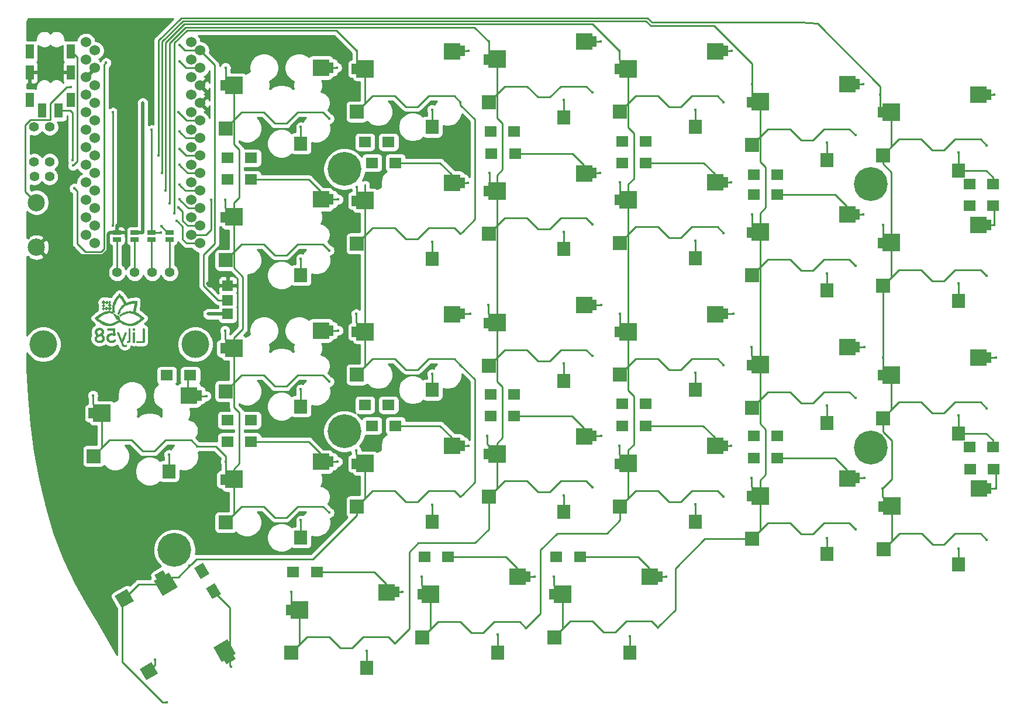
<source format=gbl>
G04 #@! TF.GenerationSoftware,KiCad,Pcbnew,5.1.5-52549c5~84~ubuntu18.04.1*
G04 #@! TF.CreationDate,2019-12-02T09:16:55+01:00*
G04 #@! TF.ProjectId,Lily58_Pro,4c696c79-3538-45f5-9072-6f2e6b696361,rev?*
G04 #@! TF.SameCoordinates,Original*
G04 #@! TF.FileFunction,Copper,L2,Bot*
G04 #@! TF.FilePolarity,Positive*
%FSLAX46Y46*%
G04 Gerber Fmt 4.6, Leading zero omitted, Abs format (unit mm)*
G04 Created by KiCad (PCBNEW 5.1.5-52549c5~84~ubuntu18.04.1) date 2019-12-02 09:16:55*
%MOMM*%
%LPD*%
G04 APERTURE LIST*
%ADD10C,0.010000*%
%ADD11R,1.200000X2.100000*%
%ADD12R,1.524000X1.524000*%
%ADD13C,0.100000*%
%ADD14R,0.700000X1.500000*%
%ADD15R,2.000000X2.000000*%
%ADD16R,1.900000X2.000000*%
%ADD17R,2.500000X2.500000*%
%ADD18R,2.400000X2.400000*%
%ADD19C,1.524000*%
%ADD20C,4.900000*%
%ADD21C,1.397000*%
%ADD22R,1.143000X0.635000*%
%ADD23C,2.500000*%
%ADD24R,1.800000X1.500000*%
%ADD25C,4.000000*%
%ADD26C,0.400000*%
%ADD27C,0.250000*%
%ADD28C,0.500000*%
%ADD29C,0.254000*%
G04 APERTURE END LIST*
D10*
G36*
X95581286Y-78718254D02*
G01*
X95565351Y-78731799D01*
X95543905Y-78751725D01*
X95519088Y-78775864D01*
X95493040Y-78802048D01*
X95467899Y-78828110D01*
X95445806Y-78851883D01*
X95428899Y-78871197D01*
X95419319Y-78883887D01*
X95417943Y-78887146D01*
X95422855Y-78895635D01*
X95436172Y-78911893D01*
X95455759Y-78933742D01*
X95479486Y-78959004D01*
X95505219Y-78985500D01*
X95530828Y-79011052D01*
X95554178Y-79033481D01*
X95573138Y-79050610D01*
X95585576Y-79060260D01*
X95588712Y-79061600D01*
X95596002Y-79056697D01*
X95611610Y-79043118D01*
X95633701Y-79022562D01*
X95660440Y-78996725D01*
X95682540Y-78974803D01*
X95769111Y-78888006D01*
X95682813Y-78800632D01*
X95653922Y-78771777D01*
X95628307Y-78746940D01*
X95607785Y-78727824D01*
X95594174Y-78716131D01*
X95589572Y-78713257D01*
X95581286Y-78718254D01*
G37*
X95581286Y-78718254D02*
X95565351Y-78731799D01*
X95543905Y-78751725D01*
X95519088Y-78775864D01*
X95493040Y-78802048D01*
X95467899Y-78828110D01*
X95445806Y-78851883D01*
X95428899Y-78871197D01*
X95419319Y-78883887D01*
X95417943Y-78887146D01*
X95422855Y-78895635D01*
X95436172Y-78911893D01*
X95455759Y-78933742D01*
X95479486Y-78959004D01*
X95505219Y-78985500D01*
X95530828Y-79011052D01*
X95554178Y-79033481D01*
X95573138Y-79050610D01*
X95585576Y-79060260D01*
X95588712Y-79061600D01*
X95596002Y-79056697D01*
X95611610Y-79043118D01*
X95633701Y-79022562D01*
X95660440Y-78996725D01*
X95682540Y-78974803D01*
X95769111Y-78888006D01*
X95682813Y-78800632D01*
X95653922Y-78771777D01*
X95628307Y-78746940D01*
X95607785Y-78727824D01*
X95594174Y-78716131D01*
X95589572Y-78713257D01*
X95581286Y-78718254D01*
G36*
X95177512Y-78689154D02*
G01*
X95161395Y-78702669D01*
X95139093Y-78722884D01*
X95112525Y-78747910D01*
X95083610Y-78775854D01*
X95054267Y-78804829D01*
X95026414Y-78832943D01*
X95001972Y-78858306D01*
X94982858Y-78879028D01*
X94970991Y-78893219D01*
X94968000Y-78898499D01*
X94972939Y-78905816D01*
X94986491Y-78921244D01*
X95006757Y-78942888D01*
X95031835Y-78968850D01*
X95059827Y-78997234D01*
X95088833Y-79026144D01*
X95116954Y-79053684D01*
X95142289Y-79077957D01*
X95162939Y-79097067D01*
X95177005Y-79109117D01*
X95182270Y-79112400D01*
X95189386Y-79107482D01*
X95205020Y-79093761D01*
X95227514Y-79072787D01*
X95255214Y-79046110D01*
X95286465Y-79015279D01*
X95292851Y-79008895D01*
X95324315Y-78976855D01*
X95351918Y-78947754D01*
X95374103Y-78923315D01*
X95389314Y-78905260D01*
X95395994Y-78895313D01*
X95396171Y-78894498D01*
X95391171Y-78885843D01*
X95377473Y-78869274D01*
X95357028Y-78846741D01*
X95331787Y-78820190D01*
X95303702Y-78791570D01*
X95274725Y-78762830D01*
X95246807Y-78735916D01*
X95221899Y-78712778D01*
X95201953Y-78695362D01*
X95188921Y-78685618D01*
X95185526Y-78684229D01*
X95177512Y-78689154D01*
G37*
X95177512Y-78689154D02*
X95161395Y-78702669D01*
X95139093Y-78722884D01*
X95112525Y-78747910D01*
X95083610Y-78775854D01*
X95054267Y-78804829D01*
X95026414Y-78832943D01*
X95001972Y-78858306D01*
X94982858Y-78879028D01*
X94970991Y-78893219D01*
X94968000Y-78898499D01*
X94972939Y-78905816D01*
X94986491Y-78921244D01*
X95006757Y-78942888D01*
X95031835Y-78968850D01*
X95059827Y-78997234D01*
X95088833Y-79026144D01*
X95116954Y-79053684D01*
X95142289Y-79077957D01*
X95162939Y-79097067D01*
X95177005Y-79109117D01*
X95182270Y-79112400D01*
X95189386Y-79107482D01*
X95205020Y-79093761D01*
X95227514Y-79072787D01*
X95255214Y-79046110D01*
X95286465Y-79015279D01*
X95292851Y-79008895D01*
X95324315Y-78976855D01*
X95351918Y-78947754D01*
X95374103Y-78923315D01*
X95389314Y-78905260D01*
X95395994Y-78895313D01*
X95396171Y-78894498D01*
X95391171Y-78885843D01*
X95377473Y-78869274D01*
X95357028Y-78846741D01*
X95331787Y-78820190D01*
X95303702Y-78791570D01*
X95274725Y-78762830D01*
X95246807Y-78735916D01*
X95221899Y-78712778D01*
X95201953Y-78695362D01*
X95188921Y-78685618D01*
X95185526Y-78684229D01*
X95177512Y-78689154D01*
G36*
X94683741Y-78645682D02*
G01*
X94667230Y-78659495D01*
X94644296Y-78680368D01*
X94616696Y-78706539D01*
X94586188Y-78736249D01*
X94554529Y-78767739D01*
X94523477Y-78799248D01*
X94494788Y-78829017D01*
X94470222Y-78855287D01*
X94451535Y-78876297D01*
X94440485Y-78890288D01*
X94438228Y-78894844D01*
X94443224Y-78903174D01*
X94457038Y-78919684D01*
X94477910Y-78942618D01*
X94504081Y-78970218D01*
X94533792Y-79000726D01*
X94565281Y-79032385D01*
X94596791Y-79063438D01*
X94626560Y-79092126D01*
X94652829Y-79116692D01*
X94673839Y-79135379D01*
X94687830Y-79146430D01*
X94692386Y-79148686D01*
X94700395Y-79143739D01*
X94716997Y-79129853D01*
X94740630Y-79108462D01*
X94769736Y-79080999D01*
X94802754Y-79048900D01*
X94824751Y-79027051D01*
X94858983Y-78992332D01*
X94889481Y-78960551D01*
X94914813Y-78933272D01*
X94933547Y-78912055D01*
X94944252Y-78898463D01*
X94946228Y-78894528D01*
X94941233Y-78886198D01*
X94927419Y-78869688D01*
X94906546Y-78846754D01*
X94880375Y-78819154D01*
X94850665Y-78788646D01*
X94819175Y-78756987D01*
X94787666Y-78725934D01*
X94757897Y-78697246D01*
X94731628Y-78672680D01*
X94710618Y-78653993D01*
X94696627Y-78642942D01*
X94692070Y-78640686D01*
X94683741Y-78645682D01*
G37*
X94683741Y-78645682D02*
X94667230Y-78659495D01*
X94644296Y-78680368D01*
X94616696Y-78706539D01*
X94586188Y-78736249D01*
X94554529Y-78767739D01*
X94523477Y-78799248D01*
X94494788Y-78829017D01*
X94470222Y-78855287D01*
X94451535Y-78876297D01*
X94440485Y-78890288D01*
X94438228Y-78894844D01*
X94443224Y-78903174D01*
X94457038Y-78919684D01*
X94477910Y-78942618D01*
X94504081Y-78970218D01*
X94533792Y-79000726D01*
X94565281Y-79032385D01*
X94596791Y-79063438D01*
X94626560Y-79092126D01*
X94652829Y-79116692D01*
X94673839Y-79135379D01*
X94687830Y-79146430D01*
X94692386Y-79148686D01*
X94700395Y-79143739D01*
X94716997Y-79129853D01*
X94740630Y-79108462D01*
X94769736Y-79080999D01*
X94802754Y-79048900D01*
X94824751Y-79027051D01*
X94858983Y-78992332D01*
X94889481Y-78960551D01*
X94914813Y-78933272D01*
X94933547Y-78912055D01*
X94944252Y-78898463D01*
X94946228Y-78894528D01*
X94941233Y-78886198D01*
X94927419Y-78869688D01*
X94906546Y-78846754D01*
X94880375Y-78819154D01*
X94850665Y-78788646D01*
X94819175Y-78756987D01*
X94787666Y-78725934D01*
X94757897Y-78697246D01*
X94731628Y-78672680D01*
X94710618Y-78653993D01*
X94696627Y-78642942D01*
X94692070Y-78640686D01*
X94683741Y-78645682D01*
G36*
X95580685Y-79088372D02*
G01*
X95564898Y-79102093D01*
X95543011Y-79122618D01*
X95516910Y-79148027D01*
X95488481Y-79176404D01*
X95459611Y-79205829D01*
X95432186Y-79234385D01*
X95408091Y-79260153D01*
X95389214Y-79281215D01*
X95377439Y-79295654D01*
X95374400Y-79301086D01*
X95379317Y-79309019D01*
X95392809Y-79325073D01*
X95412992Y-79347331D01*
X95437978Y-79373875D01*
X95465881Y-79402785D01*
X95494816Y-79432145D01*
X95522896Y-79460035D01*
X95548235Y-79484538D01*
X95568946Y-79503735D01*
X95583144Y-79515709D01*
X95588485Y-79518800D01*
X95595277Y-79513913D01*
X95610664Y-79500277D01*
X95633005Y-79479431D01*
X95660657Y-79452912D01*
X95691977Y-79422258D01*
X95698595Y-79415710D01*
X95730250Y-79383774D01*
X95758022Y-79354705D01*
X95780346Y-79330227D01*
X95795657Y-79312066D01*
X95802391Y-79301946D01*
X95802571Y-79301086D01*
X95797654Y-79293153D01*
X95784162Y-79277098D01*
X95763979Y-79254840D01*
X95738993Y-79228297D01*
X95711090Y-79199387D01*
X95682155Y-79170027D01*
X95654075Y-79142137D01*
X95628736Y-79117634D01*
X95608025Y-79098436D01*
X95593827Y-79086463D01*
X95588485Y-79083372D01*
X95580685Y-79088372D01*
G37*
X95580685Y-79088372D02*
X95564898Y-79102093D01*
X95543011Y-79122618D01*
X95516910Y-79148027D01*
X95488481Y-79176404D01*
X95459611Y-79205829D01*
X95432186Y-79234385D01*
X95408091Y-79260153D01*
X95389214Y-79281215D01*
X95377439Y-79295654D01*
X95374400Y-79301086D01*
X95379317Y-79309019D01*
X95392809Y-79325073D01*
X95412992Y-79347331D01*
X95437978Y-79373875D01*
X95465881Y-79402785D01*
X95494816Y-79432145D01*
X95522896Y-79460035D01*
X95548235Y-79484538D01*
X95568946Y-79503735D01*
X95583144Y-79515709D01*
X95588485Y-79518800D01*
X95595277Y-79513913D01*
X95610664Y-79500277D01*
X95633005Y-79479431D01*
X95660657Y-79452912D01*
X95691977Y-79422258D01*
X95698595Y-79415710D01*
X95730250Y-79383774D01*
X95758022Y-79354705D01*
X95780346Y-79330227D01*
X95795657Y-79312066D01*
X95802391Y-79301946D01*
X95802571Y-79301086D01*
X95797654Y-79293153D01*
X95784162Y-79277098D01*
X95763979Y-79254840D01*
X95738993Y-79228297D01*
X95711090Y-79199387D01*
X95682155Y-79170027D01*
X95654075Y-79142137D01*
X95628736Y-79117634D01*
X95608025Y-79098436D01*
X95593827Y-79086463D01*
X95588485Y-79083372D01*
X95580685Y-79088372D01*
G36*
X94587032Y-79272025D02*
G01*
X94555231Y-79304289D01*
X94527286Y-79333635D01*
X94504742Y-79358358D01*
X94489145Y-79376752D01*
X94482041Y-79387111D01*
X94481771Y-79388175D01*
X94486771Y-79396868D01*
X94500468Y-79413473D01*
X94520912Y-79436042D01*
X94546151Y-79462625D01*
X94574235Y-79491273D01*
X94603212Y-79520036D01*
X94631131Y-79546965D01*
X94656040Y-79570110D01*
X94675990Y-79587522D01*
X94689028Y-79597252D01*
X94692416Y-79598629D01*
X94700634Y-79593691D01*
X94717282Y-79579907D01*
X94740660Y-79558823D01*
X94769064Y-79531984D01*
X94800792Y-79500936D01*
X94808375Y-79493368D01*
X94913448Y-79388107D01*
X94802870Y-79277530D01*
X94692293Y-79166952D01*
X94587032Y-79272025D01*
G37*
X94587032Y-79272025D02*
X94555231Y-79304289D01*
X94527286Y-79333635D01*
X94504742Y-79358358D01*
X94489145Y-79376752D01*
X94482041Y-79387111D01*
X94481771Y-79388175D01*
X94486771Y-79396868D01*
X94500468Y-79413473D01*
X94520912Y-79436042D01*
X94546151Y-79462625D01*
X94574235Y-79491273D01*
X94603212Y-79520036D01*
X94631131Y-79546965D01*
X94656040Y-79570110D01*
X94675990Y-79587522D01*
X94689028Y-79597252D01*
X94692416Y-79598629D01*
X94700634Y-79593691D01*
X94717282Y-79579907D01*
X94740660Y-79558823D01*
X94769064Y-79531984D01*
X94800792Y-79500936D01*
X94808375Y-79493368D01*
X94913448Y-79388107D01*
X94802870Y-79277530D01*
X94692293Y-79166952D01*
X94587032Y-79272025D01*
G36*
X94683661Y-79632567D02*
G01*
X94667542Y-79645874D01*
X94645815Y-79665447D01*
X94620653Y-79689154D01*
X94594232Y-79714861D01*
X94568726Y-79740437D01*
X94546310Y-79763750D01*
X94529158Y-79782668D01*
X94519446Y-79795058D01*
X94518057Y-79798205D01*
X94522897Y-79805111D01*
X94536041Y-79820048D01*
X94555425Y-79840911D01*
X94578984Y-79865591D01*
X94604655Y-79891982D01*
X94630374Y-79917977D01*
X94654077Y-79941469D01*
X94673699Y-79960350D01*
X94687176Y-79972515D01*
X94692228Y-79976000D01*
X94698378Y-79971119D01*
X94712953Y-79957611D01*
X94734180Y-79937175D01*
X94760287Y-79911511D01*
X94781242Y-79890620D01*
X94809615Y-79861755D01*
X94833982Y-79836170D01*
X94852635Y-79815722D01*
X94863867Y-79802270D01*
X94866400Y-79797973D01*
X94861381Y-79789773D01*
X94847778Y-79773965D01*
X94827768Y-79752676D01*
X94803532Y-79728033D01*
X94777249Y-79702166D01*
X94751096Y-79677202D01*
X94727254Y-79655268D01*
X94707901Y-79638493D01*
X94695217Y-79629005D01*
X94691996Y-79627657D01*
X94683661Y-79632567D01*
G37*
X94683661Y-79632567D02*
X94667542Y-79645874D01*
X94645815Y-79665447D01*
X94620653Y-79689154D01*
X94594232Y-79714861D01*
X94568726Y-79740437D01*
X94546310Y-79763750D01*
X94529158Y-79782668D01*
X94519446Y-79795058D01*
X94518057Y-79798205D01*
X94522897Y-79805111D01*
X94536041Y-79820048D01*
X94555425Y-79840911D01*
X94578984Y-79865591D01*
X94604655Y-79891982D01*
X94630374Y-79917977D01*
X94654077Y-79941469D01*
X94673699Y-79960350D01*
X94687176Y-79972515D01*
X94692228Y-79976000D01*
X94698378Y-79971119D01*
X94712953Y-79957611D01*
X94734180Y-79937175D01*
X94760287Y-79911511D01*
X94781242Y-79890620D01*
X94809615Y-79861755D01*
X94833982Y-79836170D01*
X94852635Y-79815722D01*
X94863867Y-79802270D01*
X94866400Y-79797973D01*
X94861381Y-79789773D01*
X94847778Y-79773965D01*
X94827768Y-79752676D01*
X94803532Y-79728033D01*
X94777249Y-79702166D01*
X94751096Y-79677202D01*
X94727254Y-79655268D01*
X94707901Y-79638493D01*
X94695217Y-79629005D01*
X94691996Y-79627657D01*
X94683661Y-79632567D01*
G36*
X95086884Y-79582775D02*
G01*
X95077213Y-79590344D01*
X95060042Y-79605996D01*
X95037278Y-79627796D01*
X95010831Y-79653806D01*
X94982610Y-79682093D01*
X94954523Y-79710719D01*
X94928479Y-79737750D01*
X94906387Y-79761250D01*
X94890157Y-79779283D01*
X94881696Y-79789913D01*
X94880914Y-79791639D01*
X94885923Y-79799418D01*
X94899669Y-79815166D01*
X94920230Y-79836998D01*
X94945681Y-79863033D01*
X94974101Y-79891386D01*
X95003567Y-79920176D01*
X95032156Y-79947518D01*
X95057945Y-79971531D01*
X95079011Y-79990332D01*
X95093432Y-80002036D01*
X95098816Y-80005029D01*
X95107116Y-80000094D01*
X95123783Y-79986350D01*
X95147060Y-79965383D01*
X95175189Y-79938783D01*
X95206411Y-79908136D01*
X95209397Y-79905149D01*
X95240279Y-79873670D01*
X95267269Y-79845130D01*
X95288783Y-79821290D01*
X95303236Y-79803911D01*
X95309041Y-79794754D01*
X95309085Y-79794384D01*
X95304148Y-79786152D01*
X95290372Y-79769500D01*
X95269309Y-79746140D01*
X95242513Y-79717784D01*
X95211536Y-79686145D01*
X95204812Y-79679411D01*
X95168881Y-79643787D01*
X95141592Y-79617447D01*
X95121519Y-79599222D01*
X95107236Y-79587943D01*
X95097316Y-79582440D01*
X95090332Y-79581546D01*
X95086884Y-79582775D01*
G37*
X95086884Y-79582775D02*
X95077213Y-79590344D01*
X95060042Y-79605996D01*
X95037278Y-79627796D01*
X95010831Y-79653806D01*
X94982610Y-79682093D01*
X94954523Y-79710719D01*
X94928479Y-79737750D01*
X94906387Y-79761250D01*
X94890157Y-79779283D01*
X94881696Y-79789913D01*
X94880914Y-79791639D01*
X94885923Y-79799418D01*
X94899669Y-79815166D01*
X94920230Y-79836998D01*
X94945681Y-79863033D01*
X94974101Y-79891386D01*
X95003567Y-79920176D01*
X95032156Y-79947518D01*
X95057945Y-79971531D01*
X95079011Y-79990332D01*
X95093432Y-80002036D01*
X95098816Y-80005029D01*
X95107116Y-80000094D01*
X95123783Y-79986350D01*
X95147060Y-79965383D01*
X95175189Y-79938783D01*
X95206411Y-79908136D01*
X95209397Y-79905149D01*
X95240279Y-79873670D01*
X95267269Y-79845130D01*
X95288783Y-79821290D01*
X95303236Y-79803911D01*
X95309041Y-79794754D01*
X95309085Y-79794384D01*
X95304148Y-79786152D01*
X95290372Y-79769500D01*
X95269309Y-79746140D01*
X95242513Y-79717784D01*
X95211536Y-79686145D01*
X95204812Y-79679411D01*
X95168881Y-79643787D01*
X95141592Y-79617447D01*
X95121519Y-79599222D01*
X95107236Y-79587943D01*
X95097316Y-79582440D01*
X95090332Y-79581546D01*
X95086884Y-79582775D01*
G36*
X95578652Y-79545629D02*
G01*
X95560837Y-79559599D01*
X95536841Y-79580676D01*
X95508468Y-79607055D01*
X95477521Y-79636931D01*
X95445805Y-79668500D01*
X95415123Y-79699956D01*
X95387279Y-79729495D01*
X95364076Y-79755312D01*
X95347319Y-79775601D01*
X95338810Y-79788558D01*
X95338114Y-79791103D01*
X95343091Y-79800099D01*
X95356856Y-79817274D01*
X95377657Y-79840851D01*
X95403743Y-79869052D01*
X95433364Y-79900099D01*
X95464767Y-79932215D01*
X95496204Y-79963620D01*
X95525921Y-79992538D01*
X95552169Y-80017191D01*
X95573196Y-80035801D01*
X95587252Y-80046590D01*
X95591695Y-80048572D01*
X95599597Y-80043649D01*
X95616110Y-80029845D01*
X95639650Y-80008610D01*
X95668630Y-79981392D01*
X95701465Y-79949640D01*
X95720425Y-79930936D01*
X95754572Y-79896613D01*
X95785252Y-79865008D01*
X95810935Y-79837761D01*
X95830089Y-79816510D01*
X95841186Y-79802896D01*
X95843269Y-79799361D01*
X95842608Y-79792635D01*
X95836682Y-79782045D01*
X95824504Y-79766450D01*
X95805086Y-79744708D01*
X95777441Y-79715674D01*
X95740581Y-79678208D01*
X95725426Y-79662997D01*
X95682251Y-79620399D01*
X95646342Y-79586297D01*
X95618325Y-79561252D01*
X95598826Y-79545824D01*
X95588483Y-79540572D01*
X95578652Y-79545629D01*
G37*
X95578652Y-79545629D02*
X95560837Y-79559599D01*
X95536841Y-79580676D01*
X95508468Y-79607055D01*
X95477521Y-79636931D01*
X95445805Y-79668500D01*
X95415123Y-79699956D01*
X95387279Y-79729495D01*
X95364076Y-79755312D01*
X95347319Y-79775601D01*
X95338810Y-79788558D01*
X95338114Y-79791103D01*
X95343091Y-79800099D01*
X95356856Y-79817274D01*
X95377657Y-79840851D01*
X95403743Y-79869052D01*
X95433364Y-79900099D01*
X95464767Y-79932215D01*
X95496204Y-79963620D01*
X95525921Y-79992538D01*
X95552169Y-80017191D01*
X95573196Y-80035801D01*
X95587252Y-80046590D01*
X95591695Y-80048572D01*
X95599597Y-80043649D01*
X95616110Y-80029845D01*
X95639650Y-80008610D01*
X95668630Y-79981392D01*
X95701465Y-79949640D01*
X95720425Y-79930936D01*
X95754572Y-79896613D01*
X95785252Y-79865008D01*
X95810935Y-79837761D01*
X95830089Y-79816510D01*
X95841186Y-79802896D01*
X95843269Y-79799361D01*
X95842608Y-79792635D01*
X95836682Y-79782045D01*
X95824504Y-79766450D01*
X95805086Y-79744708D01*
X95777441Y-79715674D01*
X95740581Y-79678208D01*
X95725426Y-79662997D01*
X95682251Y-79620399D01*
X95646342Y-79586297D01*
X95618325Y-79561252D01*
X95598826Y-79545824D01*
X95588483Y-79540572D01*
X95578652Y-79545629D01*
G36*
X96921908Y-77751737D02*
G01*
X96762547Y-77924566D01*
X96613573Y-78107516D01*
X96475052Y-78300510D01*
X96451511Y-78335886D01*
X96343276Y-78510990D01*
X96249358Y-78685431D01*
X96169770Y-78859143D01*
X96104525Y-79032061D01*
X96053637Y-79204120D01*
X96017120Y-79375255D01*
X95994987Y-79545400D01*
X95987252Y-79714491D01*
X95993928Y-79882461D01*
X96015030Y-80049247D01*
X96050569Y-80214782D01*
X96056007Y-80235307D01*
X96064315Y-80266015D01*
X96135684Y-80288187D01*
X96174179Y-80300605D01*
X96215304Y-80314604D01*
X96252098Y-80327792D01*
X96263443Y-80332074D01*
X96289677Y-80341593D01*
X96310399Y-80348019D01*
X96322215Y-80350342D01*
X96323601Y-80350018D01*
X96323326Y-80341867D01*
X96319439Y-80323177D01*
X96312682Y-80297250D01*
X96308482Y-80282681D01*
X96270212Y-80131041D01*
X96245758Y-79979808D01*
X96235167Y-79828558D01*
X96238488Y-79676867D01*
X96255770Y-79524312D01*
X96287060Y-79370470D01*
X96332407Y-79214917D01*
X96391859Y-79057230D01*
X96465465Y-78896984D01*
X96467042Y-78893830D01*
X96506267Y-78817413D01*
X96543619Y-78749153D01*
X96582212Y-78683686D01*
X96625160Y-78615649D01*
X96654062Y-78571743D01*
X96723204Y-78472108D01*
X96798994Y-78370248D01*
X96877857Y-78270757D01*
X96956223Y-78178225D01*
X96987191Y-78143572D01*
X97020192Y-78107286D01*
X97036297Y-78121800D01*
X97050449Y-78136124D01*
X97071852Y-78159789D01*
X97098778Y-78190733D01*
X97129496Y-78226896D01*
X97162278Y-78266216D01*
X97195392Y-78306632D01*
X97227110Y-78346084D01*
X97255702Y-78382509D01*
X97262522Y-78391376D01*
X97331453Y-78485384D01*
X97400239Y-78586549D01*
X97465221Y-78689297D01*
X97521506Y-78785829D01*
X97543533Y-78826703D01*
X97566606Y-78871650D01*
X97589898Y-78918830D01*
X97612580Y-78966404D01*
X97633826Y-79012533D01*
X97652808Y-79055378D01*
X97668697Y-79093098D01*
X97680667Y-79123856D01*
X97687890Y-79145811D01*
X97689537Y-79157125D01*
X97689006Y-79158057D01*
X97682045Y-79162963D01*
X97665794Y-79174245D01*
X97642919Y-79190055D01*
X97624114Y-79203019D01*
X97492716Y-79302253D01*
X97370449Y-79412682D01*
X97257293Y-79534335D01*
X97153229Y-79667238D01*
X97058238Y-79811419D01*
X96972301Y-79966904D01*
X96895399Y-80133722D01*
X96827512Y-80311899D01*
X96811159Y-80360629D01*
X96797100Y-80404294D01*
X96783987Y-80446148D01*
X96772776Y-80483056D01*
X96764422Y-80511882D01*
X96760391Y-80527215D01*
X96755505Y-80550207D01*
X96754801Y-80563318D01*
X96758573Y-80570652D01*
X96763768Y-80574387D01*
X96774432Y-80581046D01*
X96794552Y-80593846D01*
X96821399Y-80611041D01*
X96852242Y-80630887D01*
X96857377Y-80634200D01*
X96887523Y-80653100D01*
X96913231Y-80668176D01*
X96932136Y-80678117D01*
X96941873Y-80681614D01*
X96942566Y-80681371D01*
X96946229Y-80672480D01*
X96952375Y-80653057D01*
X96959913Y-80626641D01*
X96963148Y-80614629D01*
X97010296Y-80456769D01*
X97066363Y-80304840D01*
X97130692Y-80160033D01*
X97202624Y-80023537D01*
X97281500Y-79896544D01*
X97366663Y-79780243D01*
X97457452Y-79675824D01*
X97513158Y-79620490D01*
X97632074Y-79518720D01*
X97761849Y-79426255D01*
X97902527Y-79343079D01*
X98054154Y-79269174D01*
X98216775Y-79204526D01*
X98390436Y-79149117D01*
X98575180Y-79102930D01*
X98771055Y-79065951D01*
X98978104Y-79038161D01*
X99165406Y-79021582D01*
X99229869Y-79017144D01*
X99224829Y-79099243D01*
X99205247Y-79319541D01*
X99174058Y-79531254D01*
X99131221Y-79734564D01*
X99076693Y-79929656D01*
X99010433Y-80116713D01*
X98975468Y-80201349D01*
X98961176Y-80234383D01*
X98864145Y-80218053D01*
X98699162Y-80197264D01*
X98533849Y-80190430D01*
X98367979Y-80197599D01*
X98201324Y-80218820D01*
X98033654Y-80254143D01*
X97864743Y-80303616D01*
X97694361Y-80367288D01*
X97522280Y-80445208D01*
X97348273Y-80537425D01*
X97332609Y-80546371D01*
X97290312Y-80571205D01*
X97245647Y-80598365D01*
X97200663Y-80626511D01*
X97157410Y-80654303D01*
X97117937Y-80680401D01*
X97084293Y-80703466D01*
X97058527Y-80722157D01*
X97042687Y-80735137D01*
X97040505Y-80737347D01*
X97034204Y-80745277D01*
X97032838Y-80752678D01*
X97037659Y-80762659D01*
X97049918Y-80778327D01*
X97063310Y-80794013D01*
X97086219Y-80822060D01*
X97109796Y-80853182D01*
X97126618Y-80877214D01*
X97153810Y-80918457D01*
X97220993Y-80871941D01*
X97358992Y-80782626D01*
X97502026Y-80701950D01*
X97648322Y-80630626D01*
X97796109Y-80569369D01*
X97943613Y-80518895D01*
X98089064Y-80479917D01*
X98230690Y-80453150D01*
X98273628Y-80447433D01*
X98329853Y-80442587D01*
X98395797Y-80439904D01*
X98466835Y-80439340D01*
X98538338Y-80440854D01*
X98605683Y-80444403D01*
X98664241Y-80449944D01*
X98673221Y-80451112D01*
X98828826Y-80479299D01*
X98986462Y-80521459D01*
X99145510Y-80577298D01*
X99305349Y-80646520D01*
X99465360Y-80728828D01*
X99624924Y-80823927D01*
X99783420Y-80931522D01*
X99940229Y-81051315D01*
X99954243Y-81062689D01*
X99989713Y-81091936D01*
X100025558Y-81122043D01*
X100058295Y-81150051D01*
X100084443Y-81172998D01*
X100091543Y-81179423D01*
X100138714Y-81222648D01*
X100120571Y-81242465D01*
X100093013Y-81270038D01*
X100055232Y-81304115D01*
X100009125Y-81343214D01*
X99956587Y-81385854D01*
X99899516Y-81430552D01*
X99839808Y-81475827D01*
X99779359Y-81520196D01*
X99720067Y-81562179D01*
X99663827Y-81600293D01*
X99656114Y-81605361D01*
X99505598Y-81698671D01*
X99358810Y-81778990D01*
X99214321Y-81846897D01*
X99070706Y-81902970D01*
X98926536Y-81947787D01*
X98780385Y-81981926D01*
X98685872Y-81998329D01*
X98631307Y-82004546D01*
X98566449Y-82008662D01*
X98495366Y-82010683D01*
X98422125Y-82010612D01*
X98350793Y-82008454D01*
X98285440Y-82004211D01*
X98230131Y-81997888D01*
X98230085Y-81997881D01*
X98074248Y-81967633D01*
X97916109Y-81923613D01*
X97756602Y-81866201D01*
X97596661Y-81795775D01*
X97437220Y-81712711D01*
X97279213Y-81617390D01*
X97261505Y-81605874D01*
X97201811Y-81564120D01*
X97154119Y-81524568D01*
X97116490Y-81485387D01*
X97086982Y-81444748D01*
X97082232Y-81436880D01*
X97057692Y-81385384D01*
X97038673Y-81326070D01*
X97027063Y-81265176D01*
X97025473Y-81249629D01*
X97020011Y-81194267D01*
X97013157Y-81149535D01*
X97004008Y-81111557D01*
X96991663Y-81076455D01*
X96978198Y-81046429D01*
X96960500Y-81013783D01*
X96939501Y-80980720D01*
X96919310Y-80953634D01*
X96916412Y-80950263D01*
X96899235Y-80933328D01*
X96875094Y-80912859D01*
X96846252Y-80890413D01*
X96814975Y-80867553D01*
X96783526Y-80845837D01*
X96754171Y-80826826D01*
X96729174Y-80812080D01*
X96710799Y-80803158D01*
X96701311Y-80801622D01*
X96701005Y-80801864D01*
X96696653Y-80813442D01*
X96693367Y-80836330D01*
X96691206Y-80867359D01*
X96690226Y-80903362D01*
X96690485Y-80941169D01*
X96692041Y-80977612D01*
X96694949Y-81009522D01*
X96696996Y-81023164D01*
X96707142Y-81079727D01*
X96690766Y-81059449D01*
X96676206Y-81039532D01*
X96656119Y-81009395D01*
X96632010Y-80971517D01*
X96605386Y-80928374D01*
X96577757Y-80882441D01*
X96550628Y-80836195D01*
X96525506Y-80792114D01*
X96503900Y-80752672D01*
X96502885Y-80750765D01*
X96452085Y-80655132D01*
X96380913Y-80623360D01*
X96348628Y-80609333D01*
X96312691Y-80594345D01*
X96275592Y-80579359D01*
X96239823Y-80565340D01*
X96207876Y-80553250D01*
X96182241Y-80544053D01*
X96165411Y-80538712D01*
X96159904Y-80537905D01*
X96161007Y-80546182D01*
X96168090Y-80565445D01*
X96180269Y-80593894D01*
X96196658Y-80629728D01*
X96216372Y-80671146D01*
X96238527Y-80716347D01*
X96262236Y-80763530D01*
X96286616Y-80810894D01*
X96310780Y-80856638D01*
X96333844Y-80898961D01*
X96354922Y-80936062D01*
X96358976Y-80942959D01*
X96410394Y-81027633D01*
X96457562Y-81100219D01*
X96501754Y-81162048D01*
X96544243Y-81214455D01*
X96586303Y-81258773D01*
X96629208Y-81296334D01*
X96674230Y-81328472D01*
X96722644Y-81356520D01*
X96775723Y-81381812D01*
X96779917Y-81383630D01*
X96809377Y-81396572D01*
X96828478Y-81406355D01*
X96840224Y-81415493D01*
X96847615Y-81426497D01*
X96853655Y-81441881D01*
X96855316Y-81446735D01*
X96864920Y-81472667D01*
X96875101Y-81496745D01*
X96879010Y-81504846D01*
X96886050Y-81520570D01*
X96885019Y-81530470D01*
X96875094Y-81541297D01*
X96874499Y-81541846D01*
X96862616Y-81551165D01*
X96841276Y-81566361D01*
X96813261Y-81585507D01*
X96781354Y-81606677D01*
X96773340Y-81611900D01*
X96610529Y-81710700D01*
X96447054Y-81796137D01*
X96283438Y-81868002D01*
X96120204Y-81926086D01*
X95957873Y-81970177D01*
X95813457Y-81997651D01*
X95762562Y-82003557D01*
X95701694Y-82007783D01*
X95634832Y-82010292D01*
X95565954Y-82011045D01*
X95499041Y-82010007D01*
X95438071Y-82007139D01*
X95387023Y-82002404D01*
X95381657Y-82001695D01*
X95219099Y-81972295D01*
X95055553Y-81928745D01*
X94891757Y-81871306D01*
X94728448Y-81800241D01*
X94566363Y-81715810D01*
X94549904Y-81706444D01*
X94458922Y-81651715D01*
X94363971Y-81589946D01*
X94268071Y-81523346D01*
X94174241Y-81454125D01*
X94085499Y-81384494D01*
X94004865Y-81316662D01*
X93952000Y-81268745D01*
X93904828Y-81224318D01*
X93941114Y-81190483D01*
X93973807Y-81161038D01*
X94014968Y-81125547D01*
X94061425Y-81086629D01*
X94110003Y-81046905D01*
X94157528Y-81008994D01*
X94200825Y-80975516D01*
X94209628Y-80968885D01*
X94366167Y-80858308D01*
X94524307Y-80759646D01*
X94683187Y-80673320D01*
X94841945Y-80599750D01*
X94999718Y-80539355D01*
X95155645Y-80492555D01*
X95218872Y-80477388D01*
X95314665Y-80459798D01*
X95417822Y-80447409D01*
X95523985Y-80440429D01*
X95628797Y-80439062D01*
X95727900Y-80443516D01*
X95791933Y-80450260D01*
X95851645Y-80459594D01*
X95916862Y-80471900D01*
X95982664Y-80486113D01*
X96044136Y-80501168D01*
X96096359Y-80515997D01*
X96099003Y-80516829D01*
X96125783Y-80525002D01*
X96141351Y-80528651D01*
X96148206Y-80528016D01*
X96148846Y-80523336D01*
X96148325Y-80521553D01*
X96144751Y-80510954D01*
X96137320Y-80489110D01*
X96126881Y-80458503D01*
X96114280Y-80421620D01*
X96102714Y-80387807D01*
X96088469Y-80345218D01*
X96077503Y-80313370D01*
X96067565Y-80290345D01*
X96056404Y-80274222D01*
X96041772Y-80263082D01*
X96021416Y-80255005D01*
X95993088Y-80248071D01*
X95954538Y-80240361D01*
X95922314Y-80233897D01*
X95751134Y-80205773D01*
X95580999Y-80192068D01*
X95412062Y-80192784D01*
X95244479Y-80207921D01*
X95113143Y-80230077D01*
X94950103Y-80269969D01*
X94784824Y-80323418D01*
X94618331Y-80389837D01*
X94451649Y-80468640D01*
X94285803Y-80559240D01*
X94121818Y-80661051D01*
X93960720Y-80773487D01*
X93803533Y-80895962D01*
X93651283Y-81027889D01*
X93549280Y-81124481D01*
X93447628Y-81224304D01*
X93560353Y-81334938D01*
X93707103Y-81471378D01*
X93860695Y-81599677D01*
X94019753Y-81718966D01*
X94182899Y-81828373D01*
X94348757Y-81927029D01*
X94515951Y-82014064D01*
X94683103Y-82088608D01*
X94848838Y-82149790D01*
X94850459Y-82150324D01*
X95016983Y-82198512D01*
X95181950Y-82232965D01*
X95345936Y-82253642D01*
X95509517Y-82260499D01*
X95673266Y-82253496D01*
X95837760Y-82232592D01*
X96003574Y-82197743D01*
X96171283Y-82148908D01*
X96341462Y-82086047D01*
X96462971Y-82033397D01*
X96538164Y-81997224D01*
X96617807Y-81955922D01*
X96698851Y-81911261D01*
X96778250Y-81865010D01*
X96852955Y-81818940D01*
X96919920Y-81774820D01*
X96970724Y-81738490D01*
X96997386Y-81719055D01*
X97015546Y-81708023D01*
X97027882Y-81704543D01*
X97037074Y-81707766D01*
X97044388Y-81715104D01*
X97053870Y-81723386D01*
X97072949Y-81737761D01*
X97099072Y-81756377D01*
X97129687Y-81777384D01*
X97137805Y-81782834D01*
X97305053Y-81887951D01*
X97473051Y-81980397D01*
X97641268Y-82060012D01*
X97809176Y-82126638D01*
X97976245Y-82180115D01*
X98141948Y-82220284D01*
X98305754Y-82246985D01*
X98467135Y-82260058D01*
X98625562Y-82259346D01*
X98701800Y-82253930D01*
X98871254Y-82231003D01*
X99042236Y-82193861D01*
X99214310Y-82142671D01*
X99387043Y-82077598D01*
X99560001Y-81998810D01*
X99732750Y-81906472D01*
X99904856Y-81800751D01*
X99933775Y-81781622D01*
X100042975Y-81705483D01*
X100153607Y-81622392D01*
X100262414Y-81535018D01*
X100366138Y-81446026D01*
X100461521Y-81358084D01*
X100512457Y-81307881D01*
X100595914Y-81223271D01*
X100486835Y-81116707D01*
X100335802Y-80977002D01*
X100177728Y-80845800D01*
X100014009Y-80723998D01*
X99846043Y-80612496D01*
X99675224Y-80512191D01*
X99502951Y-80423982D01*
X99330619Y-80348768D01*
X99240459Y-80314738D01*
X99234063Y-80311139D01*
X99232847Y-80304480D01*
X99237377Y-80291558D01*
X99248218Y-80269172D01*
X99248678Y-80268257D01*
X99263846Y-80235825D01*
X99282274Y-80192751D01*
X99302735Y-80142198D01*
X99324001Y-80087328D01*
X99344843Y-80031302D01*
X99364036Y-79977283D01*
X99379057Y-79932457D01*
X99428432Y-79762126D01*
X99469960Y-79582622D01*
X99503125Y-79397299D01*
X99527408Y-79209512D01*
X99542291Y-79022617D01*
X99547257Y-78842832D01*
X99547257Y-78698743D01*
X99418443Y-78698773D01*
X99246507Y-78703330D01*
X99071305Y-78716620D01*
X98895135Y-78738190D01*
X98720294Y-78767584D01*
X98549080Y-78804349D01*
X98383791Y-78848030D01*
X98226724Y-78898173D01*
X98080177Y-78954323D01*
X98041281Y-78971087D01*
X98007997Y-78985690D01*
X97979098Y-78998138D01*
X97957385Y-79007243D01*
X97945659Y-79011813D01*
X97944877Y-79012049D01*
X97937950Y-79006583D01*
X97927609Y-78988420D01*
X97914509Y-78958798D01*
X97907810Y-78941857D01*
X97832658Y-78764470D01*
X97743847Y-78587556D01*
X97642211Y-78412376D01*
X97528585Y-78240195D01*
X97403803Y-78072274D01*
X97268698Y-77909876D01*
X97124106Y-77754265D01*
X97121571Y-77751686D01*
X97021617Y-77650086D01*
X96921908Y-77751737D01*
G37*
X96921908Y-77751737D02*
X96762547Y-77924566D01*
X96613573Y-78107516D01*
X96475052Y-78300510D01*
X96451511Y-78335886D01*
X96343276Y-78510990D01*
X96249358Y-78685431D01*
X96169770Y-78859143D01*
X96104525Y-79032061D01*
X96053637Y-79204120D01*
X96017120Y-79375255D01*
X95994987Y-79545400D01*
X95987252Y-79714491D01*
X95993928Y-79882461D01*
X96015030Y-80049247D01*
X96050569Y-80214782D01*
X96056007Y-80235307D01*
X96064315Y-80266015D01*
X96135684Y-80288187D01*
X96174179Y-80300605D01*
X96215304Y-80314604D01*
X96252098Y-80327792D01*
X96263443Y-80332074D01*
X96289677Y-80341593D01*
X96310399Y-80348019D01*
X96322215Y-80350342D01*
X96323601Y-80350018D01*
X96323326Y-80341867D01*
X96319439Y-80323177D01*
X96312682Y-80297250D01*
X96308482Y-80282681D01*
X96270212Y-80131041D01*
X96245758Y-79979808D01*
X96235167Y-79828558D01*
X96238488Y-79676867D01*
X96255770Y-79524312D01*
X96287060Y-79370470D01*
X96332407Y-79214917D01*
X96391859Y-79057230D01*
X96465465Y-78896984D01*
X96467042Y-78893830D01*
X96506267Y-78817413D01*
X96543619Y-78749153D01*
X96582212Y-78683686D01*
X96625160Y-78615649D01*
X96654062Y-78571743D01*
X96723204Y-78472108D01*
X96798994Y-78370248D01*
X96877857Y-78270757D01*
X96956223Y-78178225D01*
X96987191Y-78143572D01*
X97020192Y-78107286D01*
X97036297Y-78121800D01*
X97050449Y-78136124D01*
X97071852Y-78159789D01*
X97098778Y-78190733D01*
X97129496Y-78226896D01*
X97162278Y-78266216D01*
X97195392Y-78306632D01*
X97227110Y-78346084D01*
X97255702Y-78382509D01*
X97262522Y-78391376D01*
X97331453Y-78485384D01*
X97400239Y-78586549D01*
X97465221Y-78689297D01*
X97521506Y-78785829D01*
X97543533Y-78826703D01*
X97566606Y-78871650D01*
X97589898Y-78918830D01*
X97612580Y-78966404D01*
X97633826Y-79012533D01*
X97652808Y-79055378D01*
X97668697Y-79093098D01*
X97680667Y-79123856D01*
X97687890Y-79145811D01*
X97689537Y-79157125D01*
X97689006Y-79158057D01*
X97682045Y-79162963D01*
X97665794Y-79174245D01*
X97642919Y-79190055D01*
X97624114Y-79203019D01*
X97492716Y-79302253D01*
X97370449Y-79412682D01*
X97257293Y-79534335D01*
X97153229Y-79667238D01*
X97058238Y-79811419D01*
X96972301Y-79966904D01*
X96895399Y-80133722D01*
X96827512Y-80311899D01*
X96811159Y-80360629D01*
X96797100Y-80404294D01*
X96783987Y-80446148D01*
X96772776Y-80483056D01*
X96764422Y-80511882D01*
X96760391Y-80527215D01*
X96755505Y-80550207D01*
X96754801Y-80563318D01*
X96758573Y-80570652D01*
X96763768Y-80574387D01*
X96774432Y-80581046D01*
X96794552Y-80593846D01*
X96821399Y-80611041D01*
X96852242Y-80630887D01*
X96857377Y-80634200D01*
X96887523Y-80653100D01*
X96913231Y-80668176D01*
X96932136Y-80678117D01*
X96941873Y-80681614D01*
X96942566Y-80681371D01*
X96946229Y-80672480D01*
X96952375Y-80653057D01*
X96959913Y-80626641D01*
X96963148Y-80614629D01*
X97010296Y-80456769D01*
X97066363Y-80304840D01*
X97130692Y-80160033D01*
X97202624Y-80023537D01*
X97281500Y-79896544D01*
X97366663Y-79780243D01*
X97457452Y-79675824D01*
X97513158Y-79620490D01*
X97632074Y-79518720D01*
X97761849Y-79426255D01*
X97902527Y-79343079D01*
X98054154Y-79269174D01*
X98216775Y-79204526D01*
X98390436Y-79149117D01*
X98575180Y-79102930D01*
X98771055Y-79065951D01*
X98978104Y-79038161D01*
X99165406Y-79021582D01*
X99229869Y-79017144D01*
X99224829Y-79099243D01*
X99205247Y-79319541D01*
X99174058Y-79531254D01*
X99131221Y-79734564D01*
X99076693Y-79929656D01*
X99010433Y-80116713D01*
X98975468Y-80201349D01*
X98961176Y-80234383D01*
X98864145Y-80218053D01*
X98699162Y-80197264D01*
X98533849Y-80190430D01*
X98367979Y-80197599D01*
X98201324Y-80218820D01*
X98033654Y-80254143D01*
X97864743Y-80303616D01*
X97694361Y-80367288D01*
X97522280Y-80445208D01*
X97348273Y-80537425D01*
X97332609Y-80546371D01*
X97290312Y-80571205D01*
X97245647Y-80598365D01*
X97200663Y-80626511D01*
X97157410Y-80654303D01*
X97117937Y-80680401D01*
X97084293Y-80703466D01*
X97058527Y-80722157D01*
X97042687Y-80735137D01*
X97040505Y-80737347D01*
X97034204Y-80745277D01*
X97032838Y-80752678D01*
X97037659Y-80762659D01*
X97049918Y-80778327D01*
X97063310Y-80794013D01*
X97086219Y-80822060D01*
X97109796Y-80853182D01*
X97126618Y-80877214D01*
X97153810Y-80918457D01*
X97220993Y-80871941D01*
X97358992Y-80782626D01*
X97502026Y-80701950D01*
X97648322Y-80630626D01*
X97796109Y-80569369D01*
X97943613Y-80518895D01*
X98089064Y-80479917D01*
X98230690Y-80453150D01*
X98273628Y-80447433D01*
X98329853Y-80442587D01*
X98395797Y-80439904D01*
X98466835Y-80439340D01*
X98538338Y-80440854D01*
X98605683Y-80444403D01*
X98664241Y-80449944D01*
X98673221Y-80451112D01*
X98828826Y-80479299D01*
X98986462Y-80521459D01*
X99145510Y-80577298D01*
X99305349Y-80646520D01*
X99465360Y-80728828D01*
X99624924Y-80823927D01*
X99783420Y-80931522D01*
X99940229Y-81051315D01*
X99954243Y-81062689D01*
X99989713Y-81091936D01*
X100025558Y-81122043D01*
X100058295Y-81150051D01*
X100084443Y-81172998D01*
X100091543Y-81179423D01*
X100138714Y-81222648D01*
X100120571Y-81242465D01*
X100093013Y-81270038D01*
X100055232Y-81304115D01*
X100009125Y-81343214D01*
X99956587Y-81385854D01*
X99899516Y-81430552D01*
X99839808Y-81475827D01*
X99779359Y-81520196D01*
X99720067Y-81562179D01*
X99663827Y-81600293D01*
X99656114Y-81605361D01*
X99505598Y-81698671D01*
X99358810Y-81778990D01*
X99214321Y-81846897D01*
X99070706Y-81902970D01*
X98926536Y-81947787D01*
X98780385Y-81981926D01*
X98685872Y-81998329D01*
X98631307Y-82004546D01*
X98566449Y-82008662D01*
X98495366Y-82010683D01*
X98422125Y-82010612D01*
X98350793Y-82008454D01*
X98285440Y-82004211D01*
X98230131Y-81997888D01*
X98230085Y-81997881D01*
X98074248Y-81967633D01*
X97916109Y-81923613D01*
X97756602Y-81866201D01*
X97596661Y-81795775D01*
X97437220Y-81712711D01*
X97279213Y-81617390D01*
X97261505Y-81605874D01*
X97201811Y-81564120D01*
X97154119Y-81524568D01*
X97116490Y-81485387D01*
X97086982Y-81444748D01*
X97082232Y-81436880D01*
X97057692Y-81385384D01*
X97038673Y-81326070D01*
X97027063Y-81265176D01*
X97025473Y-81249629D01*
X97020011Y-81194267D01*
X97013157Y-81149535D01*
X97004008Y-81111557D01*
X96991663Y-81076455D01*
X96978198Y-81046429D01*
X96960500Y-81013783D01*
X96939501Y-80980720D01*
X96919310Y-80953634D01*
X96916412Y-80950263D01*
X96899235Y-80933328D01*
X96875094Y-80912859D01*
X96846252Y-80890413D01*
X96814975Y-80867553D01*
X96783526Y-80845837D01*
X96754171Y-80826826D01*
X96729174Y-80812080D01*
X96710799Y-80803158D01*
X96701311Y-80801622D01*
X96701005Y-80801864D01*
X96696653Y-80813442D01*
X96693367Y-80836330D01*
X96691206Y-80867359D01*
X96690226Y-80903362D01*
X96690485Y-80941169D01*
X96692041Y-80977612D01*
X96694949Y-81009522D01*
X96696996Y-81023164D01*
X96707142Y-81079727D01*
X96690766Y-81059449D01*
X96676206Y-81039532D01*
X96656119Y-81009395D01*
X96632010Y-80971517D01*
X96605386Y-80928374D01*
X96577757Y-80882441D01*
X96550628Y-80836195D01*
X96525506Y-80792114D01*
X96503900Y-80752672D01*
X96502885Y-80750765D01*
X96452085Y-80655132D01*
X96380913Y-80623360D01*
X96348628Y-80609333D01*
X96312691Y-80594345D01*
X96275592Y-80579359D01*
X96239823Y-80565340D01*
X96207876Y-80553250D01*
X96182241Y-80544053D01*
X96165411Y-80538712D01*
X96159904Y-80537905D01*
X96161007Y-80546182D01*
X96168090Y-80565445D01*
X96180269Y-80593894D01*
X96196658Y-80629728D01*
X96216372Y-80671146D01*
X96238527Y-80716347D01*
X96262236Y-80763530D01*
X96286616Y-80810894D01*
X96310780Y-80856638D01*
X96333844Y-80898961D01*
X96354922Y-80936062D01*
X96358976Y-80942959D01*
X96410394Y-81027633D01*
X96457562Y-81100219D01*
X96501754Y-81162048D01*
X96544243Y-81214455D01*
X96586303Y-81258773D01*
X96629208Y-81296334D01*
X96674230Y-81328472D01*
X96722644Y-81356520D01*
X96775723Y-81381812D01*
X96779917Y-81383630D01*
X96809377Y-81396572D01*
X96828478Y-81406355D01*
X96840224Y-81415493D01*
X96847615Y-81426497D01*
X96853655Y-81441881D01*
X96855316Y-81446735D01*
X96864920Y-81472667D01*
X96875101Y-81496745D01*
X96879010Y-81504846D01*
X96886050Y-81520570D01*
X96885019Y-81530470D01*
X96875094Y-81541297D01*
X96874499Y-81541846D01*
X96862616Y-81551165D01*
X96841276Y-81566361D01*
X96813261Y-81585507D01*
X96781354Y-81606677D01*
X96773340Y-81611900D01*
X96610529Y-81710700D01*
X96447054Y-81796137D01*
X96283438Y-81868002D01*
X96120204Y-81926086D01*
X95957873Y-81970177D01*
X95813457Y-81997651D01*
X95762562Y-82003557D01*
X95701694Y-82007783D01*
X95634832Y-82010292D01*
X95565954Y-82011045D01*
X95499041Y-82010007D01*
X95438071Y-82007139D01*
X95387023Y-82002404D01*
X95381657Y-82001695D01*
X95219099Y-81972295D01*
X95055553Y-81928745D01*
X94891757Y-81871306D01*
X94728448Y-81800241D01*
X94566363Y-81715810D01*
X94549904Y-81706444D01*
X94458922Y-81651715D01*
X94363971Y-81589946D01*
X94268071Y-81523346D01*
X94174241Y-81454125D01*
X94085499Y-81384494D01*
X94004865Y-81316662D01*
X93952000Y-81268745D01*
X93904828Y-81224318D01*
X93941114Y-81190483D01*
X93973807Y-81161038D01*
X94014968Y-81125547D01*
X94061425Y-81086629D01*
X94110003Y-81046905D01*
X94157528Y-81008994D01*
X94200825Y-80975516D01*
X94209628Y-80968885D01*
X94366167Y-80858308D01*
X94524307Y-80759646D01*
X94683187Y-80673320D01*
X94841945Y-80599750D01*
X94999718Y-80539355D01*
X95155645Y-80492555D01*
X95218872Y-80477388D01*
X95314665Y-80459798D01*
X95417822Y-80447409D01*
X95523985Y-80440429D01*
X95628797Y-80439062D01*
X95727900Y-80443516D01*
X95791933Y-80450260D01*
X95851645Y-80459594D01*
X95916862Y-80471900D01*
X95982664Y-80486113D01*
X96044136Y-80501168D01*
X96096359Y-80515997D01*
X96099003Y-80516829D01*
X96125783Y-80525002D01*
X96141351Y-80528651D01*
X96148206Y-80528016D01*
X96148846Y-80523336D01*
X96148325Y-80521553D01*
X96144751Y-80510954D01*
X96137320Y-80489110D01*
X96126881Y-80458503D01*
X96114280Y-80421620D01*
X96102714Y-80387807D01*
X96088469Y-80345218D01*
X96077503Y-80313370D01*
X96067565Y-80290345D01*
X96056404Y-80274222D01*
X96041772Y-80263082D01*
X96021416Y-80255005D01*
X95993088Y-80248071D01*
X95954538Y-80240361D01*
X95922314Y-80233897D01*
X95751134Y-80205773D01*
X95580999Y-80192068D01*
X95412062Y-80192784D01*
X95244479Y-80207921D01*
X95113143Y-80230077D01*
X94950103Y-80269969D01*
X94784824Y-80323418D01*
X94618331Y-80389837D01*
X94451649Y-80468640D01*
X94285803Y-80559240D01*
X94121818Y-80661051D01*
X93960720Y-80773487D01*
X93803533Y-80895962D01*
X93651283Y-81027889D01*
X93549280Y-81124481D01*
X93447628Y-81224304D01*
X93560353Y-81334938D01*
X93707103Y-81471378D01*
X93860695Y-81599677D01*
X94019753Y-81718966D01*
X94182899Y-81828373D01*
X94348757Y-81927029D01*
X94515951Y-82014064D01*
X94683103Y-82088608D01*
X94848838Y-82149790D01*
X94850459Y-82150324D01*
X95016983Y-82198512D01*
X95181950Y-82232965D01*
X95345936Y-82253642D01*
X95509517Y-82260499D01*
X95673266Y-82253496D01*
X95837760Y-82232592D01*
X96003574Y-82197743D01*
X96171283Y-82148908D01*
X96341462Y-82086047D01*
X96462971Y-82033397D01*
X96538164Y-81997224D01*
X96617807Y-81955922D01*
X96698851Y-81911261D01*
X96778250Y-81865010D01*
X96852955Y-81818940D01*
X96919920Y-81774820D01*
X96970724Y-81738490D01*
X96997386Y-81719055D01*
X97015546Y-81708023D01*
X97027882Y-81704543D01*
X97037074Y-81707766D01*
X97044388Y-81715104D01*
X97053870Y-81723386D01*
X97072949Y-81737761D01*
X97099072Y-81756377D01*
X97129687Y-81777384D01*
X97137805Y-81782834D01*
X97305053Y-81887951D01*
X97473051Y-81980397D01*
X97641268Y-82060012D01*
X97809176Y-82126638D01*
X97976245Y-82180115D01*
X98141948Y-82220284D01*
X98305754Y-82246985D01*
X98467135Y-82260058D01*
X98625562Y-82259346D01*
X98701800Y-82253930D01*
X98871254Y-82231003D01*
X99042236Y-82193861D01*
X99214310Y-82142671D01*
X99387043Y-82077598D01*
X99560001Y-81998810D01*
X99732750Y-81906472D01*
X99904856Y-81800751D01*
X99933775Y-81781622D01*
X100042975Y-81705483D01*
X100153607Y-81622392D01*
X100262414Y-81535018D01*
X100366138Y-81446026D01*
X100461521Y-81358084D01*
X100512457Y-81307881D01*
X100595914Y-81223271D01*
X100486835Y-81116707D01*
X100335802Y-80977002D01*
X100177728Y-80845800D01*
X100014009Y-80723998D01*
X99846043Y-80612496D01*
X99675224Y-80512191D01*
X99502951Y-80423982D01*
X99330619Y-80348768D01*
X99240459Y-80314738D01*
X99234063Y-80311139D01*
X99232847Y-80304480D01*
X99237377Y-80291558D01*
X99248218Y-80269172D01*
X99248678Y-80268257D01*
X99263846Y-80235825D01*
X99282274Y-80192751D01*
X99302735Y-80142198D01*
X99324001Y-80087328D01*
X99344843Y-80031302D01*
X99364036Y-79977283D01*
X99379057Y-79932457D01*
X99428432Y-79762126D01*
X99469960Y-79582622D01*
X99503125Y-79397299D01*
X99527408Y-79209512D01*
X99542291Y-79022617D01*
X99547257Y-78842832D01*
X99547257Y-78698743D01*
X99418443Y-78698773D01*
X99246507Y-78703330D01*
X99071305Y-78716620D01*
X98895135Y-78738190D01*
X98720294Y-78767584D01*
X98549080Y-78804349D01*
X98383791Y-78848030D01*
X98226724Y-78898173D01*
X98080177Y-78954323D01*
X98041281Y-78971087D01*
X98007997Y-78985690D01*
X97979098Y-78998138D01*
X97957385Y-79007243D01*
X97945659Y-79011813D01*
X97944877Y-79012049D01*
X97937950Y-79006583D01*
X97927609Y-78988420D01*
X97914509Y-78958798D01*
X97907810Y-78941857D01*
X97832658Y-78764470D01*
X97743847Y-78587556D01*
X97642211Y-78412376D01*
X97528585Y-78240195D01*
X97403803Y-78072274D01*
X97268698Y-77909876D01*
X97124106Y-77754265D01*
X97121571Y-77751686D01*
X97021617Y-77650086D01*
X96921908Y-77751737D01*
G36*
X99090489Y-82662223D02*
G01*
X99060579Y-82663924D01*
X99041134Y-82666590D01*
X99028107Y-82671538D01*
X99017453Y-82680084D01*
X99009558Y-82688556D01*
X99000823Y-82698791D01*
X98994908Y-82708369D01*
X98991264Y-82720278D01*
X98989341Y-82737506D01*
X98988588Y-82763043D01*
X98988457Y-82799877D01*
X98988457Y-82803249D01*
X98989034Y-82839320D01*
X98990606Y-82871025D01*
X98992937Y-82895033D01*
X98995790Y-82908012D01*
X98995929Y-82908288D01*
X99010359Y-82925057D01*
X99033673Y-82936242D01*
X99067609Y-82942389D01*
X99109654Y-82944065D01*
X99142504Y-82942961D01*
X99170466Y-82940088D01*
X99189209Y-82935928D01*
X99191657Y-82934892D01*
X99210017Y-82921795D01*
X99222739Y-82902495D01*
X99230447Y-82874928D01*
X99233759Y-82837027D01*
X99233591Y-82795400D01*
X99230490Y-82747041D01*
X99223294Y-82711333D01*
X99210195Y-82686597D01*
X99189389Y-82671153D01*
X99159070Y-82663320D01*
X99117432Y-82661417D01*
X99090489Y-82662223D01*
G37*
X99090489Y-82662223D02*
X99060579Y-82663924D01*
X99041134Y-82666590D01*
X99028107Y-82671538D01*
X99017453Y-82680084D01*
X99009558Y-82688556D01*
X99000823Y-82698791D01*
X98994908Y-82708369D01*
X98991264Y-82720278D01*
X98989341Y-82737506D01*
X98988588Y-82763043D01*
X98988457Y-82799877D01*
X98988457Y-82803249D01*
X98989034Y-82839320D01*
X98990606Y-82871025D01*
X98992937Y-82895033D01*
X98995790Y-82908012D01*
X98995929Y-82908288D01*
X99010359Y-82925057D01*
X99033673Y-82936242D01*
X99067609Y-82942389D01*
X99109654Y-82944065D01*
X99142504Y-82942961D01*
X99170466Y-82940088D01*
X99189209Y-82935928D01*
X99191657Y-82934892D01*
X99210017Y-82921795D01*
X99222739Y-82902495D01*
X99230447Y-82874928D01*
X99233759Y-82837027D01*
X99233591Y-82795400D01*
X99230490Y-82747041D01*
X99223294Y-82711333D01*
X99210195Y-82686597D01*
X99189389Y-82671153D01*
X99159070Y-82663320D01*
X99117432Y-82661417D01*
X99090489Y-82662223D01*
G36*
X99099347Y-83242825D02*
G01*
X99069088Y-83244379D01*
X99049378Y-83246851D01*
X99036255Y-83251501D01*
X99025758Y-83259588D01*
X99016890Y-83269043D01*
X98995714Y-83292743D01*
X98995714Y-84685657D01*
X99016890Y-84709357D01*
X99028101Y-84721028D01*
X99038776Y-84728197D01*
X99052912Y-84732118D01*
X99074506Y-84734044D01*
X99098533Y-84734949D01*
X99141248Y-84734519D01*
X99171617Y-84730020D01*
X99182857Y-84726114D01*
X99190270Y-84722918D01*
X99196824Y-84719822D01*
X99202571Y-84715963D01*
X99207565Y-84710477D01*
X99211858Y-84702500D01*
X99215503Y-84691169D01*
X99218553Y-84675619D01*
X99221060Y-84654987D01*
X99223079Y-84628409D01*
X99224661Y-84595021D01*
X99225859Y-84553960D01*
X99226726Y-84504362D01*
X99227316Y-84445362D01*
X99227680Y-84376098D01*
X99227872Y-84295706D01*
X99227945Y-84203321D01*
X99227951Y-84098080D01*
X99227943Y-83989200D01*
X99227951Y-83871608D01*
X99227940Y-83767661D01*
X99227858Y-83676493D01*
X99227655Y-83597233D01*
X99227277Y-83529015D01*
X99226673Y-83470969D01*
X99225791Y-83422228D01*
X99224580Y-83381923D01*
X99222987Y-83349186D01*
X99220961Y-83323149D01*
X99218450Y-83302943D01*
X99215402Y-83287699D01*
X99211765Y-83276551D01*
X99207488Y-83268629D01*
X99202519Y-83263065D01*
X99196805Y-83258991D01*
X99190295Y-83255538D01*
X99183971Y-83252379D01*
X99166714Y-83245901D01*
X99144306Y-83242714D01*
X99112823Y-83242372D01*
X99099347Y-83242825D01*
G37*
X99099347Y-83242825D02*
X99069088Y-83244379D01*
X99049378Y-83246851D01*
X99036255Y-83251501D01*
X99025758Y-83259588D01*
X99016890Y-83269043D01*
X98995714Y-83292743D01*
X98995714Y-84685657D01*
X99016890Y-84709357D01*
X99028101Y-84721028D01*
X99038776Y-84728197D01*
X99052912Y-84732118D01*
X99074506Y-84734044D01*
X99098533Y-84734949D01*
X99141248Y-84734519D01*
X99171617Y-84730020D01*
X99182857Y-84726114D01*
X99190270Y-84722918D01*
X99196824Y-84719822D01*
X99202571Y-84715963D01*
X99207565Y-84710477D01*
X99211858Y-84702500D01*
X99215503Y-84691169D01*
X99218553Y-84675619D01*
X99221060Y-84654987D01*
X99223079Y-84628409D01*
X99224661Y-84595021D01*
X99225859Y-84553960D01*
X99226726Y-84504362D01*
X99227316Y-84445362D01*
X99227680Y-84376098D01*
X99227872Y-84295706D01*
X99227945Y-84203321D01*
X99227951Y-84098080D01*
X99227943Y-83989200D01*
X99227951Y-83871608D01*
X99227940Y-83767661D01*
X99227858Y-83676493D01*
X99227655Y-83597233D01*
X99227277Y-83529015D01*
X99226673Y-83470969D01*
X99225791Y-83422228D01*
X99224580Y-83381923D01*
X99222987Y-83349186D01*
X99220961Y-83323149D01*
X99218450Y-83302943D01*
X99215402Y-83287699D01*
X99211765Y-83276551D01*
X99207488Y-83268629D01*
X99202519Y-83263065D01*
X99196805Y-83258991D01*
X99190295Y-83255538D01*
X99183971Y-83252379D01*
X99166714Y-83245901D01*
X99144306Y-83242714D01*
X99112823Y-83242372D01*
X99099347Y-83242825D01*
G36*
X100493894Y-82662254D02*
G01*
X100462656Y-82664125D01*
X100441948Y-82667249D01*
X100427790Y-82672639D01*
X100416199Y-82681314D01*
X100415055Y-82682376D01*
X100399942Y-82702035D01*
X100389319Y-82725202D01*
X100389115Y-82725918D01*
X100387953Y-82737468D01*
X100386883Y-82763198D01*
X100385910Y-82802776D01*
X100385034Y-82855868D01*
X100384260Y-82922141D01*
X100383589Y-83001263D01*
X100383024Y-83092899D01*
X100382568Y-83196716D01*
X100382224Y-83312382D01*
X100381994Y-83439563D01*
X100381881Y-83577925D01*
X100381869Y-83635252D01*
X100381828Y-84518647D01*
X99935650Y-84520624D01*
X99489472Y-84522600D01*
X99465750Y-84546324D01*
X99453430Y-84559618D01*
X99446330Y-84571774D01*
X99443020Y-84587426D01*
X99442069Y-84611211D01*
X99442028Y-84623198D01*
X99444158Y-84662943D01*
X99451316Y-84691395D01*
X99464660Y-84711251D01*
X99485347Y-84725206D01*
X99485904Y-84725472D01*
X99498050Y-84727798D01*
X99523219Y-84729882D01*
X99559984Y-84731723D01*
X99606920Y-84733322D01*
X99662600Y-84734678D01*
X99725599Y-84735792D01*
X99794490Y-84736664D01*
X99867847Y-84737294D01*
X99944245Y-84737683D01*
X100022257Y-84737830D01*
X100100457Y-84737736D01*
X100177419Y-84737401D01*
X100251717Y-84736826D01*
X100321925Y-84736009D01*
X100386616Y-84734953D01*
X100444366Y-84733656D01*
X100493747Y-84732119D01*
X100533334Y-84730342D01*
X100561700Y-84728326D01*
X100577420Y-84726070D01*
X100579494Y-84725326D01*
X100585363Y-84722420D01*
X100590657Y-84719910D01*
X100595406Y-84717073D01*
X100599640Y-84713184D01*
X100603387Y-84707520D01*
X100606678Y-84699356D01*
X100609542Y-84687969D01*
X100612009Y-84672635D01*
X100614107Y-84652630D01*
X100615867Y-84627230D01*
X100617318Y-84595710D01*
X100618489Y-84557348D01*
X100619411Y-84511420D01*
X100620111Y-84457200D01*
X100620621Y-84393966D01*
X100620969Y-84320994D01*
X100621185Y-84237559D01*
X100621299Y-84142938D01*
X100621339Y-84036406D01*
X100621336Y-83917241D01*
X100621319Y-83784717D01*
X100621314Y-83698915D01*
X100621328Y-83557983D01*
X100621349Y-83430843D01*
X100621345Y-83316771D01*
X100621285Y-83215043D01*
X100621138Y-83124937D01*
X100620871Y-83045730D01*
X100620455Y-82976697D01*
X100619856Y-82917116D01*
X100619045Y-82866264D01*
X100617988Y-82823417D01*
X100616656Y-82787853D01*
X100615016Y-82758848D01*
X100613037Y-82735679D01*
X100610688Y-82717623D01*
X100607937Y-82703956D01*
X100604752Y-82693956D01*
X100601103Y-82686898D01*
X100596958Y-82682061D01*
X100592285Y-82678721D01*
X100587053Y-82676154D01*
X100581230Y-82673638D01*
X100576648Y-82671448D01*
X100558925Y-82665031D01*
X100535160Y-82662010D01*
X100501579Y-82661965D01*
X100493894Y-82662254D01*
G37*
X100493894Y-82662254D02*
X100462656Y-82664125D01*
X100441948Y-82667249D01*
X100427790Y-82672639D01*
X100416199Y-82681314D01*
X100415055Y-82682376D01*
X100399942Y-82702035D01*
X100389319Y-82725202D01*
X100389115Y-82725918D01*
X100387953Y-82737468D01*
X100386883Y-82763198D01*
X100385910Y-82802776D01*
X100385034Y-82855868D01*
X100384260Y-82922141D01*
X100383589Y-83001263D01*
X100383024Y-83092899D01*
X100382568Y-83196716D01*
X100382224Y-83312382D01*
X100381994Y-83439563D01*
X100381881Y-83577925D01*
X100381869Y-83635252D01*
X100381828Y-84518647D01*
X99935650Y-84520624D01*
X99489472Y-84522600D01*
X99465750Y-84546324D01*
X99453430Y-84559618D01*
X99446330Y-84571774D01*
X99443020Y-84587426D01*
X99442069Y-84611211D01*
X99442028Y-84623198D01*
X99444158Y-84662943D01*
X99451316Y-84691395D01*
X99464660Y-84711251D01*
X99485347Y-84725206D01*
X99485904Y-84725472D01*
X99498050Y-84727798D01*
X99523219Y-84729882D01*
X99559984Y-84731723D01*
X99606920Y-84733322D01*
X99662600Y-84734678D01*
X99725599Y-84735792D01*
X99794490Y-84736664D01*
X99867847Y-84737294D01*
X99944245Y-84737683D01*
X100022257Y-84737830D01*
X100100457Y-84737736D01*
X100177419Y-84737401D01*
X100251717Y-84736826D01*
X100321925Y-84736009D01*
X100386616Y-84734953D01*
X100444366Y-84733656D01*
X100493747Y-84732119D01*
X100533334Y-84730342D01*
X100561700Y-84728326D01*
X100577420Y-84726070D01*
X100579494Y-84725326D01*
X100585363Y-84722420D01*
X100590657Y-84719910D01*
X100595406Y-84717073D01*
X100599640Y-84713184D01*
X100603387Y-84707520D01*
X100606678Y-84699356D01*
X100609542Y-84687969D01*
X100612009Y-84672635D01*
X100614107Y-84652630D01*
X100615867Y-84627230D01*
X100617318Y-84595710D01*
X100618489Y-84557348D01*
X100619411Y-84511420D01*
X100620111Y-84457200D01*
X100620621Y-84393966D01*
X100620969Y-84320994D01*
X100621185Y-84237559D01*
X100621299Y-84142938D01*
X100621339Y-84036406D01*
X100621336Y-83917241D01*
X100621319Y-83784717D01*
X100621314Y-83698915D01*
X100621328Y-83557983D01*
X100621349Y-83430843D01*
X100621345Y-83316771D01*
X100621285Y-83215043D01*
X100621138Y-83124937D01*
X100620871Y-83045730D01*
X100620455Y-82976697D01*
X100619856Y-82917116D01*
X100619045Y-82866264D01*
X100617988Y-82823417D01*
X100616656Y-82787853D01*
X100615016Y-82758848D01*
X100613037Y-82735679D01*
X100610688Y-82717623D01*
X100607937Y-82703956D01*
X100604752Y-82693956D01*
X100601103Y-82686898D01*
X100596958Y-82682061D01*
X100592285Y-82678721D01*
X100587053Y-82676154D01*
X100581230Y-82673638D01*
X100576648Y-82671448D01*
X100558925Y-82665031D01*
X100535160Y-82662010D01*
X100501579Y-82661965D01*
X100493894Y-82662254D01*
G36*
X94070749Y-82641304D02*
G01*
X94006409Y-82646052D01*
X93947485Y-82653640D01*
X93901116Y-82663169D01*
X93807956Y-82693582D01*
X93725688Y-82733389D01*
X93653958Y-82782806D01*
X93592411Y-82842052D01*
X93573844Y-82864343D01*
X93529045Y-82932554D01*
X93497003Y-83006440D01*
X93477591Y-83084986D01*
X93470684Y-83167178D01*
X93476157Y-83252003D01*
X93493884Y-83338445D01*
X93523740Y-83425492D01*
X93565599Y-83512128D01*
X93619336Y-83597340D01*
X93673052Y-83666474D01*
X93711373Y-83711647D01*
X93659604Y-83747009D01*
X93590420Y-83801320D01*
X93531788Y-83862080D01*
X93484865Y-83927825D01*
X93450811Y-83997091D01*
X93442158Y-84021857D01*
X93432308Y-84066305D01*
X93426808Y-84119449D01*
X93425722Y-84176118D01*
X93429113Y-84231141D01*
X93437044Y-84279348D01*
X93438915Y-84286743D01*
X93469481Y-84372814D01*
X93512614Y-84452047D01*
X93567744Y-84523769D01*
X93634296Y-84587304D01*
X93711699Y-84641978D01*
X93765322Y-84671344D01*
X93829684Y-84700217D01*
X93891657Y-84721352D01*
X93955426Y-84735713D01*
X94025176Y-84744265D01*
X94097143Y-84747805D01*
X94140206Y-84748283D01*
X94181956Y-84747825D01*
X94218486Y-84746536D01*
X94245889Y-84744522D01*
X94253025Y-84743600D01*
X94347121Y-84723132D01*
X94438193Y-84692273D01*
X94523040Y-84652342D01*
X94598460Y-84604660D01*
X94608771Y-84596915D01*
X94674913Y-84537130D01*
X94731786Y-84467370D01*
X94777825Y-84389946D01*
X94811462Y-84307173D01*
X94816626Y-84289961D01*
X94824458Y-84258293D01*
X94829457Y-84226915D01*
X94832153Y-84191039D01*
X94833078Y-84145879D01*
X94833092Y-84141600D01*
X94831922Y-84110809D01*
X94546973Y-84110809D01*
X94543895Y-84165536D01*
X94535197Y-84214174D01*
X94532678Y-84223002D01*
X94505724Y-84286304D01*
X94466432Y-84344112D01*
X94416403Y-84394977D01*
X94357237Y-84437452D01*
X94290537Y-84470086D01*
X94242285Y-84485762D01*
X94205987Y-84492206D01*
X94160673Y-84495751D01*
X94111550Y-84496396D01*
X94063823Y-84494140D01*
X94022700Y-84488981D01*
X94008104Y-84485809D01*
X93940516Y-84462556D01*
X93880632Y-84430629D01*
X93829046Y-84391388D01*
X93786354Y-84346197D01*
X93753150Y-84296415D01*
X93730030Y-84243407D01*
X93717588Y-84188532D01*
X93716420Y-84133154D01*
X93727119Y-84078635D01*
X93750282Y-84026335D01*
X93786240Y-83977903D01*
X93807467Y-83956421D01*
X93830868Y-83936192D01*
X93857920Y-83916383D01*
X93890104Y-83896162D01*
X93928899Y-83874695D01*
X93975784Y-83851149D01*
X94032238Y-83824694D01*
X94099741Y-83794494D01*
X94154498Y-83770622D01*
X94302568Y-83706569D01*
X94337297Y-83732062D01*
X94388249Y-83775314D01*
X94435611Y-83826613D01*
X94477047Y-83882722D01*
X94510223Y-83940406D01*
X94532804Y-83996427D01*
X94535902Y-84007370D01*
X94544338Y-84056064D01*
X94546973Y-84110809D01*
X94831922Y-84110809D01*
X94830461Y-84072399D01*
X94821413Y-84011227D01*
X94804709Y-83952555D01*
X94779113Y-83890855D01*
X94775101Y-83882392D01*
X94743865Y-83826952D01*
X94703213Y-83769269D01*
X94656290Y-83712997D01*
X94606242Y-83661793D01*
X94556213Y-83619312D01*
X94537094Y-83605703D01*
X94508959Y-83586910D01*
X94533465Y-83569035D01*
X94548411Y-83556701D01*
X94570352Y-83536810D01*
X94596192Y-83512237D01*
X94619750Y-83488966D01*
X94670668Y-83431348D01*
X94708337Y-83373317D01*
X94733846Y-83312219D01*
X94748287Y-83245402D01*
X94752383Y-83176400D01*
X94470646Y-83176400D01*
X94470033Y-83210789D01*
X94467852Y-83235549D01*
X94463169Y-83255553D01*
X94455046Y-83275673D01*
X94449300Y-83287502D01*
X94424306Y-83326157D01*
X94388285Y-83366305D01*
X94344107Y-83405243D01*
X94294640Y-83440265D01*
X94274720Y-83452172D01*
X94250728Y-83464916D01*
X94218649Y-83480726D01*
X94180691Y-83498637D01*
X94139061Y-83517685D01*
X94095965Y-83536904D01*
X94053611Y-83555330D01*
X94014204Y-83571998D01*
X93979951Y-83585944D01*
X93953060Y-83596201D01*
X93935737Y-83601807D01*
X93930810Y-83602529D01*
X93921980Y-83596364D01*
X93907211Y-83581254D01*
X93889123Y-83559976D01*
X93881378Y-83550143D01*
X93842050Y-83492348D01*
X93807984Y-83428994D01*
X93780468Y-83363388D01*
X93760793Y-83298834D01*
X93750247Y-83238638D01*
X93748800Y-83210354D01*
X93755287Y-83141795D01*
X93774223Y-83079880D01*
X93804820Y-83025300D01*
X93846291Y-82978742D01*
X93897848Y-82940897D01*
X93958704Y-82912454D01*
X94028071Y-82894103D01*
X94105162Y-82886532D01*
X94118914Y-82886367D01*
X94195843Y-82891991D01*
X94265700Y-82908508D01*
X94327489Y-82935380D01*
X94380217Y-82972070D01*
X94422890Y-83018040D01*
X94451436Y-83065961D01*
X94460974Y-83088277D01*
X94466783Y-83108637D01*
X94469719Y-83131966D01*
X94470640Y-83163191D01*
X94470646Y-83176400D01*
X94752383Y-83176400D01*
X94752751Y-83170212D01*
X94752726Y-83165515D01*
X94745253Y-83079725D01*
X94724759Y-82999453D01*
X94691911Y-82925386D01*
X94647375Y-82858214D01*
X94591817Y-82798626D01*
X94525906Y-82747311D01*
X94450308Y-82704959D01*
X94365689Y-82672258D01*
X94272716Y-82649898D01*
X94250412Y-82646318D01*
X94197336Y-82641216D01*
X94135920Y-82639619D01*
X94070749Y-82641304D01*
G37*
X94070749Y-82641304D02*
X94006409Y-82646052D01*
X93947485Y-82653640D01*
X93901116Y-82663169D01*
X93807956Y-82693582D01*
X93725688Y-82733389D01*
X93653958Y-82782806D01*
X93592411Y-82842052D01*
X93573844Y-82864343D01*
X93529045Y-82932554D01*
X93497003Y-83006440D01*
X93477591Y-83084986D01*
X93470684Y-83167178D01*
X93476157Y-83252003D01*
X93493884Y-83338445D01*
X93523740Y-83425492D01*
X93565599Y-83512128D01*
X93619336Y-83597340D01*
X93673052Y-83666474D01*
X93711373Y-83711647D01*
X93659604Y-83747009D01*
X93590420Y-83801320D01*
X93531788Y-83862080D01*
X93484865Y-83927825D01*
X93450811Y-83997091D01*
X93442158Y-84021857D01*
X93432308Y-84066305D01*
X93426808Y-84119449D01*
X93425722Y-84176118D01*
X93429113Y-84231141D01*
X93437044Y-84279348D01*
X93438915Y-84286743D01*
X93469481Y-84372814D01*
X93512614Y-84452047D01*
X93567744Y-84523769D01*
X93634296Y-84587304D01*
X93711699Y-84641978D01*
X93765322Y-84671344D01*
X93829684Y-84700217D01*
X93891657Y-84721352D01*
X93955426Y-84735713D01*
X94025176Y-84744265D01*
X94097143Y-84747805D01*
X94140206Y-84748283D01*
X94181956Y-84747825D01*
X94218486Y-84746536D01*
X94245889Y-84744522D01*
X94253025Y-84743600D01*
X94347121Y-84723132D01*
X94438193Y-84692273D01*
X94523040Y-84652342D01*
X94598460Y-84604660D01*
X94608771Y-84596915D01*
X94674913Y-84537130D01*
X94731786Y-84467370D01*
X94777825Y-84389946D01*
X94811462Y-84307173D01*
X94816626Y-84289961D01*
X94824458Y-84258293D01*
X94829457Y-84226915D01*
X94832153Y-84191039D01*
X94833078Y-84145879D01*
X94833092Y-84141600D01*
X94831922Y-84110809D01*
X94546973Y-84110809D01*
X94543895Y-84165536D01*
X94535197Y-84214174D01*
X94532678Y-84223002D01*
X94505724Y-84286304D01*
X94466432Y-84344112D01*
X94416403Y-84394977D01*
X94357237Y-84437452D01*
X94290537Y-84470086D01*
X94242285Y-84485762D01*
X94205987Y-84492206D01*
X94160673Y-84495751D01*
X94111550Y-84496396D01*
X94063823Y-84494140D01*
X94022700Y-84488981D01*
X94008104Y-84485809D01*
X93940516Y-84462556D01*
X93880632Y-84430629D01*
X93829046Y-84391388D01*
X93786354Y-84346197D01*
X93753150Y-84296415D01*
X93730030Y-84243407D01*
X93717588Y-84188532D01*
X93716420Y-84133154D01*
X93727119Y-84078635D01*
X93750282Y-84026335D01*
X93786240Y-83977903D01*
X93807467Y-83956421D01*
X93830868Y-83936192D01*
X93857920Y-83916383D01*
X93890104Y-83896162D01*
X93928899Y-83874695D01*
X93975784Y-83851149D01*
X94032238Y-83824694D01*
X94099741Y-83794494D01*
X94154498Y-83770622D01*
X94302568Y-83706569D01*
X94337297Y-83732062D01*
X94388249Y-83775314D01*
X94435611Y-83826613D01*
X94477047Y-83882722D01*
X94510223Y-83940406D01*
X94532804Y-83996427D01*
X94535902Y-84007370D01*
X94544338Y-84056064D01*
X94546973Y-84110809D01*
X94831922Y-84110809D01*
X94830461Y-84072399D01*
X94821413Y-84011227D01*
X94804709Y-83952555D01*
X94779113Y-83890855D01*
X94775101Y-83882392D01*
X94743865Y-83826952D01*
X94703213Y-83769269D01*
X94656290Y-83712997D01*
X94606242Y-83661793D01*
X94556213Y-83619312D01*
X94537094Y-83605703D01*
X94508959Y-83586910D01*
X94533465Y-83569035D01*
X94548411Y-83556701D01*
X94570352Y-83536810D01*
X94596192Y-83512237D01*
X94619750Y-83488966D01*
X94670668Y-83431348D01*
X94708337Y-83373317D01*
X94733846Y-83312219D01*
X94748287Y-83245402D01*
X94752383Y-83176400D01*
X94470646Y-83176400D01*
X94470033Y-83210789D01*
X94467852Y-83235549D01*
X94463169Y-83255553D01*
X94455046Y-83275673D01*
X94449300Y-83287502D01*
X94424306Y-83326157D01*
X94388285Y-83366305D01*
X94344107Y-83405243D01*
X94294640Y-83440265D01*
X94274720Y-83452172D01*
X94250728Y-83464916D01*
X94218649Y-83480726D01*
X94180691Y-83498637D01*
X94139061Y-83517685D01*
X94095965Y-83536904D01*
X94053611Y-83555330D01*
X94014204Y-83571998D01*
X93979951Y-83585944D01*
X93953060Y-83596201D01*
X93935737Y-83601807D01*
X93930810Y-83602529D01*
X93921980Y-83596364D01*
X93907211Y-83581254D01*
X93889123Y-83559976D01*
X93881378Y-83550143D01*
X93842050Y-83492348D01*
X93807984Y-83428994D01*
X93780468Y-83363388D01*
X93760793Y-83298834D01*
X93750247Y-83238638D01*
X93748800Y-83210354D01*
X93755287Y-83141795D01*
X93774223Y-83079880D01*
X93804820Y-83025300D01*
X93846291Y-82978742D01*
X93897848Y-82940897D01*
X93958704Y-82912454D01*
X94028071Y-82894103D01*
X94105162Y-82886532D01*
X94118914Y-82886367D01*
X94195843Y-82891991D01*
X94265700Y-82908508D01*
X94327489Y-82935380D01*
X94380217Y-82972070D01*
X94422890Y-83018040D01*
X94451436Y-83065961D01*
X94460974Y-83088277D01*
X94466783Y-83108637D01*
X94469719Y-83131966D01*
X94470640Y-83163191D01*
X94470646Y-83176400D01*
X94752383Y-83176400D01*
X94752751Y-83170212D01*
X94752726Y-83165515D01*
X94745253Y-83079725D01*
X94724759Y-82999453D01*
X94691911Y-82925386D01*
X94647375Y-82858214D01*
X94591817Y-82798626D01*
X94525906Y-82747311D01*
X94450308Y-82704959D01*
X94365689Y-82672258D01*
X94272716Y-82649898D01*
X94250412Y-82646318D01*
X94197336Y-82641216D01*
X94135920Y-82639619D01*
X94070749Y-82641304D01*
G36*
X95699005Y-82672034D02*
G01*
X95615836Y-82672110D01*
X95545076Y-82672349D01*
X95485673Y-82672843D01*
X95436575Y-82673681D01*
X95396729Y-82674957D01*
X95365084Y-82676762D01*
X95340585Y-82679186D01*
X95322182Y-82682321D01*
X95308821Y-82686260D01*
X95299451Y-82691092D01*
X95293019Y-82696910D01*
X95288472Y-82703806D01*
X95284758Y-82711869D01*
X95282793Y-82716589D01*
X95277135Y-82739214D01*
X95273880Y-82770807D01*
X95273104Y-82806008D01*
X95274883Y-82839460D01*
X95279295Y-82865804D01*
X95280600Y-82870038D01*
X95292456Y-82890545D01*
X95307814Y-82905593D01*
X95313015Y-82908578D01*
X95319909Y-82911093D01*
X95329735Y-82913186D01*
X95343735Y-82914907D01*
X95363150Y-82916306D01*
X95389221Y-82917430D01*
X95423187Y-82918331D01*
X95466291Y-82919056D01*
X95519773Y-82919655D01*
X95584874Y-82920178D01*
X95662835Y-82920673D01*
X95691900Y-82920841D01*
X95763114Y-82921365D01*
X95829732Y-82922088D01*
X95890383Y-82922977D01*
X95943697Y-82924003D01*
X95988303Y-82925133D01*
X96022831Y-82926337D01*
X96045910Y-82927583D01*
X96056169Y-82928841D01*
X96056571Y-82929137D01*
X96057361Y-82937549D01*
X96059608Y-82958720D01*
X96063128Y-82990989D01*
X96067739Y-83032694D01*
X96073255Y-83082174D01*
X96079494Y-83137766D01*
X96085916Y-83194660D01*
X96092585Y-83254333D01*
X96098567Y-83309320D01*
X96103698Y-83357986D01*
X96107812Y-83398701D01*
X96110745Y-83429830D01*
X96112330Y-83449742D01*
X96112432Y-83456788D01*
X96104843Y-83455634D01*
X96088048Y-83449758D01*
X96070387Y-83442450D01*
X95995566Y-83417014D01*
X95913332Y-83402242D01*
X95826071Y-83398095D01*
X95736175Y-83404534D01*
X95646030Y-83421520D01*
X95558026Y-83449014D01*
X95553025Y-83450935D01*
X95481914Y-83482949D01*
X95418658Y-83521528D01*
X95358763Y-83569636D01*
X95326569Y-83600284D01*
X95271064Y-83661604D01*
X95227415Y-83723547D01*
X95193278Y-83789734D01*
X95176994Y-83831262D01*
X95149691Y-83929008D01*
X95136899Y-84026887D01*
X95138619Y-84124844D01*
X95154853Y-84222823D01*
X95172060Y-84283115D01*
X95209109Y-84372628D01*
X95258029Y-84454468D01*
X95317953Y-84527919D01*
X95388014Y-84592265D01*
X95467346Y-84646790D01*
X95555080Y-84690778D01*
X95650351Y-84723513D01*
X95725508Y-84740125D01*
X95775231Y-84746216D01*
X95833263Y-84749459D01*
X95893666Y-84749788D01*
X95950502Y-84747132D01*
X95987013Y-84743169D01*
X96079679Y-84723204D01*
X96171350Y-84691173D01*
X96258992Y-84648552D01*
X96339571Y-84596818D01*
X96410053Y-84537449D01*
X96410357Y-84537152D01*
X96432552Y-84514884D01*
X96446065Y-84498875D01*
X96453007Y-84485677D01*
X96455487Y-84471845D01*
X96455714Y-84463045D01*
X96454376Y-84447052D01*
X96449272Y-84431219D01*
X96438770Y-84412230D01*
X96421234Y-84386770D01*
X96411817Y-84373939D01*
X96382802Y-84337361D01*
X96357578Y-84312964D01*
X96333793Y-84300514D01*
X96309094Y-84299780D01*
X96281127Y-84310526D01*
X96247542Y-84332521D01*
X96219011Y-84354825D01*
X96167561Y-84391461D01*
X96109116Y-84424521D01*
X96049313Y-84451087D01*
X96005771Y-84465309D01*
X95963257Y-84473129D01*
X95912257Y-84477252D01*
X95858083Y-84477680D01*
X95806043Y-84474414D01*
X95761448Y-84467456D01*
X95752390Y-84465223D01*
X95674491Y-84437504D01*
X95606042Y-84399349D01*
X95547663Y-84351432D01*
X95499974Y-84294425D01*
X95463594Y-84229002D01*
X95439143Y-84155837D01*
X95431593Y-84116616D01*
X95428175Y-84045843D01*
X95438170Y-83975575D01*
X95460552Y-83907804D01*
X95494293Y-83844524D01*
X95538370Y-83787725D01*
X95591755Y-83739400D01*
X95642466Y-83707118D01*
X95690693Y-83683988D01*
X95736580Y-83667853D01*
X95784963Y-83657494D01*
X95840682Y-83651690D01*
X95867885Y-83650299D01*
X95930287Y-83649651D01*
X95983941Y-83653743D01*
X96034116Y-83663550D01*
X96086083Y-83680048D01*
X96134622Y-83699637D01*
X96171521Y-83714745D01*
X96199994Y-83724116D01*
X96224386Y-83728916D01*
X96248885Y-83730310D01*
X96295465Y-83725493D01*
X96335296Y-83711508D01*
X96366542Y-83689583D01*
X96387367Y-83660947D01*
X96395504Y-83632238D01*
X96395540Y-83617791D01*
X96394076Y-83590838D01*
X96391277Y-83552925D01*
X96387305Y-83505598D01*
X96382323Y-83450406D01*
X96376495Y-83388893D01*
X96369984Y-83322608D01*
X96362954Y-83253097D01*
X96355567Y-83181907D01*
X96347987Y-83110584D01*
X96340377Y-83040677D01*
X96332901Y-82973730D01*
X96325722Y-82911292D01*
X96319002Y-82854909D01*
X96312906Y-82806127D01*
X96307597Y-82766494D01*
X96303237Y-82737557D01*
X96299991Y-82720862D01*
X96298982Y-82717839D01*
X96284826Y-82698650D01*
X96269014Y-82684797D01*
X96264237Y-82682187D01*
X96257751Y-82679957D01*
X96248456Y-82678077D01*
X96235250Y-82676519D01*
X96217036Y-82675251D01*
X96192713Y-82674245D01*
X96161182Y-82673470D01*
X96121342Y-82672898D01*
X96072093Y-82672498D01*
X96012337Y-82672241D01*
X95940973Y-82672098D01*
X95856902Y-82672037D01*
X95795636Y-82672029D01*
X95699005Y-82672034D01*
G37*
X95699005Y-82672034D02*
X95615836Y-82672110D01*
X95545076Y-82672349D01*
X95485673Y-82672843D01*
X95436575Y-82673681D01*
X95396729Y-82674957D01*
X95365084Y-82676762D01*
X95340585Y-82679186D01*
X95322182Y-82682321D01*
X95308821Y-82686260D01*
X95299451Y-82691092D01*
X95293019Y-82696910D01*
X95288472Y-82703806D01*
X95284758Y-82711869D01*
X95282793Y-82716589D01*
X95277135Y-82739214D01*
X95273880Y-82770807D01*
X95273104Y-82806008D01*
X95274883Y-82839460D01*
X95279295Y-82865804D01*
X95280600Y-82870038D01*
X95292456Y-82890545D01*
X95307814Y-82905593D01*
X95313015Y-82908578D01*
X95319909Y-82911093D01*
X95329735Y-82913186D01*
X95343735Y-82914907D01*
X95363150Y-82916306D01*
X95389221Y-82917430D01*
X95423187Y-82918331D01*
X95466291Y-82919056D01*
X95519773Y-82919655D01*
X95584874Y-82920178D01*
X95662835Y-82920673D01*
X95691900Y-82920841D01*
X95763114Y-82921365D01*
X95829732Y-82922088D01*
X95890383Y-82922977D01*
X95943697Y-82924003D01*
X95988303Y-82925133D01*
X96022831Y-82926337D01*
X96045910Y-82927583D01*
X96056169Y-82928841D01*
X96056571Y-82929137D01*
X96057361Y-82937549D01*
X96059608Y-82958720D01*
X96063128Y-82990989D01*
X96067739Y-83032694D01*
X96073255Y-83082174D01*
X96079494Y-83137766D01*
X96085916Y-83194660D01*
X96092585Y-83254333D01*
X96098567Y-83309320D01*
X96103698Y-83357986D01*
X96107812Y-83398701D01*
X96110745Y-83429830D01*
X96112330Y-83449742D01*
X96112432Y-83456788D01*
X96104843Y-83455634D01*
X96088048Y-83449758D01*
X96070387Y-83442450D01*
X95995566Y-83417014D01*
X95913332Y-83402242D01*
X95826071Y-83398095D01*
X95736175Y-83404534D01*
X95646030Y-83421520D01*
X95558026Y-83449014D01*
X95553025Y-83450935D01*
X95481914Y-83482949D01*
X95418658Y-83521528D01*
X95358763Y-83569636D01*
X95326569Y-83600284D01*
X95271064Y-83661604D01*
X95227415Y-83723547D01*
X95193278Y-83789734D01*
X95176994Y-83831262D01*
X95149691Y-83929008D01*
X95136899Y-84026887D01*
X95138619Y-84124844D01*
X95154853Y-84222823D01*
X95172060Y-84283115D01*
X95209109Y-84372628D01*
X95258029Y-84454468D01*
X95317953Y-84527919D01*
X95388014Y-84592265D01*
X95467346Y-84646790D01*
X95555080Y-84690778D01*
X95650351Y-84723513D01*
X95725508Y-84740125D01*
X95775231Y-84746216D01*
X95833263Y-84749459D01*
X95893666Y-84749788D01*
X95950502Y-84747132D01*
X95987013Y-84743169D01*
X96079679Y-84723204D01*
X96171350Y-84691173D01*
X96258992Y-84648552D01*
X96339571Y-84596818D01*
X96410053Y-84537449D01*
X96410357Y-84537152D01*
X96432552Y-84514884D01*
X96446065Y-84498875D01*
X96453007Y-84485677D01*
X96455487Y-84471845D01*
X96455714Y-84463045D01*
X96454376Y-84447052D01*
X96449272Y-84431219D01*
X96438770Y-84412230D01*
X96421234Y-84386770D01*
X96411817Y-84373939D01*
X96382802Y-84337361D01*
X96357578Y-84312964D01*
X96333793Y-84300514D01*
X96309094Y-84299780D01*
X96281127Y-84310526D01*
X96247542Y-84332521D01*
X96219011Y-84354825D01*
X96167561Y-84391461D01*
X96109116Y-84424521D01*
X96049313Y-84451087D01*
X96005771Y-84465309D01*
X95963257Y-84473129D01*
X95912257Y-84477252D01*
X95858083Y-84477680D01*
X95806043Y-84474414D01*
X95761448Y-84467456D01*
X95752390Y-84465223D01*
X95674491Y-84437504D01*
X95606042Y-84399349D01*
X95547663Y-84351432D01*
X95499974Y-84294425D01*
X95463594Y-84229002D01*
X95439143Y-84155837D01*
X95431593Y-84116616D01*
X95428175Y-84045843D01*
X95438170Y-83975575D01*
X95460552Y-83907804D01*
X95494293Y-83844524D01*
X95538370Y-83787725D01*
X95591755Y-83739400D01*
X95642466Y-83707118D01*
X95690693Y-83683988D01*
X95736580Y-83667853D01*
X95784963Y-83657494D01*
X95840682Y-83651690D01*
X95867885Y-83650299D01*
X95930287Y-83649651D01*
X95983941Y-83653743D01*
X96034116Y-83663550D01*
X96086083Y-83680048D01*
X96134622Y-83699637D01*
X96171521Y-83714745D01*
X96199994Y-83724116D01*
X96224386Y-83728916D01*
X96248885Y-83730310D01*
X96295465Y-83725493D01*
X96335296Y-83711508D01*
X96366542Y-83689583D01*
X96387367Y-83660947D01*
X96395504Y-83632238D01*
X96395540Y-83617791D01*
X96394076Y-83590838D01*
X96391277Y-83552925D01*
X96387305Y-83505598D01*
X96382323Y-83450406D01*
X96376495Y-83388893D01*
X96369984Y-83322608D01*
X96362954Y-83253097D01*
X96355567Y-83181907D01*
X96347987Y-83110584D01*
X96340377Y-83040677D01*
X96332901Y-82973730D01*
X96325722Y-82911292D01*
X96319002Y-82854909D01*
X96312906Y-82806127D01*
X96307597Y-82766494D01*
X96303237Y-82737557D01*
X96299991Y-82720862D01*
X96298982Y-82717839D01*
X96284826Y-82698650D01*
X96269014Y-82684797D01*
X96264237Y-82682187D01*
X96257751Y-82679957D01*
X96248456Y-82678077D01*
X96235250Y-82676519D01*
X96217036Y-82675251D01*
X96192713Y-82674245D01*
X96161182Y-82673470D01*
X96121342Y-82672898D01*
X96072093Y-82672498D01*
X96012337Y-82672241D01*
X95940973Y-82672098D01*
X95856902Y-82672037D01*
X95795636Y-82672029D01*
X95699005Y-82672034D01*
G36*
X98422438Y-82662965D02*
G01*
X98385980Y-82670438D01*
X98360688Y-82685037D01*
X98351386Y-82695939D01*
X98349490Y-82699587D01*
X98347787Y-82704960D01*
X98346262Y-82712842D01*
X98344901Y-82724018D01*
X98343688Y-82739271D01*
X98342610Y-82759385D01*
X98341652Y-82785144D01*
X98340799Y-82817333D01*
X98340038Y-82856734D01*
X98339353Y-82904131D01*
X98338731Y-82960310D01*
X98338156Y-83026052D01*
X98337615Y-83102144D01*
X98337093Y-83189367D01*
X98336575Y-83288507D01*
X98336047Y-83400347D01*
X98335495Y-83525670D01*
X98335314Y-83567963D01*
X98331685Y-84421000D01*
X98313543Y-84457275D01*
X98289234Y-84493028D01*
X98257472Y-84516653D01*
X98216691Y-84529291D01*
X98214045Y-84529707D01*
X98175334Y-84538829D01*
X98148963Y-84553127D01*
X98133527Y-84573197D01*
X98127788Y-84595302D01*
X98125239Y-84625515D01*
X98125802Y-84658155D01*
X98129396Y-84687543D01*
X98135400Y-84706996D01*
X98154536Y-84728425D01*
X98185302Y-84741734D01*
X98227210Y-84746793D01*
X98273628Y-84744233D01*
X98344484Y-84729630D01*
X98406436Y-84703704D01*
X98459071Y-84666818D01*
X98501977Y-84619333D01*
X98534742Y-84561613D01*
X98556601Y-84495525D01*
X98558246Y-84486898D01*
X98559719Y-84475207D01*
X98561029Y-84459679D01*
X98562186Y-84439543D01*
X98563199Y-84414026D01*
X98564076Y-84382357D01*
X98564828Y-84343764D01*
X98565463Y-84297475D01*
X98565991Y-84242719D01*
X98566420Y-84178722D01*
X98566759Y-84104714D01*
X98567019Y-84019922D01*
X98567207Y-83923574D01*
X98567334Y-83814900D01*
X98567408Y-83693126D01*
X98567435Y-83581100D01*
X98567543Y-82712172D01*
X98546527Y-82688651D01*
X98534562Y-82676463D01*
X98522776Y-82669140D01*
X98506775Y-82665155D01*
X98482164Y-82662979D01*
X98470932Y-82662374D01*
X98422438Y-82662965D01*
G37*
X98422438Y-82662965D02*
X98385980Y-82670438D01*
X98360688Y-82685037D01*
X98351386Y-82695939D01*
X98349490Y-82699587D01*
X98347787Y-82704960D01*
X98346262Y-82712842D01*
X98344901Y-82724018D01*
X98343688Y-82739271D01*
X98342610Y-82759385D01*
X98341652Y-82785144D01*
X98340799Y-82817333D01*
X98340038Y-82856734D01*
X98339353Y-82904131D01*
X98338731Y-82960310D01*
X98338156Y-83026052D01*
X98337615Y-83102144D01*
X98337093Y-83189367D01*
X98336575Y-83288507D01*
X98336047Y-83400347D01*
X98335495Y-83525670D01*
X98335314Y-83567963D01*
X98331685Y-84421000D01*
X98313543Y-84457275D01*
X98289234Y-84493028D01*
X98257472Y-84516653D01*
X98216691Y-84529291D01*
X98214045Y-84529707D01*
X98175334Y-84538829D01*
X98148963Y-84553127D01*
X98133527Y-84573197D01*
X98127788Y-84595302D01*
X98125239Y-84625515D01*
X98125802Y-84658155D01*
X98129396Y-84687543D01*
X98135400Y-84706996D01*
X98154536Y-84728425D01*
X98185302Y-84741734D01*
X98227210Y-84746793D01*
X98273628Y-84744233D01*
X98344484Y-84729630D01*
X98406436Y-84703704D01*
X98459071Y-84666818D01*
X98501977Y-84619333D01*
X98534742Y-84561613D01*
X98556601Y-84495525D01*
X98558246Y-84486898D01*
X98559719Y-84475207D01*
X98561029Y-84459679D01*
X98562186Y-84439543D01*
X98563199Y-84414026D01*
X98564076Y-84382357D01*
X98564828Y-84343764D01*
X98565463Y-84297475D01*
X98565991Y-84242719D01*
X98566420Y-84178722D01*
X98566759Y-84104714D01*
X98567019Y-84019922D01*
X98567207Y-83923574D01*
X98567334Y-83814900D01*
X98567408Y-83693126D01*
X98567435Y-83581100D01*
X98567543Y-82712172D01*
X98546527Y-82688651D01*
X98534562Y-82676463D01*
X98522776Y-82669140D01*
X98506775Y-82665155D01*
X98482164Y-82662979D01*
X98470932Y-82662374D01*
X98422438Y-82662965D01*
G36*
X96751045Y-83243370D02*
G01*
X96721784Y-83248098D01*
X96710376Y-83252258D01*
X96688425Y-83271141D01*
X96677157Y-83297920D01*
X96677754Y-83329519D01*
X96678877Y-83334247D01*
X96682459Y-83344099D01*
X96691182Y-83366378D01*
X96704638Y-83400095D01*
X96722423Y-83444264D01*
X96744132Y-83497897D01*
X96769358Y-83560006D01*
X96797696Y-83629605D01*
X96828741Y-83705707D01*
X96862086Y-83787323D01*
X96897328Y-83873467D01*
X96934059Y-83963151D01*
X96971874Y-84055389D01*
X97010369Y-84149193D01*
X97049137Y-84243575D01*
X97087772Y-84337548D01*
X97125870Y-84430126D01*
X97163025Y-84520320D01*
X97198831Y-84607143D01*
X97232883Y-84689609D01*
X97264774Y-84766730D01*
X97294101Y-84837519D01*
X97320456Y-84900987D01*
X97343435Y-84956149D01*
X97362632Y-85002017D01*
X97377642Y-85037603D01*
X97388058Y-85061921D01*
X97393476Y-85073982D01*
X97393556Y-85074143D01*
X97430279Y-85135070D01*
X97476215Y-85192137D01*
X97528408Y-85242315D01*
X97583901Y-85282573D01*
X97612033Y-85298070D01*
X97685239Y-85326573D01*
X97760318Y-85341740D01*
X97835286Y-85343303D01*
X97889691Y-85335508D01*
X97931644Y-85324122D01*
X97974036Y-85308767D01*
X98011414Y-85291593D01*
X98032146Y-85279319D01*
X98048265Y-85262135D01*
X98060005Y-85238689D01*
X98060452Y-85237257D01*
X98064378Y-85221239D01*
X98064356Y-85207443D01*
X98059476Y-85191210D01*
X98048827Y-85167879D01*
X98045632Y-85161356D01*
X98024527Y-85125599D01*
X98001844Y-85103255D01*
X97975443Y-85093556D01*
X97943181Y-85095732D01*
X97902917Y-85109015D01*
X97901481Y-85109612D01*
X97847768Y-85127554D01*
X97799789Y-85133298D01*
X97755054Y-85126606D01*
X97711074Y-85107240D01*
X97683008Y-85088701D01*
X97654263Y-85064197D01*
X97627125Y-85033603D01*
X97600547Y-84995264D01*
X97573481Y-84947528D01*
X97544880Y-84888739D01*
X97518904Y-84829609D01*
X97466753Y-84706539D01*
X97755890Y-84020039D01*
X97805414Y-83902222D01*
X97850779Y-83793819D01*
X97891820Y-83695238D01*
X97928370Y-83606889D01*
X97960264Y-83529179D01*
X97987334Y-83462516D01*
X98009415Y-83407309D01*
X98026341Y-83363966D01*
X98037945Y-83332895D01*
X98044061Y-83314505D01*
X98045028Y-83309803D01*
X98038695Y-83283185D01*
X98027525Y-83265705D01*
X98018641Y-83256317D01*
X98009216Y-83250244D01*
X97995872Y-83246629D01*
X97975233Y-83244619D01*
X97943919Y-83243357D01*
X97938625Y-83243196D01*
X97894339Y-83243534D01*
X97861559Y-83248263D01*
X97837681Y-83258361D01*
X97820105Y-83274806D01*
X97809596Y-83291693D01*
X97804667Y-83302697D01*
X97794857Y-83325894D01*
X97780685Y-83360006D01*
X97762666Y-83403751D01*
X97741320Y-83455851D01*
X97717162Y-83515025D01*
X97690710Y-83579994D01*
X97662482Y-83649478D01*
X97632994Y-83722197D01*
X97602765Y-83796871D01*
X97572310Y-83872221D01*
X97542147Y-83946967D01*
X97512794Y-84019828D01*
X97484768Y-84089526D01*
X97458586Y-84154781D01*
X97434765Y-84214312D01*
X97413823Y-84266840D01*
X97396277Y-84311085D01*
X97382644Y-84345768D01*
X97373441Y-84369608D01*
X97369185Y-84381326D01*
X97369141Y-84381472D01*
X97362725Y-84399275D01*
X97357014Y-84409303D01*
X97355600Y-84410115D01*
X97350651Y-84403867D01*
X97344225Y-84388220D01*
X97342019Y-84381339D01*
X97337854Y-84369641D01*
X97328819Y-84345810D01*
X97315422Y-84311128D01*
X97298173Y-84266877D01*
X97277582Y-84214337D01*
X97254157Y-84154791D01*
X97228408Y-84089519D01*
X97200845Y-84019805D01*
X97171976Y-83946928D01*
X97142311Y-83872170D01*
X97112360Y-83796814D01*
X97082631Y-83722141D01*
X97053635Y-83649431D01*
X97025880Y-83579967D01*
X96999877Y-83515030D01*
X96976133Y-83455902D01*
X96955159Y-83403864D01*
X96937464Y-83360198D01*
X96923557Y-83326185D01*
X96913948Y-83303107D01*
X96909146Y-83292246D01*
X96909135Y-83292223D01*
X96892599Y-83268947D01*
X96869836Y-83253472D01*
X96838409Y-83244759D01*
X96795884Y-83241766D01*
X96790997Y-83241742D01*
X96751045Y-83243370D01*
G37*
X96751045Y-83243370D02*
X96721784Y-83248098D01*
X96710376Y-83252258D01*
X96688425Y-83271141D01*
X96677157Y-83297920D01*
X96677754Y-83329519D01*
X96678877Y-83334247D01*
X96682459Y-83344099D01*
X96691182Y-83366378D01*
X96704638Y-83400095D01*
X96722423Y-83444264D01*
X96744132Y-83497897D01*
X96769358Y-83560006D01*
X96797696Y-83629605D01*
X96828741Y-83705707D01*
X96862086Y-83787323D01*
X96897328Y-83873467D01*
X96934059Y-83963151D01*
X96971874Y-84055389D01*
X97010369Y-84149193D01*
X97049137Y-84243575D01*
X97087772Y-84337548D01*
X97125870Y-84430126D01*
X97163025Y-84520320D01*
X97198831Y-84607143D01*
X97232883Y-84689609D01*
X97264774Y-84766730D01*
X97294101Y-84837519D01*
X97320456Y-84900987D01*
X97343435Y-84956149D01*
X97362632Y-85002017D01*
X97377642Y-85037603D01*
X97388058Y-85061921D01*
X97393476Y-85073982D01*
X97393556Y-85074143D01*
X97430279Y-85135070D01*
X97476215Y-85192137D01*
X97528408Y-85242315D01*
X97583901Y-85282573D01*
X97612033Y-85298070D01*
X97685239Y-85326573D01*
X97760318Y-85341740D01*
X97835286Y-85343303D01*
X97889691Y-85335508D01*
X97931644Y-85324122D01*
X97974036Y-85308767D01*
X98011414Y-85291593D01*
X98032146Y-85279319D01*
X98048265Y-85262135D01*
X98060005Y-85238689D01*
X98060452Y-85237257D01*
X98064378Y-85221239D01*
X98064356Y-85207443D01*
X98059476Y-85191210D01*
X98048827Y-85167879D01*
X98045632Y-85161356D01*
X98024527Y-85125599D01*
X98001844Y-85103255D01*
X97975443Y-85093556D01*
X97943181Y-85095732D01*
X97902917Y-85109015D01*
X97901481Y-85109612D01*
X97847768Y-85127554D01*
X97799789Y-85133298D01*
X97755054Y-85126606D01*
X97711074Y-85107240D01*
X97683008Y-85088701D01*
X97654263Y-85064197D01*
X97627125Y-85033603D01*
X97600547Y-84995264D01*
X97573481Y-84947528D01*
X97544880Y-84888739D01*
X97518904Y-84829609D01*
X97466753Y-84706539D01*
X97755890Y-84020039D01*
X97805414Y-83902222D01*
X97850779Y-83793819D01*
X97891820Y-83695238D01*
X97928370Y-83606889D01*
X97960264Y-83529179D01*
X97987334Y-83462516D01*
X98009415Y-83407309D01*
X98026341Y-83363966D01*
X98037945Y-83332895D01*
X98044061Y-83314505D01*
X98045028Y-83309803D01*
X98038695Y-83283185D01*
X98027525Y-83265705D01*
X98018641Y-83256317D01*
X98009216Y-83250244D01*
X97995872Y-83246629D01*
X97975233Y-83244619D01*
X97943919Y-83243357D01*
X97938625Y-83243196D01*
X97894339Y-83243534D01*
X97861559Y-83248263D01*
X97837681Y-83258361D01*
X97820105Y-83274806D01*
X97809596Y-83291693D01*
X97804667Y-83302697D01*
X97794857Y-83325894D01*
X97780685Y-83360006D01*
X97762666Y-83403751D01*
X97741320Y-83455851D01*
X97717162Y-83515025D01*
X97690710Y-83579994D01*
X97662482Y-83649478D01*
X97632994Y-83722197D01*
X97602765Y-83796871D01*
X97572310Y-83872221D01*
X97542147Y-83946967D01*
X97512794Y-84019828D01*
X97484768Y-84089526D01*
X97458586Y-84154781D01*
X97434765Y-84214312D01*
X97413823Y-84266840D01*
X97396277Y-84311085D01*
X97382644Y-84345768D01*
X97373441Y-84369608D01*
X97369185Y-84381326D01*
X97369141Y-84381472D01*
X97362725Y-84399275D01*
X97357014Y-84409303D01*
X97355600Y-84410115D01*
X97350651Y-84403867D01*
X97344225Y-84388220D01*
X97342019Y-84381339D01*
X97337854Y-84369641D01*
X97328819Y-84345810D01*
X97315422Y-84311128D01*
X97298173Y-84266877D01*
X97277582Y-84214337D01*
X97254157Y-84154791D01*
X97228408Y-84089519D01*
X97200845Y-84019805D01*
X97171976Y-83946928D01*
X97142311Y-83872170D01*
X97112360Y-83796814D01*
X97082631Y-83722141D01*
X97053635Y-83649431D01*
X97025880Y-83579967D01*
X96999877Y-83515030D01*
X96976133Y-83455902D01*
X96955159Y-83403864D01*
X96937464Y-83360198D01*
X96923557Y-83326185D01*
X96913948Y-83303107D01*
X96909146Y-83292246D01*
X96909135Y-83292223D01*
X96892599Y-83268947D01*
X96869836Y-83253472D01*
X96838409Y-83244759D01*
X96795884Y-83241766D01*
X96790997Y-83241742D01*
X96751045Y-83243370D01*
D11*
X84050000Y-49600000D03*
X88250000Y-51100000D03*
X84050000Y-42600000D03*
X84050000Y-45600000D03*
X90000000Y-42600000D03*
X90000000Y-45600000D03*
X90000000Y-49600000D03*
X85800000Y-51100000D03*
D12*
X112700000Y-76500000D03*
X112700000Y-78600000D03*
X112700000Y-80600000D03*
G04 #@! TA.AperFunction,SMDPad,CuDef*
D13*
G36*
X102090545Y-118460675D02*
G01*
X103389583Y-117710675D01*
X103739583Y-118316893D01*
X102440545Y-119066893D01*
X102090545Y-118460675D01*
G37*
G04 #@! TD.AperFunction*
G04 #@! TA.AperFunction,SMDPad,CuDef*
G36*
X112192211Y-130757274D02*
G01*
X113491249Y-130007274D01*
X113841249Y-130613492D01*
X112542211Y-131363492D01*
X112192211Y-130757274D01*
G37*
G04 #@! TD.AperFunction*
G04 #@! TA.AperFunction,SMDPad,CuDef*
G36*
X99111731Y-122201219D02*
G01*
X97379681Y-123201219D01*
X96379681Y-121469169D01*
X98111731Y-120469169D01*
X99111731Y-122201219D01*
G37*
G04 #@! TD.AperFunction*
G04 #@! TA.AperFunction,SMDPad,CuDef*
G36*
X102631475Y-132697595D02*
G01*
X100899425Y-133697595D01*
X99949425Y-132052147D01*
X101681475Y-131052147D01*
X102631475Y-132697595D01*
G37*
G04 #@! TD.AperFunction*
G04 #@! TA.AperFunction,SMDPad,CuDef*
G36*
X105457237Y-120211957D02*
G01*
X103292173Y-121461957D01*
X102042173Y-119296893D01*
X104207237Y-118046893D01*
X105457237Y-120211957D01*
G37*
G04 #@! TD.AperFunction*
G04 #@! TA.AperFunction,SMDPad,CuDef*
G36*
X113888639Y-129835575D02*
G01*
X111810179Y-131035575D01*
X110610179Y-128957115D01*
X112688639Y-127757115D01*
X113888639Y-129835575D01*
G37*
G04 #@! TD.AperFunction*
D14*
X159600000Y-121250000D03*
X175300000Y-118650000D03*
D15*
X160000000Y-127450000D03*
D16*
X170900000Y-129650000D03*
D17*
X161200000Y-121210000D03*
D18*
X173800000Y-118670000D03*
D14*
X140500000Y-121250000D03*
X156200000Y-118650000D03*
D15*
X140900000Y-127450000D03*
D16*
X151800000Y-129650000D03*
D17*
X142100000Y-121210000D03*
D18*
X154700000Y-118670000D03*
D14*
X121500000Y-123500000D03*
X137200000Y-120900000D03*
D15*
X121900000Y-129700000D03*
D16*
X132800000Y-131900000D03*
D17*
X123100000Y-123460000D03*
D18*
X135700000Y-120920000D03*
D14*
X92900000Y-95000000D03*
X108600000Y-92400000D03*
D15*
X93300000Y-101200000D03*
D16*
X104200000Y-103400000D03*
D17*
X94500000Y-94960000D03*
D18*
X107100000Y-92420000D03*
D14*
X207250000Y-108500000D03*
X222950000Y-105900000D03*
D15*
X207650000Y-114700000D03*
D16*
X218550000Y-116900000D03*
D17*
X208850000Y-108460000D03*
D18*
X221450000Y-105920000D03*
D14*
X188200000Y-107000000D03*
X203900000Y-104400000D03*
D15*
X188600000Y-113200000D03*
D16*
X199500000Y-115400000D03*
D17*
X189800000Y-106960000D03*
D18*
X202400000Y-104420000D03*
D14*
X169100000Y-102300000D03*
X184800000Y-99700000D03*
D15*
X169500000Y-108500000D03*
D16*
X180400000Y-110700000D03*
D17*
X170700000Y-102260000D03*
D18*
X183300000Y-99720000D03*
D14*
X150100000Y-100900000D03*
X165800000Y-98300000D03*
D15*
X150500000Y-107100000D03*
D16*
X161400000Y-109300000D03*
D17*
X151700000Y-100860000D03*
D18*
X164300000Y-98320000D03*
D14*
X131000000Y-102300000D03*
X146700000Y-99700000D03*
D15*
X131400000Y-108500000D03*
D16*
X142300000Y-110700000D03*
D17*
X132600000Y-102260000D03*
D18*
X145200000Y-99720000D03*
D14*
X112000000Y-104600000D03*
X127700000Y-102000000D03*
D15*
X112400000Y-110800000D03*
D16*
X123300000Y-113000000D03*
D17*
X113600000Y-104560000D03*
D18*
X126200000Y-102020000D03*
D14*
X207200000Y-89500000D03*
X222900000Y-86900000D03*
D15*
X207600000Y-95700000D03*
D16*
X218500000Y-97900000D03*
D17*
X208800000Y-89460000D03*
D18*
X221400000Y-86920000D03*
D14*
X188200000Y-88000000D03*
X203900000Y-85400000D03*
D15*
X188600000Y-94200000D03*
D16*
X199500000Y-96400000D03*
D17*
X189800000Y-87960000D03*
D18*
X202400000Y-85420000D03*
D14*
X169100000Y-83200000D03*
X184800000Y-80600000D03*
D15*
X169500000Y-89400000D03*
D16*
X180400000Y-91600000D03*
D17*
X170700000Y-83160000D03*
D18*
X183300000Y-80620000D03*
D14*
X150100000Y-81900000D03*
X165800000Y-79300000D03*
D15*
X150500000Y-88100000D03*
D16*
X161400000Y-90300000D03*
D17*
X151700000Y-81860000D03*
D18*
X164300000Y-79320000D03*
D14*
X131000000Y-83200000D03*
X146700000Y-80600000D03*
D15*
X131400000Y-89400000D03*
D16*
X142300000Y-91600000D03*
D17*
X132600000Y-83160000D03*
D18*
X145200000Y-80620000D03*
D14*
X112000000Y-85600000D03*
X127700000Y-83000000D03*
D15*
X112400000Y-91800000D03*
D16*
X123300000Y-94000000D03*
D17*
X113600000Y-85560000D03*
D18*
X126200000Y-83020000D03*
D14*
X207200000Y-70300000D03*
X222900000Y-67700000D03*
D15*
X207600000Y-76500000D03*
D16*
X218500000Y-78700000D03*
D17*
X208800000Y-70260000D03*
D18*
X221400000Y-67720000D03*
D14*
X188200000Y-68800000D03*
X203900000Y-66200000D03*
D15*
X188600000Y-75000000D03*
D16*
X199500000Y-77200000D03*
D17*
X189800000Y-68760000D03*
D18*
X202400000Y-66220000D03*
D14*
X169100000Y-64100000D03*
X184800000Y-61500000D03*
D15*
X169500000Y-70300000D03*
D16*
X180400000Y-72500000D03*
D17*
X170700000Y-64060000D03*
D18*
X183300000Y-61520000D03*
D14*
X150100000Y-62800000D03*
X165800000Y-60200000D03*
D15*
X150500000Y-69000000D03*
D16*
X161400000Y-71200000D03*
D17*
X151700000Y-62760000D03*
D18*
X164300000Y-60220000D03*
D14*
X131000000Y-64200000D03*
X146700000Y-61600000D03*
D15*
X131400000Y-70400000D03*
D16*
X142300000Y-72600000D03*
D17*
X132600000Y-64160000D03*
D18*
X145200000Y-61620000D03*
D14*
X112000000Y-66600000D03*
X127700000Y-64000000D03*
D15*
X112400000Y-72800000D03*
D16*
X123300000Y-75000000D03*
D17*
X113600000Y-66560000D03*
D18*
X126200000Y-64020000D03*
D14*
X207200000Y-51400000D03*
X222900000Y-48800000D03*
D15*
X207600000Y-57600000D03*
D16*
X218500000Y-59800000D03*
D17*
X208800000Y-51360000D03*
D18*
X221400000Y-48820000D03*
D14*
X188200000Y-49900000D03*
X203900000Y-47300000D03*
D15*
X188600000Y-56100000D03*
D16*
X199500000Y-58300000D03*
D17*
X189800000Y-49860000D03*
D18*
X202400000Y-47320000D03*
D14*
X169100000Y-45100000D03*
X184800000Y-42500000D03*
D15*
X169500000Y-51300000D03*
D16*
X180400000Y-53500000D03*
D17*
X170700000Y-45060000D03*
D18*
X183300000Y-42520000D03*
D14*
X150100000Y-43710000D03*
X165800000Y-41110000D03*
D15*
X150500000Y-49910000D03*
D16*
X161400000Y-52110000D03*
D17*
X151700000Y-43670000D03*
D18*
X164300000Y-41130000D03*
D14*
X131000000Y-45100000D03*
X146700000Y-42500000D03*
D15*
X131400000Y-51300000D03*
D16*
X142300000Y-53500000D03*
D17*
X132600000Y-45060000D03*
D18*
X145200000Y-42520000D03*
D14*
X112000000Y-47500000D03*
X127700000Y-44900000D03*
D15*
X112400000Y-53700000D03*
D16*
X123300000Y-55900000D03*
D17*
X113600000Y-47460000D03*
D18*
X126200000Y-44920000D03*
D19*
X107420000Y-41230000D03*
X107420000Y-43770000D03*
X107420000Y-46310000D03*
X107420000Y-48850000D03*
X107420000Y-51390000D03*
X107420000Y-53930000D03*
X107420000Y-56470000D03*
X107420000Y-59010000D03*
X107420000Y-61550000D03*
X107420000Y-64090000D03*
X107420000Y-66630000D03*
X107420000Y-69170000D03*
X92180000Y-69170000D03*
X92180000Y-66630000D03*
X92180000Y-64090000D03*
X92180000Y-61550000D03*
X92180000Y-59010000D03*
X92180000Y-56470000D03*
X92180000Y-53930000D03*
X92180000Y-51390000D03*
X92180000Y-48850000D03*
X92180000Y-46310000D03*
X92180000Y-43770000D03*
X92180000Y-41230000D03*
X108718815Y-52585745D03*
X108718815Y-57665745D03*
X93478815Y-42425745D03*
X108718815Y-44965745D03*
X108718815Y-67825745D03*
X93478815Y-70365745D03*
X108718815Y-60205745D03*
X108718815Y-62745745D03*
X93478815Y-60205745D03*
X93478815Y-65285745D03*
X93478815Y-52585745D03*
X93478815Y-50045745D03*
X93478815Y-44965745D03*
X93478815Y-55125745D03*
X108718815Y-70365745D03*
X93478815Y-62745745D03*
X108718815Y-42425745D03*
X108718815Y-47505745D03*
X93478815Y-67825745D03*
X108718815Y-50045745D03*
X108718815Y-55125745D03*
X93478815Y-57665745D03*
X108718815Y-65285745D03*
X93478815Y-47505745D03*
D20*
X129600000Y-59600000D03*
X205800000Y-61800000D03*
X129600000Y-97600000D03*
X205800000Y-100000000D03*
X105000000Y-114800000D03*
D21*
X84700000Y-60700000D03*
X86900000Y-60700000D03*
X86938035Y-58579272D03*
X86938035Y-53499272D03*
X84688035Y-53499272D03*
X84688035Y-58579272D03*
D22*
X104300000Y-68799620D03*
X104300000Y-69800380D03*
X101700000Y-69800380D03*
X101700000Y-68799620D03*
X99200000Y-68799620D03*
X99200000Y-69800380D03*
X96700000Y-69800380D03*
X96700000Y-68799620D03*
D23*
X85000000Y-70950000D03*
X85000000Y-64450000D03*
D24*
X112700000Y-58000000D03*
X116100000Y-58000000D03*
X132600000Y-55700000D03*
X136000000Y-55700000D03*
X150800000Y-54200000D03*
X154200000Y-54200000D03*
X169800000Y-55600000D03*
X173200000Y-55600000D03*
X192300000Y-60400000D03*
X188900000Y-60400000D03*
X220100000Y-61800000D03*
X223500000Y-61800000D03*
X116100000Y-61100000D03*
X112700000Y-61100000D03*
X137000000Y-58700000D03*
X133600000Y-58700000D03*
X154300000Y-57400000D03*
X150900000Y-57400000D03*
X169800000Y-58700000D03*
X173200000Y-58700000D03*
X192300000Y-63300000D03*
X188900000Y-63300000D03*
X223500000Y-64900000D03*
X220100000Y-64900000D03*
X112700000Y-96000000D03*
X116100000Y-96000000D03*
X136000000Y-93800000D03*
X132600000Y-93800000D03*
X154200000Y-92300000D03*
X150800000Y-92300000D03*
X169800000Y-93600000D03*
X173200000Y-93600000D03*
X188900000Y-98300000D03*
X192300000Y-98300000D03*
X223500000Y-99900000D03*
X220100000Y-99900000D03*
X116100000Y-99100000D03*
X112700000Y-99100000D03*
X133600000Y-96800000D03*
X137000000Y-96800000D03*
X154200000Y-95400000D03*
X150800000Y-95400000D03*
X169800000Y-96800000D03*
X173200000Y-96800000D03*
X192300000Y-101500000D03*
X188900000Y-101500000D03*
X220200000Y-103100000D03*
X223600000Y-103100000D03*
X103900000Y-89500000D03*
X107300000Y-89500000D03*
G04 #@! TA.AperFunction,ComponentPad*
D13*
G36*
X109550481Y-120367820D02*
G01*
X110849519Y-119617820D01*
X111749519Y-121176666D01*
X110450481Y-121926666D01*
X109550481Y-120367820D01*
G37*
G04 #@! TD.AperFunction*
G04 #@! TA.AperFunction,ComponentPad*
G36*
X107850481Y-117423334D02*
G01*
X109149519Y-116673334D01*
X110049519Y-118232180D01*
X108750481Y-118982180D01*
X107850481Y-117423334D01*
G37*
G04 #@! TD.AperFunction*
D24*
X122200000Y-118000000D03*
X125600000Y-118000000D03*
X144600000Y-115800000D03*
X141200000Y-115800000D03*
X160300000Y-115800000D03*
X163700000Y-115800000D03*
D25*
X86000000Y-85000000D03*
X108000000Y-85000000D03*
D21*
X96700000Y-74600000D03*
X99240000Y-74600000D03*
X101780000Y-74600000D03*
X104320000Y-74600000D03*
D26*
X123299992Y-53500000D03*
X128500000Y-44900000D03*
X105327833Y-67072169D03*
X142300000Y-50999994D03*
X147600000Y-42500000D03*
X161400000Y-49600000D03*
X166700000Y-41100000D03*
X105700000Y-59000000D03*
X180400000Y-51000004D03*
X185700000Y-42500000D03*
X105700000Y-61900000D03*
X199499992Y-55800000D03*
X204700000Y-47300000D03*
X105700000Y-64000000D03*
X218500000Y-57199986D03*
X223700000Y-48800000D03*
X105600000Y-65200000D03*
X123300008Y-72600000D03*
X128700000Y-64000000D03*
X142300006Y-70200000D03*
X147500000Y-61600000D03*
X161399994Y-68700000D03*
X166600000Y-60200000D03*
X180400000Y-70000010D03*
X185600000Y-61500000D03*
X199500002Y-74700000D03*
X204700000Y-66200000D03*
X218500000Y-76199996D03*
X223700000Y-67700000D03*
X123300000Y-91500008D03*
X128700000Y-83000002D03*
X142299992Y-89300000D03*
X147800000Y-80600000D03*
X161400000Y-87799988D03*
X166800000Y-79300000D03*
X180400004Y-89100000D03*
X185900000Y-80600000D03*
X199500000Y-93900001D03*
X204900000Y-85400000D03*
X218500000Y-95300000D03*
X223900000Y-86900000D03*
X123300000Y-110499994D03*
X128600000Y-102000000D03*
X142300000Y-108300008D03*
X147600000Y-99700000D03*
X161400000Y-106900000D03*
X166800000Y-98300000D03*
X180399994Y-108200000D03*
X185600000Y-99700000D03*
X199500006Y-113100000D03*
X204900000Y-104400000D03*
X218500000Y-114599992D03*
X223900000Y-105900000D03*
X104200000Y-100999988D03*
X109600000Y-92500010D03*
X102200000Y-130700000D03*
X113199996Y-131700000D03*
X132800008Y-129400000D03*
X138000000Y-120900000D03*
X151800000Y-127100000D03*
X157100000Y-118700000D03*
X100400008Y-68800000D03*
X100400000Y-50045745D03*
X109900000Y-80600000D03*
X96700000Y-67800000D03*
X96900000Y-48800000D03*
X96900000Y-44965745D03*
X109800000Y-76200000D03*
X222600000Y-56200000D03*
X222600000Y-75100000D03*
X222600000Y-94300000D03*
X222600000Y-113300000D03*
X102675000Y-57665745D03*
X207200000Y-48800000D03*
X207600000Y-67700000D03*
X207600012Y-86900000D03*
X207500000Y-105900000D03*
X203600000Y-54700000D03*
X203600000Y-73600000D03*
X203600000Y-92800000D03*
X203600000Y-111800000D03*
X175000000Y-126000000D03*
X103175000Y-60205745D03*
X188600000Y-47300000D03*
X188600000Y-66200000D03*
X188500000Y-85400000D03*
X188500000Y-104400000D03*
X159900000Y-118700000D03*
X184500000Y-49900000D03*
X184500000Y-68900000D03*
X184500000Y-88000000D03*
X184500000Y-107100000D03*
X155900000Y-126100000D03*
X103700000Y-62745745D03*
X169400000Y-42500000D03*
X169500000Y-61500000D03*
X169500000Y-80600000D03*
X169400000Y-99700000D03*
X140800000Y-118700000D03*
X165500000Y-48500000D03*
X165500000Y-67600000D03*
X165500000Y-86700000D03*
X165500000Y-105700000D03*
X136900000Y-128300000D03*
X104300000Y-64575000D03*
X150500000Y-41100000D03*
X150600000Y-60200000D03*
X150400000Y-79300000D03*
X121900000Y-120900000D03*
X150300000Y-98300000D03*
X146400000Y-49900000D03*
X146400000Y-69000000D03*
X146400000Y-88000000D03*
X146400000Y-107100000D03*
X103900000Y-136900000D03*
X105000000Y-66000000D03*
X131400000Y-42500000D03*
X131300000Y-80600000D03*
X131300000Y-100400000D03*
X107200000Y-117100000D03*
X131400000Y-62200000D03*
X127400000Y-52300000D03*
X127400000Y-71400000D03*
X127400000Y-90400000D03*
X127400000Y-109400000D03*
X108300000Y-99800000D03*
X110300000Y-64100000D03*
X112399986Y-44900000D03*
X112300000Y-64100000D03*
X112300000Y-83000000D03*
X112400000Y-101999990D03*
X93200000Y-92400000D03*
X103100000Y-67900000D03*
X105600000Y-51400000D03*
X96050000Y-67805847D03*
X96100000Y-51390000D03*
X105700006Y-41600000D03*
X105700018Y-54200000D03*
X103000000Y-68800000D03*
X101700000Y-53930000D03*
X90000000Y-47700000D03*
X170900006Y-127300000D03*
X176200000Y-118700000D03*
X105699992Y-56700000D03*
X90500004Y-62400000D03*
X105700000Y-44000000D03*
X95100000Y-44200000D03*
X90274990Y-58284864D03*
X90300000Y-59100000D03*
D27*
X123300000Y-53500008D02*
X123299992Y-53500000D01*
X123300000Y-55900000D02*
X123300000Y-53500008D01*
X127680000Y-44920000D02*
X127700000Y-44900000D01*
X126100000Y-44920000D02*
X127680000Y-44920000D01*
X127700000Y-44900000D02*
X128500000Y-44900000D01*
X106200000Y-67944336D02*
X105527832Y-67272168D01*
X108770000Y-70370000D02*
X106770000Y-70370000D01*
X105527832Y-67272168D02*
X105327833Y-67072169D01*
X106770000Y-70370000D02*
X106200000Y-69800000D01*
X106200000Y-69800000D02*
X106200000Y-67944336D01*
X142300000Y-53500000D02*
X142300000Y-50999994D01*
X146700000Y-42500000D02*
X147600000Y-42500000D01*
X146680000Y-42520000D02*
X146700000Y-42500000D01*
X145100000Y-42520000D02*
X146680000Y-42520000D01*
X161400000Y-50024264D02*
X161400000Y-49600000D01*
X161400000Y-52100000D02*
X161400000Y-50024264D01*
X165780000Y-41130000D02*
X165800000Y-41110000D01*
X164200000Y-41130000D02*
X165780000Y-41130000D01*
X166690000Y-41110000D02*
X166700000Y-41100000D01*
X165800000Y-41110000D02*
X166690000Y-41110000D01*
X108770000Y-60210000D02*
X106910000Y-60210000D01*
X105899999Y-59199999D02*
X105700000Y-59000000D01*
X106910000Y-60210000D02*
X105899999Y-59199999D01*
X180400000Y-53500000D02*
X180400000Y-51000004D01*
X184780000Y-42520000D02*
X184800000Y-42500000D01*
X183200000Y-42520000D02*
X184780000Y-42520000D01*
X184800000Y-42500000D02*
X185700000Y-42500000D01*
X106550000Y-62750000D02*
X105899999Y-62099999D01*
X108770000Y-62750000D02*
X106550000Y-62750000D01*
X105899999Y-62099999D02*
X105700000Y-61900000D01*
X199500000Y-58300000D02*
X199500000Y-55800008D01*
X199500000Y-55800008D02*
X199499992Y-55800000D01*
X203880000Y-47320000D02*
X203900000Y-47300000D01*
X202300000Y-47320000D02*
X203880000Y-47320000D01*
X203900000Y-47300000D02*
X204700000Y-47300000D01*
X105899999Y-64199999D02*
X105700000Y-64000000D01*
X108718815Y-65285745D02*
X106985745Y-65285745D01*
X106985745Y-65285745D02*
X105899999Y-64199999D01*
X223500000Y-60800000D02*
X223500000Y-61800000D01*
X222500000Y-59800000D02*
X223500000Y-60800000D01*
X218500000Y-59800000D02*
X222500000Y-59800000D01*
X218500000Y-59800000D02*
X218500000Y-57199986D01*
X222880000Y-48820000D02*
X222900000Y-48800000D01*
X221300000Y-48820000D02*
X222880000Y-48820000D01*
X222900000Y-48800000D02*
X223700000Y-48800000D01*
X108770000Y-67830000D02*
X106887507Y-67830000D01*
X105799999Y-65399999D02*
X105600000Y-65200000D01*
X106200000Y-65800000D02*
X105799999Y-65399999D01*
X106887507Y-67830000D02*
X106200000Y-67142493D01*
X106200000Y-67142493D02*
X106200000Y-65800000D01*
X124430000Y-61100000D02*
X117250000Y-61100000D01*
X126100000Y-62770000D02*
X124430000Y-61100000D01*
X117250000Y-61100000D02*
X116100000Y-61100000D01*
X126100000Y-64020000D02*
X126100000Y-62770000D01*
X123300000Y-75000000D02*
X123300000Y-72600008D01*
X127680000Y-64020000D02*
X127700000Y-64000000D01*
X126100000Y-64020000D02*
X127680000Y-64020000D01*
X127700000Y-64000000D02*
X128700000Y-64000000D01*
X142300000Y-70200006D02*
X142300006Y-70200000D01*
X142300000Y-72600000D02*
X142300000Y-70200006D01*
X145100000Y-61520000D02*
X145200000Y-61620000D01*
X145100000Y-60370000D02*
X145100000Y-61520000D01*
X143430000Y-58700000D02*
X145100000Y-60370000D01*
X137000000Y-58700000D02*
X143430000Y-58700000D01*
X146680000Y-61620000D02*
X146700000Y-61600000D01*
X145200000Y-61620000D02*
X146680000Y-61620000D01*
X146700000Y-61600000D02*
X147500000Y-61600000D01*
X162630000Y-57400000D02*
X155450000Y-57400000D01*
X164200000Y-58970000D02*
X162630000Y-57400000D01*
X155450000Y-57400000D02*
X154300000Y-57400000D01*
X164200000Y-60220000D02*
X164200000Y-58970000D01*
X161400000Y-71200000D02*
X161400000Y-68700006D01*
X161400000Y-68700006D02*
X161399994Y-68700000D01*
X165780000Y-60220000D02*
X165800000Y-60200000D01*
X164200000Y-60220000D02*
X165780000Y-60220000D01*
X165800000Y-60200000D02*
X166600000Y-60200000D01*
X174350000Y-58700000D02*
X173200000Y-58700000D01*
X181630000Y-58700000D02*
X174350000Y-58700000D01*
X183200000Y-60270000D02*
X181630000Y-58700000D01*
X183200000Y-61520000D02*
X183200000Y-60270000D01*
X180400000Y-72500000D02*
X180400000Y-70000010D01*
X184780000Y-61520000D02*
X184800000Y-61500000D01*
X183200000Y-61520000D02*
X184780000Y-61520000D01*
X184800000Y-61500000D02*
X185600000Y-61500000D01*
X193450000Y-63300000D02*
X192300000Y-63300000D01*
X200630000Y-63300000D02*
X193450000Y-63300000D01*
X202300000Y-64970000D02*
X200630000Y-63300000D01*
X202300000Y-66220000D02*
X202300000Y-64970000D01*
X199500000Y-77200000D02*
X199500000Y-74700002D01*
X199500000Y-74700002D02*
X199500002Y-74700000D01*
X203880000Y-66220000D02*
X203900000Y-66200000D01*
X202300000Y-66220000D02*
X203880000Y-66220000D01*
X203900000Y-66200000D02*
X204700000Y-66200000D01*
X218500000Y-78700000D02*
X218500000Y-76199996D01*
X222880000Y-67720000D02*
X222900000Y-67700000D01*
X221300000Y-67720000D02*
X222880000Y-67720000D01*
X222900000Y-67700000D02*
X223500000Y-67700000D01*
X223500000Y-67700000D02*
X223700000Y-67700000D01*
X223700000Y-65100000D02*
X223500000Y-64900000D01*
X223700000Y-67700000D02*
X223700000Y-65100000D01*
X123300000Y-94000000D02*
X123300000Y-91500008D01*
X128417158Y-83000002D02*
X128700000Y-83000002D01*
X126100000Y-83020000D02*
X126119998Y-83000002D01*
X126119998Y-83000002D02*
X128417158Y-83000002D01*
X142300000Y-91600000D02*
X142300000Y-89300008D01*
X142300000Y-89300008D02*
X142299992Y-89300000D01*
X146680000Y-80620000D02*
X146700000Y-80600000D01*
X145100000Y-80620000D02*
X146680000Y-80620000D01*
X146700000Y-80600000D02*
X147800000Y-80600000D01*
X161400000Y-90300000D02*
X161400000Y-87799988D01*
X165780000Y-79320000D02*
X165800000Y-79300000D01*
X164200000Y-79320000D02*
X165780000Y-79320000D01*
X165800000Y-79300000D02*
X166800000Y-79300000D01*
X180400000Y-89100004D02*
X180400004Y-89100000D01*
X180400000Y-91600000D02*
X180400000Y-89100004D01*
X184780000Y-80620000D02*
X184800000Y-80600000D01*
X183200000Y-80620000D02*
X184780000Y-80620000D01*
X184800000Y-80600000D02*
X185900000Y-80600000D01*
X199500000Y-96400000D02*
X199500000Y-93900001D01*
X203880000Y-85420000D02*
X203900000Y-85400000D01*
X202300000Y-85420000D02*
X203880000Y-85420000D01*
X203900000Y-85400000D02*
X204900000Y-85400000D01*
X223500000Y-98900000D02*
X223500000Y-99900000D01*
X222500000Y-97900000D02*
X223500000Y-98900000D01*
X218500000Y-97900000D02*
X222500000Y-97900000D01*
X218500000Y-97900000D02*
X218500000Y-95300000D01*
X222880000Y-86920000D02*
X222900000Y-86900000D01*
X221300000Y-86920000D02*
X222880000Y-86920000D01*
X222900000Y-86900000D02*
X223900000Y-86900000D01*
X117250000Y-99100000D02*
X116100000Y-99100000D01*
X126100000Y-100770000D02*
X124430000Y-99100000D01*
X124430000Y-99100000D02*
X117250000Y-99100000D01*
X123300000Y-113000000D02*
X123300000Y-110499994D01*
X127680000Y-102020000D02*
X127700000Y-102000000D01*
X126100000Y-102020000D02*
X127680000Y-102020000D01*
X127700000Y-102000000D02*
X128600000Y-102000000D01*
X126100000Y-102020000D02*
X126100000Y-100770000D01*
X138150000Y-96800000D02*
X137000000Y-96800000D01*
X143430000Y-96800000D02*
X138150000Y-96800000D01*
X145100000Y-98470000D02*
X143430000Y-96800000D01*
X142300000Y-110700000D02*
X142300000Y-108300008D01*
X146680000Y-99720000D02*
X146700000Y-99700000D01*
X145100000Y-99720000D02*
X146680000Y-99720000D01*
X146700000Y-99700000D02*
X147600000Y-99700000D01*
X145100000Y-99720000D02*
X145100000Y-98470000D01*
X161400000Y-109300000D02*
X161400000Y-106900000D01*
X165780000Y-98320000D02*
X165800000Y-98300000D01*
X164300000Y-98320000D02*
X165780000Y-98320000D01*
X165800000Y-98300000D02*
X166800000Y-98300000D01*
X164200000Y-98220000D02*
X164300000Y-98320000D01*
X164200000Y-97070000D02*
X164200000Y-98220000D01*
X162530000Y-95400000D02*
X164200000Y-97070000D01*
X154200000Y-95400000D02*
X162530000Y-95400000D01*
X174350000Y-96800000D02*
X173200000Y-96800000D01*
X181530000Y-96800000D02*
X174350000Y-96800000D01*
X183200000Y-98470000D02*
X181530000Y-96800000D01*
X183200000Y-99720000D02*
X183200000Y-98470000D01*
X180400000Y-110700000D02*
X180400000Y-108200006D01*
X180400000Y-108200006D02*
X180399994Y-108200000D01*
X184780000Y-99720000D02*
X184800000Y-99700000D01*
X183200000Y-99720000D02*
X184780000Y-99720000D01*
X184800000Y-99700000D02*
X185600000Y-99700000D01*
X199500000Y-113100006D02*
X199500006Y-113100000D01*
X199500000Y-115400000D02*
X199500000Y-113100006D01*
X203900000Y-104400000D02*
X204900000Y-104400000D01*
X202300000Y-104320000D02*
X202400000Y-104420000D01*
X202300000Y-103170000D02*
X202300000Y-104320000D01*
X200630000Y-101500000D02*
X202300000Y-103170000D01*
X192300000Y-101500000D02*
X200630000Y-101500000D01*
X203880000Y-104420000D02*
X203900000Y-104400000D01*
X202400000Y-104420000D02*
X203880000Y-104420000D01*
X218550000Y-114649992D02*
X218500000Y-114599992D01*
X218550000Y-116900000D02*
X218550000Y-114649992D01*
X222930000Y-105920000D02*
X222950000Y-105900000D01*
X221350000Y-105920000D02*
X222930000Y-105920000D01*
X222950000Y-105900000D02*
X223900000Y-105900000D01*
X223900000Y-103400000D02*
X223600000Y-103100000D01*
X223900000Y-105900000D02*
X223900000Y-103400000D01*
X104200000Y-103400000D02*
X104200000Y-100999988D01*
X106900000Y-92200000D02*
X107200010Y-92500010D01*
X106900000Y-89900000D02*
X106900000Y-92200000D01*
X107200010Y-92500010D02*
X109600000Y-92500010D01*
X107300000Y-89500000D02*
X106900000Y-89900000D01*
X102200000Y-131465321D02*
X101290450Y-132374871D01*
X102200000Y-130700000D02*
X102200000Y-131465321D01*
X113002169Y-128506982D02*
X112199409Y-129309742D01*
X113002169Y-123124412D02*
X113002169Y-128506982D01*
X110650000Y-120772243D02*
X113002169Y-123124412D01*
X112199409Y-129868062D02*
X113016730Y-130685383D01*
X112199409Y-129309742D02*
X112199409Y-129868062D01*
X113016730Y-131516734D02*
X113199996Y-131700000D01*
X113016730Y-130685383D02*
X113016730Y-131516734D01*
X135600000Y-119670000D02*
X133930000Y-118000000D01*
X126750000Y-118000000D02*
X125600000Y-118000000D01*
X133930000Y-118000000D02*
X126750000Y-118000000D01*
X135600000Y-120920000D02*
X135600000Y-119670000D01*
X132800000Y-131900000D02*
X132800000Y-129400008D01*
X132800000Y-129400008D02*
X132800008Y-129400000D01*
X135620000Y-120900000D02*
X135600000Y-120920000D01*
X137200000Y-120900000D02*
X135620000Y-120900000D01*
X137200000Y-120900000D02*
X138000000Y-120900000D01*
X152980000Y-115800000D02*
X145750000Y-115800000D01*
X145750000Y-115800000D02*
X144600000Y-115800000D01*
X154600000Y-117420000D02*
X152980000Y-115800000D01*
X154600000Y-118670000D02*
X154600000Y-117420000D01*
X151800000Y-127524264D02*
X151800000Y-127100000D01*
X151800000Y-129700000D02*
X151800000Y-127524264D01*
X156180000Y-118670000D02*
X156200000Y-118650000D01*
X154600000Y-118670000D02*
X156180000Y-118670000D01*
X157050000Y-118650000D02*
X157100000Y-118700000D01*
X156200000Y-118650000D02*
X157050000Y-118650000D01*
D28*
X100399628Y-68799620D02*
X100400008Y-68800000D01*
X99200000Y-68799620D02*
X100399628Y-68799620D01*
X100400008Y-68800000D02*
X100400008Y-50045753D01*
X100400008Y-50045753D02*
X100400000Y-50045745D01*
X112700000Y-80600000D02*
X109900000Y-80600000D01*
X96700000Y-68799620D02*
X96700000Y-67800000D01*
X96900000Y-51552002D02*
X96900000Y-48800000D01*
X96700000Y-67800000D02*
X96900000Y-67600000D01*
X96900000Y-67600000D02*
X96900000Y-51552002D01*
X96900000Y-48800000D02*
X96900000Y-44965745D01*
X86249999Y-72199999D02*
X85000000Y-70950000D01*
X94613187Y-72199999D02*
X86249999Y-72199999D01*
X95375010Y-71438176D02*
X94613187Y-72199999D01*
X95375010Y-69053110D02*
X95375010Y-71438176D01*
X95628500Y-68799620D02*
X95375010Y-69053110D01*
X96700000Y-68799620D02*
X95628500Y-68799620D01*
X112700000Y-76500000D02*
X110100000Y-76500000D01*
X109999999Y-76399999D02*
X109800000Y-76200000D01*
X110100000Y-76500000D02*
X109999999Y-76399999D01*
D27*
X208800000Y-70260000D02*
X208799999Y-68000005D01*
X208800000Y-56400000D02*
X207600000Y-57600000D01*
X216400000Y-56900000D02*
X218000000Y-55300000D01*
X209900000Y-55300000D02*
X213100000Y-55300000D01*
X218000000Y-55300000D02*
X221700000Y-55300000D01*
X221700000Y-55300000D02*
X222600000Y-56200000D01*
X214700000Y-56900000D02*
X216400000Y-56900000D01*
X208800000Y-56400000D02*
X209900000Y-55300000D01*
X208800000Y-51360000D02*
X208800000Y-56400000D01*
X213100000Y-55300000D02*
X214700000Y-56900000D01*
X208800000Y-75300000D02*
X209900000Y-74200000D01*
X218000000Y-74200000D02*
X221700000Y-74200000D01*
X216400000Y-75800000D02*
X218000000Y-74200000D01*
X208800000Y-75300000D02*
X207600000Y-76500000D01*
X209900000Y-74200000D02*
X213100000Y-74200000D01*
X214700000Y-75800000D02*
X216400000Y-75800000D01*
X221700000Y-74200000D02*
X222600000Y-75100000D01*
X208800000Y-70260000D02*
X208800000Y-75300000D01*
X213100000Y-74200000D02*
X214700000Y-75800000D01*
X208800000Y-89460000D02*
X208800000Y-94500000D01*
X208800000Y-94500000D02*
X209900000Y-93400000D01*
X216400000Y-95000000D02*
X218000000Y-93400000D01*
X218000000Y-93400000D02*
X221700000Y-93400000D01*
X209900000Y-93400000D02*
X213100000Y-93400000D01*
X208800000Y-94500000D02*
X207600000Y-95700000D01*
X213100000Y-93400000D02*
X214700000Y-95000000D01*
X214700000Y-95000000D02*
X216400000Y-95000000D01*
X221700000Y-93400000D02*
X222600000Y-94300000D01*
X208850000Y-113500000D02*
X207650000Y-114700000D01*
X208850000Y-108460000D02*
X208850000Y-113500000D01*
X221700000Y-112400000D02*
X222600000Y-113300000D01*
X218000000Y-112400000D02*
X221700000Y-112400000D01*
X208850000Y-113500000D02*
X209950000Y-112400000D01*
X214800000Y-114000000D02*
X216400000Y-114000000D01*
X216400000Y-114000000D02*
X218000000Y-112400000D01*
X213200000Y-112400000D02*
X214800000Y-114000000D01*
X209950000Y-112400000D02*
X213200000Y-112400000D01*
X207600000Y-58850000D02*
X208799999Y-60049999D01*
X208799999Y-60049999D02*
X208799999Y-68000005D01*
X207600000Y-57600000D02*
X207600000Y-58850000D01*
X207600000Y-76500000D02*
X207600000Y-85900000D01*
X207600000Y-97692702D02*
X208850000Y-98942702D01*
X207600000Y-95700000D02*
X207600000Y-97692702D01*
X173492674Y-37699956D02*
X105963634Y-37699956D01*
X174146718Y-38354000D02*
X173492674Y-37699956D01*
X198094890Y-38494890D02*
X195713920Y-38354000D01*
X195713920Y-38354000D02*
X174146718Y-38354000D01*
X102675000Y-40988590D02*
X102675000Y-57665745D01*
X105963634Y-37699956D02*
X102675000Y-40988590D01*
X208760000Y-51400000D02*
X208800000Y-51360000D01*
X207200000Y-51400000D02*
X208760000Y-51400000D01*
X207200000Y-47600000D02*
X198094890Y-38494890D01*
X207200000Y-48800000D02*
X207200000Y-47600000D01*
X207200000Y-51400000D02*
X207200000Y-48800000D01*
X207600000Y-69060000D02*
X208800000Y-70260000D01*
X207600000Y-67700000D02*
X207600000Y-69060000D01*
X208760000Y-70300000D02*
X208800000Y-70260000D01*
X207200000Y-70300000D02*
X208760000Y-70300000D01*
X207600012Y-85900012D02*
X207600000Y-85900000D01*
X207600012Y-86900000D02*
X207600012Y-85900012D01*
X208760000Y-89500000D02*
X208800000Y-89460000D01*
X207200000Y-89500000D02*
X208760000Y-89500000D01*
X207600012Y-88260012D02*
X208800000Y-89460000D01*
X207600012Y-86900000D02*
X207600012Y-88260012D01*
X207500000Y-107110000D02*
X208850000Y-108460000D01*
X207500000Y-105900000D02*
X207500000Y-107110000D01*
X208810000Y-108500000D02*
X208850000Y-108460000D01*
X207250000Y-108500000D02*
X208810000Y-108500000D01*
X208850000Y-104550000D02*
X207500000Y-105900000D01*
X208850000Y-98942702D02*
X208850000Y-104550000D01*
X199000000Y-53800000D02*
X202700000Y-53800000D01*
X189800000Y-54900000D02*
X190900000Y-53800000D01*
X189800000Y-49860000D02*
X189800000Y-54900000D01*
X190900000Y-53800000D02*
X194100000Y-53800000D01*
X189800000Y-54900000D02*
X188600000Y-56100000D01*
X197400000Y-55400000D02*
X199000000Y-53800000D01*
X194100000Y-53800000D02*
X195700000Y-55400000D01*
X202700000Y-53800000D02*
X203600000Y-54700000D01*
X195700000Y-55400000D02*
X197400000Y-55400000D01*
X199000000Y-72700000D02*
X202700000Y-72700000D01*
X194100000Y-72700000D02*
X195700000Y-74300000D01*
X202700000Y-72700000D02*
X203600000Y-73600000D01*
X189800000Y-73800000D02*
X190900000Y-72700000D01*
X190900000Y-72700000D02*
X194100000Y-72700000D01*
X197400000Y-74300000D02*
X199000000Y-72700000D01*
X195700000Y-74300000D02*
X197400000Y-74300000D01*
X189800000Y-73800000D02*
X188600000Y-75000000D01*
X189800000Y-68760000D02*
X189800000Y-73800000D01*
X199000000Y-91900000D02*
X202700000Y-91900000D01*
X197400000Y-93500000D02*
X199000000Y-91900000D01*
X190900000Y-91900000D02*
X194100000Y-91900000D01*
X189800000Y-93000000D02*
X190900000Y-91900000D01*
X189800000Y-87960000D02*
X189800000Y-93000000D01*
X189800000Y-93000000D02*
X188600000Y-94200000D01*
X194100000Y-91900000D02*
X195700000Y-93500000D01*
X195700000Y-93500000D02*
X197400000Y-93500000D01*
X202700000Y-91900000D02*
X203600000Y-92800000D01*
X195700000Y-112500000D02*
X197400000Y-112500000D01*
X202700000Y-110900000D02*
X203600000Y-111800000D01*
X189800000Y-106960000D02*
X189800000Y-112000000D01*
X199000000Y-110900000D02*
X202700000Y-110900000D01*
X194100000Y-110900000D02*
X195700000Y-112500000D01*
X190900000Y-110900000D02*
X194100000Y-110900000D01*
X189800000Y-112000000D02*
X188600000Y-113200000D01*
X197400000Y-112500000D02*
X199000000Y-110900000D01*
X189800000Y-112000000D02*
X190900000Y-110900000D01*
X161200000Y-126200000D02*
X160000000Y-127400000D01*
X161200000Y-121160000D02*
X161200000Y-126200000D01*
X189800000Y-73800000D02*
X189800000Y-85800000D01*
X190600000Y-97300000D02*
X190600000Y-103900000D01*
X189800000Y-96500000D02*
X190600000Y-97300000D01*
X189800000Y-93000000D02*
X189800000Y-96500000D01*
X161200000Y-126200000D02*
X162300000Y-125100000D01*
X168800000Y-126700000D02*
X170400000Y-125100000D01*
X170400000Y-125100000D02*
X174100000Y-125100000D01*
X167100000Y-126700000D02*
X168800000Y-126700000D01*
X165500000Y-125100000D02*
X167100000Y-126700000D01*
X162300000Y-125100000D02*
X165500000Y-125100000D01*
X174100000Y-125100000D02*
X175000000Y-126000000D01*
X173962000Y-38862000D02*
X173249967Y-38149967D01*
X173249967Y-38149967D02*
X106215798Y-38149967D01*
X183162000Y-38862000D02*
X173962000Y-38862000D01*
X106213623Y-38149967D02*
X103200000Y-41163590D01*
X103200000Y-60180745D02*
X103175000Y-60205745D01*
X103200000Y-41163590D02*
X103200000Y-60180745D01*
X188600000Y-48660000D02*
X189800000Y-49860000D01*
X188600000Y-47300000D02*
X188600000Y-48660000D01*
X189760000Y-49900000D02*
X189800000Y-49860000D01*
X188200000Y-49900000D02*
X189760000Y-49900000D01*
X188600000Y-47300000D02*
X188600000Y-47017158D01*
X188600000Y-47017158D02*
X188600000Y-44300000D01*
X188600000Y-44300000D02*
X183162000Y-38862000D01*
X190600000Y-59350000D02*
X189800000Y-58550000D01*
X190600000Y-65200002D02*
X190600000Y-59350000D01*
X189800000Y-58550000D02*
X189800000Y-54900000D01*
X189800001Y-66000001D02*
X190600000Y-65200002D01*
X189800000Y-68760000D02*
X189800001Y-66000001D01*
X188600000Y-67560000D02*
X189800000Y-68760000D01*
X188600000Y-66200000D02*
X188600000Y-67560000D01*
X189760000Y-68800000D02*
X189800000Y-68760000D01*
X188200000Y-68800000D02*
X189760000Y-68800000D01*
X188500000Y-86660000D02*
X189800000Y-87960000D01*
X188500000Y-85400000D02*
X188500000Y-86660000D01*
X189760000Y-88000000D02*
X189800000Y-87960000D01*
X188200000Y-88000000D02*
X189760000Y-88000000D01*
X189800000Y-85800000D02*
X189800000Y-87960000D01*
X188500000Y-105660000D02*
X189800000Y-106960000D01*
X188500000Y-104400000D02*
X188500000Y-105660000D01*
X189760000Y-107000000D02*
X189800000Y-106960000D01*
X188200000Y-107000000D02*
X189760000Y-107000000D01*
X189800000Y-104700000D02*
X189800000Y-106960000D01*
X190600000Y-103900000D02*
X189800000Y-104700000D01*
X159900000Y-119910000D02*
X161200000Y-121210000D01*
X159900000Y-118700000D02*
X159900000Y-119910000D01*
X161160000Y-121250000D02*
X161200000Y-121210000D01*
X159600000Y-121250000D02*
X161160000Y-121250000D01*
X175199999Y-125800001D02*
X175000000Y-126000000D01*
X177500000Y-117500000D02*
X177500000Y-123500000D01*
X181800000Y-113200000D02*
X177500000Y-117500000D01*
X177500000Y-123500000D02*
X175199999Y-125800001D01*
X188600000Y-113200000D02*
X181800000Y-113200000D01*
X175000000Y-49000000D02*
X176600000Y-50600000D01*
X170700000Y-50100000D02*
X169500000Y-51300000D01*
X170700000Y-45060000D02*
X170700000Y-50100000D01*
X179900000Y-49000000D02*
X183600000Y-49000000D01*
X170700000Y-50100000D02*
X171800000Y-49000000D01*
X178300000Y-50600000D02*
X179900000Y-49000000D01*
X183600000Y-49000000D02*
X184500000Y-49900000D01*
X176600000Y-50600000D02*
X178300000Y-50600000D01*
X171800000Y-49000000D02*
X175000000Y-49000000D01*
X179900000Y-68000000D02*
X183600000Y-68000000D01*
X183600000Y-68000000D02*
X184500000Y-68900000D01*
X170700000Y-64060000D02*
X170700000Y-69100000D01*
X175000000Y-68000000D02*
X176600000Y-69600000D01*
X171800000Y-68000000D02*
X175000000Y-68000000D01*
X176600000Y-69600000D02*
X178300000Y-69600000D01*
X170700000Y-69100000D02*
X171800000Y-68000000D01*
X178300000Y-69600000D02*
X179900000Y-68000000D01*
X170700000Y-69100000D02*
X169500000Y-70300000D01*
X183600000Y-87100000D02*
X184500000Y-88000000D01*
X179900000Y-87100000D02*
X183600000Y-87100000D01*
X178300000Y-88700000D02*
X179900000Y-87100000D01*
X171800000Y-87100000D02*
X175000000Y-87100000D01*
X170700000Y-88200000D02*
X171800000Y-87100000D01*
X170700000Y-83160000D02*
X170700000Y-88200000D01*
X170700000Y-88200000D02*
X169500000Y-89400000D01*
X175000000Y-87100000D02*
X176600000Y-88700000D01*
X176600000Y-88700000D02*
X178300000Y-88700000D01*
X170700000Y-102260000D02*
X170700000Y-107300000D01*
X176600000Y-107800000D02*
X178300000Y-107800000D01*
X170700000Y-107300000D02*
X169500000Y-108500000D01*
X183600000Y-106200000D02*
X184500000Y-107100000D01*
X179900000Y-106200000D02*
X183600000Y-106200000D01*
X178300000Y-107800000D02*
X179900000Y-106200000D01*
X171800000Y-106200000D02*
X175000000Y-106200000D01*
X175000000Y-106200000D02*
X176600000Y-107800000D01*
X170700000Y-107300000D02*
X171800000Y-106200000D01*
X149700000Y-126800000D02*
X151300000Y-125200000D01*
X151300000Y-125200000D02*
X155000000Y-125200000D01*
X142100000Y-126300000D02*
X140900000Y-127500000D01*
X142100000Y-126300000D02*
X143200000Y-125200000D01*
X143200000Y-125200000D02*
X146400000Y-125200000D01*
X146400000Y-125200000D02*
X148000000Y-126800000D01*
X148000000Y-126800000D02*
X149700000Y-126800000D01*
X142100000Y-121260000D02*
X142100000Y-126300000D01*
X155000000Y-125200000D02*
X155900000Y-126100000D01*
X170700000Y-53600000D02*
X171500000Y-54400000D01*
X171500000Y-54400000D02*
X171500000Y-61000000D01*
X170700000Y-50100000D02*
X170700000Y-53600000D01*
X171500000Y-92500000D02*
X171500000Y-99500000D01*
X170700000Y-91700000D02*
X171500000Y-92500000D01*
X170700000Y-88200000D02*
X170700000Y-91700000D01*
X158000000Y-124000000D02*
X156199999Y-125800001D01*
X158000000Y-114800000D02*
X158000000Y-124000000D01*
X160400000Y-112400000D02*
X158000000Y-114800000D01*
X156199999Y-125800001D02*
X155900000Y-126100000D01*
X167600000Y-112400000D02*
X160400000Y-112400000D01*
X169500000Y-110500000D02*
X167600000Y-112400000D01*
X169500000Y-108500000D02*
X169500000Y-110500000D01*
X103702973Y-41297027D02*
X103702973Y-62742772D01*
X106400022Y-38599978D02*
X103702973Y-41297027D01*
X103702973Y-62742772D02*
X103700000Y-62745745D01*
X169400000Y-43760000D02*
X170700000Y-45060000D01*
X169400000Y-42500000D02*
X169400000Y-43760000D01*
X170660000Y-45100000D02*
X170700000Y-45060000D01*
X169100000Y-45100000D02*
X170660000Y-45100000D01*
X165500000Y-38600000D02*
X165500000Y-38599978D01*
X169400000Y-42500000D02*
X165500000Y-38600000D01*
X165500000Y-38599978D02*
X106400022Y-38599978D01*
X169500000Y-62860000D02*
X170700000Y-64060000D01*
X169500000Y-61500000D02*
X169500000Y-62860000D01*
X170660000Y-64100000D02*
X170700000Y-64060000D01*
X169100000Y-64100000D02*
X170660000Y-64100000D01*
X170700000Y-61800000D02*
X170700000Y-64060000D01*
X171500000Y-61000000D02*
X170700000Y-61800000D01*
X169500000Y-81960000D02*
X170700000Y-83160000D01*
X169500000Y-80600000D02*
X169500000Y-81960000D01*
X170660000Y-83200000D02*
X170700000Y-83160000D01*
X169100000Y-83200000D02*
X170660000Y-83200000D01*
X170700000Y-80200000D02*
X170700000Y-69100000D01*
X170700000Y-83160000D02*
X170700000Y-80200000D01*
X169400000Y-100960000D02*
X170700000Y-102260000D01*
X169400000Y-99700000D02*
X169400000Y-100960000D01*
X170660000Y-102300000D02*
X170700000Y-102260000D01*
X169100000Y-102300000D02*
X170660000Y-102300000D01*
X170700000Y-100300000D02*
X170700000Y-102260000D01*
X171500000Y-99500000D02*
X170700000Y-100300000D01*
X140800000Y-119910000D02*
X142100000Y-121210000D01*
X140800000Y-118700000D02*
X140800000Y-119910000D01*
X142060000Y-121250000D02*
X142100000Y-121210000D01*
X140500000Y-121250000D02*
X142060000Y-121250000D01*
X151700000Y-60500000D02*
X151700000Y-62760000D01*
X151700000Y-79700000D02*
X151700000Y-81860000D01*
X151700000Y-48700000D02*
X150500000Y-49900000D01*
X164600000Y-47600000D02*
X165500000Y-48500000D01*
X160900000Y-47600000D02*
X164600000Y-47600000D01*
X159300000Y-49200000D02*
X160900000Y-47600000D01*
X151700000Y-43660000D02*
X151700000Y-48700000D01*
X157600000Y-49200000D02*
X159300000Y-49200000D01*
X151700000Y-48700000D02*
X152800000Y-47600000D01*
X152800000Y-47600000D02*
X156000000Y-47600000D01*
X156000000Y-47600000D02*
X157600000Y-49200000D01*
X152800000Y-66700000D02*
X156000000Y-66700000D01*
X157600000Y-68300000D02*
X159300000Y-68300000D01*
X151700000Y-67800000D02*
X152800000Y-66700000D01*
X151700000Y-62760000D02*
X151700000Y-67800000D01*
X164600000Y-66700000D02*
X165500000Y-67600000D01*
X160900000Y-66700000D02*
X164600000Y-66700000D01*
X159300000Y-68300000D02*
X160900000Y-66700000D01*
X156000000Y-66700000D02*
X157600000Y-68300000D01*
X151700000Y-67800000D02*
X150500000Y-69000000D01*
X151700000Y-81860000D02*
X151700000Y-86900000D01*
X152800000Y-85800000D02*
X156000000Y-85800000D01*
X159300000Y-87400000D02*
X160900000Y-85800000D01*
X156000000Y-85800000D02*
X157600000Y-87400000D01*
X160900000Y-85800000D02*
X164600000Y-85800000D01*
X164600000Y-85800000D02*
X165500000Y-86700000D01*
X151700000Y-86900000D02*
X150500000Y-88100000D01*
X157600000Y-87400000D02*
X159300000Y-87400000D01*
X151700000Y-86900000D02*
X152800000Y-85800000D01*
X151700000Y-100860000D02*
X151700000Y-105900000D01*
X157600000Y-106400000D02*
X159300000Y-106400000D01*
X151700000Y-105900000D02*
X150500000Y-107100000D01*
X164600000Y-104800000D02*
X165500000Y-105700000D01*
X160900000Y-104800000D02*
X164600000Y-104800000D01*
X159300000Y-106400000D02*
X160900000Y-104800000D01*
X152800000Y-104800000D02*
X156000000Y-104800000D01*
X156000000Y-104800000D02*
X157600000Y-106400000D01*
X151700000Y-105900000D02*
X152800000Y-104800000D01*
X123100000Y-123460000D02*
X123100000Y-128500000D01*
X129000000Y-129000000D02*
X130700000Y-129000000D01*
X123100000Y-128500000D02*
X121900000Y-129700000D01*
X136000000Y-127400000D02*
X136900000Y-128300000D01*
X132300000Y-127400000D02*
X136000000Y-127400000D01*
X130700000Y-129000000D02*
X132300000Y-127400000D01*
X124200000Y-127400000D02*
X127400000Y-127400000D01*
X127400000Y-127400000D02*
X129000000Y-129000000D01*
X123100000Y-128500000D02*
X124200000Y-127400000D01*
X152500000Y-53000000D02*
X152500000Y-59700000D01*
X151700000Y-52200000D02*
X152500000Y-53000000D01*
X151700000Y-48700000D02*
X151700000Y-52200000D01*
X151700000Y-67800000D02*
X151700000Y-79700000D01*
X151700000Y-90400000D02*
X152500000Y-91200000D01*
X151700000Y-86900000D02*
X151700000Y-90400000D01*
X150500000Y-111800000D02*
X150500000Y-107100000D01*
X148500000Y-113800000D02*
X150500000Y-111800000D01*
X139000000Y-115100000D02*
X140300000Y-113800000D01*
X139000000Y-126200000D02*
X139000000Y-115100000D01*
X140300000Y-113800000D02*
X148500000Y-113800000D01*
X136900000Y-128300000D02*
X139000000Y-126200000D01*
X106588599Y-39049989D02*
X104300000Y-41338588D01*
X104300000Y-41338588D02*
X104300000Y-64575000D01*
X150500000Y-42470000D02*
X151700000Y-43670000D01*
X150500000Y-41100000D02*
X150500000Y-42470000D01*
X151660000Y-43710000D02*
X151700000Y-43670000D01*
X150100000Y-43710000D02*
X151660000Y-43710000D01*
X148449989Y-39049989D02*
X148200000Y-39049989D01*
X150500000Y-41100000D02*
X148449989Y-39049989D01*
X148200000Y-39049989D02*
X106588599Y-39049989D01*
X150600000Y-61660000D02*
X151700000Y-62760000D01*
X150600000Y-60200000D02*
X150600000Y-61660000D01*
X151660000Y-62800000D02*
X151700000Y-62760000D01*
X150100000Y-62800000D02*
X151660000Y-62800000D01*
X151700000Y-60500000D02*
X152500000Y-59700000D01*
X150400000Y-80560000D02*
X151700000Y-81860000D01*
X150400000Y-79300000D02*
X150400000Y-80560000D01*
X151660000Y-81900000D02*
X151700000Y-81860000D01*
X150100000Y-81900000D02*
X151660000Y-81900000D01*
X121900000Y-122260000D02*
X123100000Y-123460000D01*
X121900000Y-120900000D02*
X121900000Y-122260000D01*
X123060000Y-123500000D02*
X123100000Y-123460000D01*
X121500000Y-123500000D02*
X123060000Y-123500000D01*
X150300000Y-99460000D02*
X151700000Y-100860000D01*
X150300000Y-98300000D02*
X150300000Y-99460000D01*
X151660000Y-100900000D02*
X151700000Y-100860000D01*
X150100000Y-100900000D02*
X151660000Y-100900000D01*
X151700000Y-99360000D02*
X151700000Y-100860000D01*
X152500000Y-98560000D02*
X151700000Y-99360000D01*
X152500000Y-91200000D02*
X152500000Y-98560000D01*
X132600000Y-61900000D02*
X132600000Y-64160000D01*
X132600000Y-81100000D02*
X132600000Y-83160000D01*
X132600000Y-45060000D02*
X132600000Y-50100000D01*
X132600000Y-50100000D02*
X131400000Y-51300000D01*
X132600000Y-50100000D02*
X133700000Y-49000000D01*
X133700000Y-49000000D02*
X136900000Y-49000000D01*
X141800000Y-49000000D02*
X145500000Y-49000000D01*
X138500000Y-50600000D02*
X140200000Y-50600000D01*
X140200000Y-50600000D02*
X141800000Y-49000000D01*
X136900000Y-49000000D02*
X138500000Y-50600000D01*
X145500000Y-49000000D02*
X146400000Y-49900000D01*
X138500000Y-69700000D02*
X140200000Y-69700000D01*
X133700000Y-68100000D02*
X136900000Y-68100000D01*
X140200000Y-69700000D02*
X141800000Y-68100000D01*
X136900000Y-68100000D02*
X138500000Y-69700000D01*
X141800000Y-68100000D02*
X145500000Y-68100000D01*
X145500000Y-68100000D02*
X146400000Y-69000000D01*
X132600000Y-69200000D02*
X133700000Y-68100000D01*
X132600000Y-69200000D02*
X131400000Y-70400000D01*
X132600000Y-88200000D02*
X131400000Y-89400000D01*
X141800000Y-87100000D02*
X145500000Y-87100000D01*
X145500000Y-87100000D02*
X146400000Y-88000000D01*
X138500000Y-88700000D02*
X140200000Y-88700000D01*
X132600000Y-88200000D02*
X133700000Y-87100000D01*
X136900000Y-87100000D02*
X138500000Y-88700000D01*
X140200000Y-88700000D02*
X141800000Y-87100000D01*
X132600000Y-83160000D02*
X132600000Y-88200000D01*
X133700000Y-87100000D02*
X136900000Y-87100000D01*
X132600000Y-102260000D02*
X132600000Y-107300000D01*
X138500000Y-107800000D02*
X140200000Y-107800000D01*
X132600000Y-107300000D02*
X131400000Y-108500000D01*
X145500000Y-106200000D02*
X146400000Y-107100000D01*
X141800000Y-106200000D02*
X145500000Y-106200000D01*
X140200000Y-107800000D02*
X141800000Y-106200000D01*
X133700000Y-106200000D02*
X136900000Y-106200000D01*
X136900000Y-106200000D02*
X138500000Y-107800000D01*
X132600000Y-107300000D02*
X133700000Y-106200000D01*
X99826475Y-119754425D02*
X97745706Y-121835194D01*
X103749705Y-119754425D02*
X99826475Y-119754425D01*
X97470705Y-131070705D02*
X103300000Y-136900000D01*
X97470705Y-122129295D02*
X97470705Y-131070705D01*
X103300000Y-136900000D02*
X103900000Y-136900000D01*
X97745706Y-121854294D02*
X97470705Y-122129295D01*
X97745706Y-121835194D02*
X97745706Y-121854294D01*
X132600000Y-64160000D02*
X132600000Y-69000000D01*
X132600000Y-69000000D02*
X132600000Y-81100000D01*
X132600000Y-69000000D02*
X132600000Y-69200000D01*
X146699999Y-106800001D02*
X146400000Y-107100000D01*
X148500000Y-105000000D02*
X146699999Y-106800001D01*
X148500000Y-90100000D02*
X148500000Y-105000000D01*
X146400000Y-88000000D02*
X148500000Y-90100000D01*
X106825003Y-39499999D02*
X105000000Y-41325002D01*
X105000000Y-41325002D02*
X105000000Y-65717158D01*
X105000000Y-65717158D02*
X105000000Y-66000000D01*
X131400000Y-43860000D02*
X132600000Y-45060000D01*
X131400000Y-42500000D02*
X131400000Y-43860000D01*
X132560000Y-45100000D02*
X132600000Y-45060000D01*
X131000000Y-45100000D02*
X132560000Y-45100000D01*
X131200001Y-42300000D02*
X128400000Y-39499999D01*
X131400000Y-42500000D02*
X131200001Y-42300000D01*
X128400000Y-39499999D02*
X106825003Y-39499999D01*
X132560000Y-83200000D02*
X132600000Y-83160000D01*
X131000000Y-83200000D02*
X132560000Y-83200000D01*
X131300000Y-81860000D02*
X132600000Y-83160000D01*
X131300000Y-80600000D02*
X131300000Y-81860000D01*
X131300000Y-100960000D02*
X132600000Y-102260000D01*
X131300000Y-100400000D02*
X131300000Y-100960000D01*
X132560000Y-102300000D02*
X132600000Y-102260000D01*
X131000000Y-102300000D02*
X132560000Y-102300000D01*
X102915064Y-118919784D02*
X103749705Y-119754425D01*
X102915064Y-118388784D02*
X102915064Y-118919784D01*
X131400000Y-109750000D02*
X125050000Y-116100000D01*
X107399999Y-116900001D02*
X107200000Y-117100000D01*
X103749705Y-119754425D02*
X104735478Y-118768652D01*
X131400000Y-108500000D02*
X131400000Y-109750000D01*
X108200000Y-116100000D02*
X107399999Y-116900001D01*
X125050000Y-116100000D02*
X108200000Y-116100000D01*
X105531348Y-118768652D02*
X107200000Y-117100000D01*
X104735478Y-118768652D02*
X105531348Y-118768652D01*
X131400000Y-62960000D02*
X132600000Y-64160000D01*
X131400000Y-62200000D02*
X131400000Y-62960000D01*
X132560000Y-64200000D02*
X132600000Y-64160000D01*
X131000000Y-64200000D02*
X132560000Y-64200000D01*
X146699999Y-68700001D02*
X146400000Y-69000000D01*
X148500000Y-52424264D02*
X148500000Y-66900000D01*
X146400000Y-50324264D02*
X148500000Y-52424264D01*
X148500000Y-66900000D02*
X146699999Y-68700001D01*
X146400000Y-49900000D02*
X146400000Y-50324264D01*
X122800000Y-51400000D02*
X126500000Y-51400000D01*
X121200000Y-53000000D02*
X122800000Y-51400000D01*
X119500000Y-53000000D02*
X121200000Y-53000000D01*
X117900000Y-51400000D02*
X119500000Y-53000000D01*
X126500000Y-51400000D02*
X127400000Y-52300000D01*
X113600000Y-52500000D02*
X112400000Y-53700000D01*
X113600000Y-47460000D02*
X113600000Y-52500000D01*
X114700000Y-51400000D02*
X117900000Y-51400000D01*
X113600000Y-52500000D02*
X114700000Y-51400000D01*
X113600000Y-71600000D02*
X114700000Y-70500000D01*
X126500000Y-70500000D02*
X127400000Y-71400000D01*
X122800000Y-70500000D02*
X126500000Y-70500000D01*
X119500000Y-72100000D02*
X121200000Y-72100000D01*
X117900000Y-70500000D02*
X119500000Y-72100000D01*
X114700000Y-70500000D02*
X117900000Y-70500000D01*
X113600000Y-66560000D02*
X113600000Y-71600000D01*
X121200000Y-72100000D02*
X122800000Y-70500000D01*
X113600000Y-71600000D02*
X112400000Y-72800000D01*
X113600000Y-90600000D02*
X114700000Y-89500000D01*
X126500000Y-89500000D02*
X127400000Y-90400000D01*
X117900000Y-89500000D02*
X119500000Y-91100000D01*
X119500000Y-91100000D02*
X121200000Y-91100000D01*
X122800000Y-89500000D02*
X126500000Y-89500000D01*
X113600000Y-85560000D02*
X113600000Y-90600000D01*
X114700000Y-89500000D02*
X117900000Y-89500000D01*
X121200000Y-91100000D02*
X122800000Y-89500000D01*
X113600000Y-90600000D02*
X112400000Y-91800000D01*
X119500000Y-110100000D02*
X121200000Y-110100000D01*
X113600000Y-109600000D02*
X112400000Y-110800000D01*
X113600000Y-104560000D02*
X113600000Y-109600000D01*
X126500000Y-108500000D02*
X127400000Y-109400000D01*
X122800000Y-108500000D02*
X126500000Y-108500000D01*
X121200000Y-110100000D02*
X122800000Y-108500000D01*
X114700000Y-108500000D02*
X117900000Y-108500000D01*
X117900000Y-108500000D02*
X119500000Y-110100000D01*
X113600000Y-109600000D02*
X114700000Y-108500000D01*
X113600000Y-64500000D02*
X113600000Y-66560000D01*
X114400000Y-56800000D02*
X114400000Y-63700000D01*
X113600000Y-56000000D02*
X114400000Y-56800000D01*
X113600000Y-52500000D02*
X113600000Y-56000000D01*
X113600000Y-94100000D02*
X114400000Y-94900000D01*
X113600000Y-90600000D02*
X113600000Y-94100000D01*
X94500000Y-94960000D02*
X94500000Y-100000000D01*
X100400000Y-100500000D02*
X102100000Y-100500000D01*
X94500000Y-100000000D02*
X93300000Y-101200000D01*
X107400000Y-98900000D02*
X108300000Y-99800000D01*
X103700000Y-98900000D02*
X107400000Y-98900000D01*
X102100000Y-100500000D02*
X103700000Y-98900000D01*
X95600000Y-98900000D02*
X98800000Y-98900000D01*
X98800000Y-98900000D02*
X100400000Y-100500000D01*
X94500000Y-100000000D02*
X95600000Y-98900000D01*
X113600000Y-71600000D02*
X113600000Y-73900000D01*
X113600000Y-73900000D02*
X114900000Y-75200000D01*
X108300000Y-99800000D02*
X111000000Y-99800000D01*
X110300000Y-68400000D02*
X110300000Y-64382842D01*
X110300000Y-64382842D02*
X110300000Y-64100000D01*
X109530000Y-69170000D02*
X110300000Y-68400000D01*
X107420000Y-69170000D02*
X109530000Y-69170000D01*
X112399986Y-46259986D02*
X113600000Y-47460000D01*
X112399986Y-44900000D02*
X112399986Y-46259986D01*
X113560000Y-47500000D02*
X113600000Y-47460000D01*
X112000000Y-47500000D02*
X113560000Y-47500000D01*
X113560000Y-66600000D02*
X113600000Y-66560000D01*
X112000000Y-66600000D02*
X113560000Y-66600000D01*
X112300000Y-65260000D02*
X113600000Y-66560000D01*
X112300000Y-64100000D02*
X112300000Y-65260000D01*
X113600000Y-64500000D02*
X114400000Y-63700000D01*
X113560000Y-85600000D02*
X113600000Y-85560000D01*
X112000000Y-85600000D02*
X113560000Y-85600000D01*
X112300000Y-84260000D02*
X113600000Y-85560000D01*
X112300000Y-83000000D02*
X112300000Y-84260000D01*
X112400000Y-103360000D02*
X113600000Y-104560000D01*
X112400000Y-101999990D02*
X112400000Y-103360000D01*
X113560000Y-104600000D02*
X113600000Y-104560000D01*
X112000000Y-104600000D02*
X113560000Y-104600000D01*
X113600000Y-103060000D02*
X113600000Y-104560000D01*
X114400000Y-102260000D02*
X113600000Y-103060000D01*
X114400000Y-94900000D02*
X114400000Y-102260000D01*
X112400000Y-101200000D02*
X111000000Y-99800000D01*
X112400000Y-101999990D02*
X112400000Y-101200000D01*
X94460000Y-95000000D02*
X94500000Y-94960000D01*
X92900000Y-95000000D02*
X94460000Y-95000000D01*
X93200000Y-93660000D02*
X94500000Y-94960000D01*
X93200000Y-92400000D02*
X93200000Y-93660000D01*
X113600000Y-84060000D02*
X113600000Y-85560000D01*
X114900000Y-82760000D02*
X113600000Y-84060000D01*
X114900000Y-75200000D02*
X114900000Y-82760000D01*
X104300000Y-68799620D02*
X103999620Y-68799620D01*
X103999620Y-68799620D02*
X103100000Y-67900000D01*
X106785745Y-52585745D02*
X108718815Y-52585745D01*
X105600000Y-51400000D02*
X106785745Y-52585745D01*
X96050000Y-51440000D02*
X96100000Y-51390000D01*
X96050000Y-67805847D02*
X96050000Y-51440000D01*
X106525751Y-42425745D02*
X105900005Y-41799999D01*
X108718815Y-42425745D02*
X106525751Y-42425745D01*
X105900005Y-41799999D02*
X105700006Y-41600000D01*
X110825001Y-44531931D02*
X109480814Y-43187744D01*
X109200000Y-72000000D02*
X110825001Y-70374999D01*
X110825001Y-70374999D02*
X110825001Y-44531931D01*
X109200000Y-76500000D02*
X109200000Y-72000000D01*
X111300000Y-78600000D02*
X109200000Y-76500000D01*
X109480814Y-43187744D02*
X108718815Y-42425745D01*
X112700000Y-78600000D02*
X111300000Y-78600000D01*
X106625763Y-55125745D02*
X105900017Y-54399999D01*
X105900017Y-54399999D02*
X105700018Y-54200000D01*
X108718815Y-55125745D02*
X106625763Y-55125745D01*
X101700380Y-68800000D02*
X101700000Y-68799620D01*
X103000000Y-68800000D02*
X101700380Y-68800000D01*
X101600000Y-68699620D02*
X101700000Y-68799620D01*
X101700000Y-68799620D02*
X101700000Y-53930000D01*
X83400000Y-53200000D02*
X83400000Y-62850000D01*
X87000000Y-52475771D02*
X84124229Y-52475771D01*
X83400000Y-62850000D02*
X85000000Y-64450000D01*
X87000000Y-50069002D02*
X87000000Y-52475771D01*
X84124229Y-52475771D02*
X83400000Y-53200000D01*
X89369002Y-47700000D02*
X87000000Y-50069002D01*
X90000000Y-47700000D02*
X89369002Y-47700000D01*
X164850000Y-115800000D02*
X163700000Y-115800000D01*
X172080000Y-115800000D02*
X164850000Y-115800000D01*
X173700000Y-117420000D02*
X172080000Y-115800000D01*
X173700000Y-118670000D02*
X173700000Y-117420000D01*
X170900006Y-127724264D02*
X170900006Y-127300000D01*
X170900000Y-129600000D02*
X170900006Y-129599994D01*
X170900006Y-129599994D02*
X170900006Y-127724264D01*
X173720000Y-118650000D02*
X173700000Y-118670000D01*
X175300000Y-118650000D02*
X173720000Y-118650000D01*
X176150000Y-118650000D02*
X176200000Y-118700000D01*
X175300000Y-118650000D02*
X176150000Y-118650000D01*
X106665737Y-57665745D02*
X105899991Y-56899999D01*
X108718815Y-57665745D02*
X106665737Y-57665745D01*
X105899991Y-56899999D02*
X105699992Y-56700000D01*
X108718815Y-44965745D02*
X106665745Y-44965745D01*
X105899999Y-44199999D02*
X105700000Y-44000000D01*
X106665745Y-44965745D02*
X105899999Y-44199999D01*
X90900000Y-62799996D02*
X90500004Y-62400000D01*
X90900000Y-70400000D02*
X90900000Y-62799996D01*
X94400000Y-71600000D02*
X92100000Y-71600000D01*
X94800000Y-44500000D02*
X94800000Y-71200000D01*
X95100000Y-44200000D02*
X94800000Y-44500000D01*
X92100000Y-71600000D02*
X90900000Y-70400000D01*
X94800000Y-71200000D02*
X94400000Y-71600000D01*
X90274990Y-51474990D02*
X90274990Y-57860600D01*
X89900000Y-51100000D02*
X90274990Y-51474990D01*
X88350000Y-51100000D02*
X89900000Y-51100000D01*
X90274990Y-57860600D02*
X90274990Y-58284864D01*
X90899999Y-58500001D02*
X90499999Y-58900001D01*
X90899999Y-43399999D02*
X90899999Y-58500001D01*
X90100000Y-42600000D02*
X90899999Y-43399999D01*
X90499999Y-58900001D02*
X90300000Y-59100000D01*
X96700000Y-69800380D02*
X96700000Y-74600000D01*
X99200000Y-74560000D02*
X99240000Y-74600000D01*
X99200000Y-69800380D02*
X99200000Y-74560000D01*
X101700000Y-74520000D02*
X101780000Y-74600000D01*
X101700000Y-69800380D02*
X101700000Y-74520000D01*
X104300000Y-74580000D02*
X104320000Y-74600000D01*
X104300000Y-69800380D02*
X104300000Y-74580000D01*
D29*
G36*
X130617122Y-42791924D02*
G01*
X130640000Y-42847157D01*
X130640001Y-43712913D01*
X130525518Y-43724188D01*
X130405820Y-43760498D01*
X130295506Y-43819463D01*
X130198815Y-43898815D01*
X130119463Y-43995506D01*
X130060498Y-44105820D01*
X130024188Y-44225518D01*
X130011928Y-44350000D01*
X130011928Y-45850000D01*
X130024188Y-45974482D01*
X130060498Y-46094180D01*
X130119463Y-46204494D01*
X130198815Y-46301185D01*
X130295506Y-46380537D01*
X130405820Y-46439502D01*
X130525518Y-46475812D01*
X130650000Y-46488072D01*
X130740444Y-46488072D01*
X130760498Y-46554180D01*
X130819463Y-46664494D01*
X130898815Y-46761185D01*
X130995506Y-46840537D01*
X131105820Y-46899502D01*
X131225518Y-46935812D01*
X131350000Y-46948072D01*
X131840000Y-46948072D01*
X131840001Y-49661928D01*
X130400000Y-49661928D01*
X130275518Y-49674188D01*
X130155820Y-49710498D01*
X130045506Y-49769463D01*
X129948815Y-49848815D01*
X129869463Y-49945506D01*
X129810498Y-50055820D01*
X129774188Y-50175518D01*
X129761928Y-50300000D01*
X129761928Y-52300000D01*
X129774188Y-52424482D01*
X129810498Y-52544180D01*
X129869463Y-52654494D01*
X129948815Y-52751185D01*
X130045506Y-52830537D01*
X130155820Y-52889502D01*
X130275518Y-52925812D01*
X130400000Y-52938072D01*
X132400000Y-52938072D01*
X132524482Y-52925812D01*
X132644180Y-52889502D01*
X132754494Y-52830537D01*
X132851185Y-52751185D01*
X132887540Y-52706886D01*
X133139017Y-52958363D01*
X133488698Y-53192012D01*
X133877244Y-53352953D01*
X134289721Y-53435000D01*
X134710279Y-53435000D01*
X135122756Y-53352953D01*
X135511302Y-53192012D01*
X135860983Y-52958363D01*
X136158363Y-52660983D01*
X136392012Y-52311302D01*
X136552953Y-51922756D01*
X136635000Y-51510279D01*
X136635000Y-51089721D01*
X136552953Y-50677244D01*
X136392012Y-50288698D01*
X136158363Y-49939017D01*
X135979346Y-49760000D01*
X136585199Y-49760000D01*
X137936201Y-51111003D01*
X137959999Y-51140001D01*
X138075724Y-51234974D01*
X138207753Y-51305546D01*
X138351014Y-51349003D01*
X138462667Y-51360000D01*
X138462675Y-51360000D01*
X138500000Y-51363676D01*
X138537325Y-51360000D01*
X140162678Y-51360000D01*
X140200000Y-51363676D01*
X140237322Y-51360000D01*
X140237333Y-51360000D01*
X140348986Y-51349003D01*
X140492247Y-51305546D01*
X140624276Y-51234974D01*
X140740001Y-51140001D01*
X140763804Y-51110997D01*
X142114802Y-49760000D01*
X143020654Y-49760000D01*
X142841637Y-49939017D01*
X142641967Y-50237844D01*
X142543560Y-50197083D01*
X142382240Y-50164994D01*
X142217760Y-50164994D01*
X142056440Y-50197083D01*
X141904479Y-50260027D01*
X141767719Y-50351407D01*
X141651413Y-50467713D01*
X141560033Y-50604473D01*
X141497089Y-50756434D01*
X141465000Y-50917754D01*
X141465000Y-51082234D01*
X141497089Y-51243554D01*
X141540001Y-51347153D01*
X141540001Y-51861928D01*
X141350000Y-51861928D01*
X141225518Y-51874188D01*
X141105820Y-51910498D01*
X140995506Y-51969463D01*
X140991828Y-51972482D01*
X140860983Y-51841637D01*
X140511302Y-51607988D01*
X140122756Y-51447047D01*
X139710279Y-51365000D01*
X139289721Y-51365000D01*
X138877244Y-51447047D01*
X138488698Y-51607988D01*
X138139017Y-51841637D01*
X137841637Y-52139017D01*
X137607988Y-52488698D01*
X137447047Y-52877244D01*
X137365000Y-53289721D01*
X137365000Y-53710279D01*
X137447047Y-54122756D01*
X137607988Y-54511302D01*
X137841637Y-54860983D01*
X138139017Y-55158363D01*
X138488698Y-55392012D01*
X138877244Y-55552953D01*
X139289721Y-55635000D01*
X139710279Y-55635000D01*
X140122756Y-55552953D01*
X140511302Y-55392012D01*
X140860983Y-55158363D01*
X140991828Y-55027518D01*
X140995506Y-55030537D01*
X141105820Y-55089502D01*
X141225518Y-55125812D01*
X141350000Y-55138072D01*
X143250000Y-55138072D01*
X143374482Y-55125812D01*
X143494180Y-55089502D01*
X143604494Y-55030537D01*
X143701185Y-54951185D01*
X143780537Y-54854494D01*
X143839502Y-54744180D01*
X143875812Y-54624482D01*
X143888072Y-54500000D01*
X143888072Y-53355107D01*
X144289721Y-53435000D01*
X144710279Y-53435000D01*
X145122756Y-53352953D01*
X145511302Y-53192012D01*
X145860983Y-52958363D01*
X146158363Y-52660983D01*
X146392012Y-52311302D01*
X146552953Y-51922756D01*
X146614462Y-51613528D01*
X147740000Y-52739067D01*
X147740001Y-60796381D01*
X147681648Y-60784774D01*
X147675812Y-60725518D01*
X147639502Y-60605820D01*
X147580537Y-60495506D01*
X147501185Y-60398815D01*
X147404494Y-60319463D01*
X147294180Y-60260498D01*
X147174482Y-60224188D01*
X147050000Y-60211928D01*
X147000455Y-60211928D01*
X146989502Y-60175820D01*
X146930537Y-60065506D01*
X146851185Y-59968815D01*
X146754494Y-59889463D01*
X146644180Y-59830498D01*
X146524482Y-59794188D01*
X146400000Y-59781928D01*
X145586730Y-59781928D01*
X143993804Y-58189003D01*
X143970001Y-58159999D01*
X143854276Y-58065026D01*
X143722247Y-57994454D01*
X143578986Y-57950997D01*
X143467333Y-57940000D01*
X143467322Y-57940000D01*
X143430000Y-57936324D01*
X143392678Y-57940000D01*
X138537087Y-57940000D01*
X138525812Y-57825518D01*
X138489502Y-57705820D01*
X138430537Y-57595506D01*
X138351185Y-57498815D01*
X138254494Y-57419463D01*
X138144180Y-57360498D01*
X138024482Y-57324188D01*
X137900000Y-57311928D01*
X136100000Y-57311928D01*
X135975518Y-57324188D01*
X135855820Y-57360498D01*
X135745506Y-57419463D01*
X135648815Y-57498815D01*
X135569463Y-57595506D01*
X135510498Y-57705820D01*
X135474188Y-57825518D01*
X135461928Y-57950000D01*
X135461928Y-59450000D01*
X135474188Y-59574482D01*
X135510498Y-59694180D01*
X135569463Y-59804494D01*
X135648815Y-59901185D01*
X135667069Y-59916166D01*
X135599017Y-59961637D01*
X135301637Y-60259017D01*
X135067988Y-60608698D01*
X134907047Y-60997244D01*
X134825000Y-61409721D01*
X134825000Y-61830279D01*
X134894302Y-62178681D01*
X134678698Y-62267987D01*
X134333738Y-62498481D01*
X134301185Y-62458815D01*
X134204494Y-62379463D01*
X134094180Y-62320498D01*
X133974482Y-62284188D01*
X133850000Y-62271928D01*
X133360000Y-62271928D01*
X133360000Y-61862667D01*
X133349003Y-61751014D01*
X133305546Y-61607753D01*
X133234974Y-61475724D01*
X133140001Y-61359999D01*
X133024275Y-61265026D01*
X132892246Y-61194454D01*
X132748985Y-61150997D01*
X132600000Y-61136323D01*
X132451014Y-61150997D01*
X132307753Y-61194454D01*
X132210008Y-61246701D01*
X132333892Y-61061295D01*
X132566445Y-60499861D01*
X132649347Y-60083083D01*
X132700000Y-60088072D01*
X134500000Y-60088072D01*
X134624482Y-60075812D01*
X134744180Y-60039502D01*
X134854494Y-59980537D01*
X134951185Y-59901185D01*
X135030537Y-59804494D01*
X135089502Y-59694180D01*
X135125812Y-59574482D01*
X135138072Y-59450000D01*
X135138072Y-57950000D01*
X135125812Y-57825518D01*
X135089502Y-57705820D01*
X135030537Y-57595506D01*
X134951185Y-57498815D01*
X134854494Y-57419463D01*
X134744180Y-57360498D01*
X134624482Y-57324188D01*
X134500000Y-57311928D01*
X132700000Y-57311928D01*
X132575518Y-57324188D01*
X132455820Y-57360498D01*
X132345506Y-57419463D01*
X132248815Y-57498815D01*
X132169463Y-57595506D01*
X132110498Y-57705820D01*
X132089937Y-57773601D01*
X131996276Y-57633427D01*
X131566573Y-57203724D01*
X131061295Y-56866108D01*
X130499861Y-56633555D01*
X129903846Y-56515000D01*
X129296154Y-56515000D01*
X128700139Y-56633555D01*
X128138705Y-56866108D01*
X127633427Y-57203724D01*
X127203724Y-57633427D01*
X126866108Y-58138705D01*
X126633555Y-58700139D01*
X126515000Y-59296154D01*
X126515000Y-59903846D01*
X126633555Y-60499861D01*
X126866108Y-61061295D01*
X127203724Y-61566573D01*
X127633427Y-61996276D01*
X128138705Y-62333892D01*
X128700139Y-62566445D01*
X129296154Y-62685000D01*
X129903846Y-62685000D01*
X130499861Y-62566445D01*
X130626297Y-62514074D01*
X130640000Y-62547157D01*
X130640000Y-62812913D01*
X130525518Y-62824188D01*
X130405820Y-62860498D01*
X130295506Y-62919463D01*
X130198815Y-62998815D01*
X130119463Y-63095506D01*
X130060498Y-63205820D01*
X130024188Y-63325518D01*
X130011928Y-63450000D01*
X130011928Y-64950000D01*
X130024188Y-65074482D01*
X130060498Y-65194180D01*
X130119463Y-65304494D01*
X130198815Y-65401185D01*
X130295506Y-65480537D01*
X130405820Y-65539502D01*
X130525518Y-65575812D01*
X130650000Y-65588072D01*
X130740444Y-65588072D01*
X130760498Y-65654180D01*
X130819463Y-65764494D01*
X130898815Y-65861185D01*
X130995506Y-65940537D01*
X131105820Y-65999502D01*
X131225518Y-66035812D01*
X131350000Y-66048072D01*
X131840000Y-66048072D01*
X131840001Y-68761928D01*
X130400000Y-68761928D01*
X130275518Y-68774188D01*
X130155820Y-68810498D01*
X130045506Y-68869463D01*
X129948815Y-68948815D01*
X129869463Y-69045506D01*
X129810498Y-69155820D01*
X129774188Y-69275518D01*
X129761928Y-69400000D01*
X129761928Y-71400000D01*
X129774188Y-71524482D01*
X129810498Y-71644180D01*
X129869463Y-71754494D01*
X129948815Y-71851185D01*
X130045506Y-71930537D01*
X130155820Y-71989502D01*
X130275518Y-72025812D01*
X130400000Y-72038072D01*
X131840000Y-72038072D01*
X131840001Y-79959133D01*
X131832281Y-79951413D01*
X131695521Y-79860033D01*
X131543560Y-79797089D01*
X131382240Y-79765000D01*
X131217760Y-79765000D01*
X131056440Y-79797089D01*
X130904479Y-79860033D01*
X130767719Y-79951413D01*
X130651413Y-80067719D01*
X130560033Y-80204479D01*
X130497089Y-80356440D01*
X130465000Y-80517760D01*
X130465000Y-80682240D01*
X130497089Y-80843560D01*
X130540000Y-80947158D01*
X130540001Y-81822667D01*
X130539992Y-81822763D01*
X130525518Y-81824188D01*
X130405820Y-81860498D01*
X130295506Y-81919463D01*
X130198815Y-81998815D01*
X130119463Y-82095506D01*
X130060498Y-82205820D01*
X130024188Y-82325518D01*
X130011928Y-82450000D01*
X130011928Y-83950000D01*
X130024188Y-84074482D01*
X130060498Y-84194180D01*
X130119463Y-84304494D01*
X130198815Y-84401185D01*
X130295506Y-84480537D01*
X130405820Y-84539502D01*
X130525518Y-84575812D01*
X130650000Y-84588072D01*
X130740444Y-84588072D01*
X130760498Y-84654180D01*
X130819463Y-84764494D01*
X130898815Y-84861185D01*
X130995506Y-84940537D01*
X131105820Y-84999502D01*
X131225518Y-85035812D01*
X131350000Y-85048072D01*
X131840000Y-85048072D01*
X131840001Y-87761928D01*
X130400000Y-87761928D01*
X130275518Y-87774188D01*
X130155820Y-87810498D01*
X130045506Y-87869463D01*
X129948815Y-87948815D01*
X129869463Y-88045506D01*
X129810498Y-88155820D01*
X129774188Y-88275518D01*
X129761928Y-88400000D01*
X129761928Y-90400000D01*
X129774188Y-90524482D01*
X129810498Y-90644180D01*
X129869463Y-90754494D01*
X129948815Y-90851185D01*
X130045506Y-90930537D01*
X130155820Y-90989502D01*
X130275518Y-91025812D01*
X130400000Y-91038072D01*
X132400000Y-91038072D01*
X132524482Y-91025812D01*
X132644180Y-90989502D01*
X132754494Y-90930537D01*
X132851185Y-90851185D01*
X132887540Y-90806886D01*
X133139017Y-91058363D01*
X133488698Y-91292012D01*
X133877244Y-91452953D01*
X134289721Y-91535000D01*
X134710279Y-91535000D01*
X135122756Y-91452953D01*
X135511302Y-91292012D01*
X135860983Y-91058363D01*
X136158363Y-90760983D01*
X136392012Y-90411302D01*
X136552953Y-90022756D01*
X136635000Y-89610279D01*
X136635000Y-89189721D01*
X136552953Y-88777244D01*
X136392012Y-88388698D01*
X136158363Y-88039017D01*
X135979346Y-87860000D01*
X136585199Y-87860000D01*
X137936201Y-89211003D01*
X137959999Y-89240001D01*
X138075724Y-89334974D01*
X138207753Y-89405546D01*
X138351014Y-89449003D01*
X138462667Y-89460000D01*
X138462675Y-89460000D01*
X138500000Y-89463676D01*
X138537325Y-89460000D01*
X140162678Y-89460000D01*
X140200000Y-89463676D01*
X140237322Y-89460000D01*
X140237333Y-89460000D01*
X140348986Y-89449003D01*
X140492247Y-89405546D01*
X140624276Y-89334974D01*
X140740001Y-89240001D01*
X140763804Y-89210997D01*
X142114802Y-87860000D01*
X143020654Y-87860000D01*
X142841637Y-88039017D01*
X142607988Y-88388698D01*
X142560230Y-88503997D01*
X142543552Y-88497089D01*
X142382232Y-88465000D01*
X142217752Y-88465000D01*
X142056432Y-88497089D01*
X141904471Y-88560033D01*
X141767711Y-88651413D01*
X141651405Y-88767719D01*
X141560025Y-88904479D01*
X141497081Y-89056440D01*
X141464992Y-89217760D01*
X141464992Y-89382240D01*
X141497081Y-89543560D01*
X141540001Y-89647178D01*
X141540001Y-89961928D01*
X141350000Y-89961928D01*
X141225518Y-89974188D01*
X141105820Y-90010498D01*
X140995506Y-90069463D01*
X140991828Y-90072482D01*
X140860983Y-89941637D01*
X140511302Y-89707988D01*
X140122756Y-89547047D01*
X139710279Y-89465000D01*
X139289721Y-89465000D01*
X138877244Y-89547047D01*
X138488698Y-89707988D01*
X138139017Y-89941637D01*
X137841637Y-90239017D01*
X137607988Y-90588698D01*
X137447047Y-90977244D01*
X137365000Y-91389721D01*
X137365000Y-91810279D01*
X137447047Y-92222756D01*
X137607988Y-92611302D01*
X137841637Y-92960983D01*
X138139017Y-93258363D01*
X138488698Y-93492012D01*
X138877244Y-93652953D01*
X139289721Y-93735000D01*
X139710279Y-93735000D01*
X140122756Y-93652953D01*
X140511302Y-93492012D01*
X140860983Y-93258363D01*
X140991828Y-93127518D01*
X140995506Y-93130537D01*
X141105820Y-93189502D01*
X141225518Y-93225812D01*
X141350000Y-93238072D01*
X143250000Y-93238072D01*
X143374482Y-93225812D01*
X143494180Y-93189502D01*
X143604494Y-93130537D01*
X143701185Y-93051185D01*
X143780537Y-92954494D01*
X143839502Y-92844180D01*
X143875812Y-92724482D01*
X143888072Y-92600000D01*
X143888072Y-91455107D01*
X144289721Y-91535000D01*
X144710279Y-91535000D01*
X145122756Y-91452953D01*
X145511302Y-91292012D01*
X145860983Y-91058363D01*
X146158363Y-90760983D01*
X146392012Y-90411302D01*
X146552953Y-90022756D01*
X146635000Y-89610279D01*
X146635000Y-89309802D01*
X147740000Y-90414803D01*
X147740001Y-98876489D01*
X147682240Y-98865000D01*
X147679701Y-98865000D01*
X147675812Y-98825518D01*
X147639502Y-98705820D01*
X147580537Y-98595506D01*
X147501185Y-98498815D01*
X147404494Y-98419463D01*
X147294180Y-98360498D01*
X147174482Y-98324188D01*
X147050000Y-98311928D01*
X147000455Y-98311928D01*
X146989502Y-98275820D01*
X146930537Y-98165506D01*
X146851185Y-98068815D01*
X146754494Y-97989463D01*
X146644180Y-97930498D01*
X146524482Y-97894188D01*
X146400000Y-97881928D01*
X145586730Y-97881928D01*
X143993804Y-96289003D01*
X143970001Y-96259999D01*
X143854276Y-96165026D01*
X143722247Y-96094454D01*
X143578986Y-96050997D01*
X143467333Y-96040000D01*
X143467322Y-96040000D01*
X143430000Y-96036324D01*
X143392678Y-96040000D01*
X138537087Y-96040000D01*
X138525812Y-95925518D01*
X138489502Y-95805820D01*
X138430537Y-95695506D01*
X138351185Y-95598815D01*
X138254494Y-95519463D01*
X138144180Y-95460498D01*
X138024482Y-95424188D01*
X137900000Y-95411928D01*
X136100000Y-95411928D01*
X135975518Y-95424188D01*
X135855820Y-95460498D01*
X135745506Y-95519463D01*
X135648815Y-95598815D01*
X135569463Y-95695506D01*
X135510498Y-95805820D01*
X135474188Y-95925518D01*
X135461928Y-96050000D01*
X135461928Y-97550000D01*
X135474188Y-97674482D01*
X135510498Y-97794180D01*
X135569463Y-97904494D01*
X135648815Y-98001185D01*
X135667069Y-98016166D01*
X135599017Y-98061637D01*
X135301637Y-98359017D01*
X135067988Y-98708698D01*
X134907047Y-99097244D01*
X134825000Y-99509721D01*
X134825000Y-99930279D01*
X134894302Y-100278681D01*
X134678698Y-100367987D01*
X134333738Y-100598481D01*
X134301185Y-100558815D01*
X134204494Y-100479463D01*
X134094180Y-100420498D01*
X133974482Y-100384188D01*
X133850000Y-100371928D01*
X132135000Y-100371928D01*
X132135000Y-100317760D01*
X132102911Y-100156440D01*
X132039967Y-100004479D01*
X131948587Y-99867719D01*
X131832281Y-99751413D01*
X131819785Y-99743064D01*
X131996276Y-99566573D01*
X132333892Y-99061295D01*
X132566445Y-98499861D01*
X132629838Y-98181162D01*
X132700000Y-98188072D01*
X134500000Y-98188072D01*
X134624482Y-98175812D01*
X134744180Y-98139502D01*
X134854494Y-98080537D01*
X134951185Y-98001185D01*
X135030537Y-97904494D01*
X135089502Y-97794180D01*
X135125812Y-97674482D01*
X135138072Y-97550000D01*
X135138072Y-96050000D01*
X135125812Y-95925518D01*
X135089502Y-95805820D01*
X135030537Y-95695506D01*
X134951185Y-95598815D01*
X134854494Y-95519463D01*
X134744180Y-95460498D01*
X134624482Y-95424188D01*
X134500000Y-95411928D01*
X132700000Y-95411928D01*
X132575518Y-95424188D01*
X132455820Y-95460498D01*
X132345506Y-95519463D01*
X132248815Y-95598815D01*
X132169463Y-95695506D01*
X132110928Y-95805016D01*
X131996276Y-95633427D01*
X131566573Y-95203724D01*
X131482629Y-95147634D01*
X131575518Y-95175812D01*
X131700000Y-95188072D01*
X133500000Y-95188072D01*
X133624482Y-95175812D01*
X133744180Y-95139502D01*
X133854494Y-95080537D01*
X133951185Y-95001185D01*
X134030537Y-94904494D01*
X134089502Y-94794180D01*
X134125812Y-94674482D01*
X134138072Y-94550000D01*
X134138072Y-93050000D01*
X134461928Y-93050000D01*
X134461928Y-94550000D01*
X134474188Y-94674482D01*
X134510498Y-94794180D01*
X134569463Y-94904494D01*
X134648815Y-95001185D01*
X134745506Y-95080537D01*
X134855820Y-95139502D01*
X134975518Y-95175812D01*
X135100000Y-95188072D01*
X136900000Y-95188072D01*
X137024482Y-95175812D01*
X137144180Y-95139502D01*
X137254494Y-95080537D01*
X137351185Y-95001185D01*
X137430537Y-94904494D01*
X137489502Y-94794180D01*
X137525812Y-94674482D01*
X137538072Y-94550000D01*
X137538072Y-93050000D01*
X137525812Y-92925518D01*
X137489502Y-92805820D01*
X137430537Y-92695506D01*
X137351185Y-92598815D01*
X137254494Y-92519463D01*
X137144180Y-92460498D01*
X137024482Y-92424188D01*
X136900000Y-92411928D01*
X135100000Y-92411928D01*
X134975518Y-92424188D01*
X134855820Y-92460498D01*
X134745506Y-92519463D01*
X134648815Y-92598815D01*
X134569463Y-92695506D01*
X134510498Y-92805820D01*
X134474188Y-92925518D01*
X134461928Y-93050000D01*
X134138072Y-93050000D01*
X134125812Y-92925518D01*
X134089502Y-92805820D01*
X134030537Y-92695506D01*
X133951185Y-92598815D01*
X133854494Y-92519463D01*
X133744180Y-92460498D01*
X133624482Y-92424188D01*
X133500000Y-92411928D01*
X131700000Y-92411928D01*
X131575518Y-92424188D01*
X131455820Y-92460498D01*
X131345506Y-92519463D01*
X131248815Y-92598815D01*
X131169463Y-92695506D01*
X131110498Y-92805820D01*
X131074188Y-92925518D01*
X131061928Y-93050000D01*
X131061928Y-94550000D01*
X131074188Y-94674482D01*
X131110498Y-94794180D01*
X131169463Y-94904494D01*
X131231044Y-94979530D01*
X131061295Y-94866108D01*
X130499861Y-94633555D01*
X129903846Y-94515000D01*
X129296154Y-94515000D01*
X128700139Y-94633555D01*
X128138705Y-94866108D01*
X127633427Y-95203724D01*
X127203724Y-95633427D01*
X126866108Y-96138705D01*
X126633555Y-96700139D01*
X126515000Y-97296154D01*
X126515000Y-97903846D01*
X126633555Y-98499861D01*
X126866108Y-99061295D01*
X127203724Y-99566573D01*
X127633427Y-99996276D01*
X128138705Y-100333892D01*
X128700139Y-100566445D01*
X129296154Y-100685000D01*
X129903846Y-100685000D01*
X130482439Y-100569910D01*
X130497089Y-100643560D01*
X130540000Y-100747157D01*
X130540000Y-100922678D01*
X130539992Y-100922763D01*
X130525518Y-100924188D01*
X130405820Y-100960498D01*
X130295506Y-101019463D01*
X130198815Y-101098815D01*
X130119463Y-101195506D01*
X130060498Y-101305820D01*
X130024188Y-101425518D01*
X130011928Y-101550000D01*
X130011928Y-103050000D01*
X130024188Y-103174482D01*
X130060498Y-103294180D01*
X130119463Y-103404494D01*
X130198815Y-103501185D01*
X130295506Y-103580537D01*
X130405820Y-103639502D01*
X130525518Y-103675812D01*
X130650000Y-103688072D01*
X130740444Y-103688072D01*
X130760498Y-103754180D01*
X130819463Y-103864494D01*
X130898815Y-103961185D01*
X130995506Y-104040537D01*
X131105820Y-104099502D01*
X131225518Y-104135812D01*
X131350000Y-104148072D01*
X131840000Y-104148072D01*
X131840001Y-106861928D01*
X130400000Y-106861928D01*
X130275518Y-106874188D01*
X130155820Y-106910498D01*
X130045506Y-106969463D01*
X129948815Y-107048815D01*
X129869463Y-107145506D01*
X129810498Y-107255820D01*
X129774188Y-107375518D01*
X129761928Y-107500000D01*
X129761928Y-109500000D01*
X129774188Y-109624482D01*
X129810498Y-109744180D01*
X129869463Y-109854494D01*
X129948815Y-109951185D01*
X130045042Y-110030156D01*
X124735199Y-115340000D01*
X108237322Y-115340000D01*
X108199999Y-115336324D01*
X108162676Y-115340000D01*
X108162667Y-115340000D01*
X108051014Y-115350997D01*
X108034864Y-115355896D01*
X108085000Y-115103846D01*
X108085000Y-114496154D01*
X107966445Y-113900139D01*
X107733892Y-113338705D01*
X107396276Y-112833427D01*
X106966573Y-112403724D01*
X106461295Y-112066108D01*
X105899861Y-111833555D01*
X105303846Y-111715000D01*
X104696154Y-111715000D01*
X104100139Y-111833555D01*
X103538705Y-112066108D01*
X103033427Y-112403724D01*
X102603724Y-112833427D01*
X102266108Y-113338705D01*
X102033555Y-113900139D01*
X101915000Y-114496154D01*
X101915000Y-115103846D01*
X102033555Y-115699861D01*
X102266108Y-116261295D01*
X102603724Y-116766573D01*
X103022804Y-117185653D01*
X101771509Y-117908088D01*
X101669835Y-117980947D01*
X101584329Y-118072241D01*
X101518276Y-118178463D01*
X101474215Y-118295530D01*
X101453839Y-118418943D01*
X101457932Y-118543960D01*
X101486335Y-118665776D01*
X101537958Y-118779711D01*
X101583180Y-118858039D01*
X101535956Y-118908459D01*
X101482500Y-118994425D01*
X99863800Y-118994425D01*
X99826475Y-118990749D01*
X99789150Y-118994425D01*
X99789142Y-118994425D01*
X99677489Y-119005422D01*
X99534228Y-119048879D01*
X99402199Y-119119451D01*
X99286474Y-119214424D01*
X99262676Y-119243422D01*
X98522359Y-119983739D01*
X98500165Y-119962952D01*
X98393943Y-119896900D01*
X98276876Y-119852839D01*
X98153463Y-119832463D01*
X98028446Y-119836556D01*
X97906629Y-119864959D01*
X97792695Y-119916583D01*
X96060645Y-120916583D01*
X95958971Y-120989441D01*
X95873464Y-121080735D01*
X95807412Y-121186957D01*
X95763351Y-121304024D01*
X95742975Y-121427437D01*
X95747068Y-121552454D01*
X95775471Y-121674271D01*
X95827095Y-121788205D01*
X96710705Y-123318662D01*
X96710706Y-130023140D01*
X95653485Y-128214736D01*
X93960559Y-125318941D01*
X93960558Y-125318940D01*
X92315965Y-122505820D01*
X90644772Y-119647200D01*
X88969949Y-116033455D01*
X87559469Y-112294231D01*
X86397902Y-108457396D01*
X85466732Y-104544488D01*
X84747362Y-100577244D01*
X84221091Y-96577555D01*
X83869110Y-92567363D01*
X83672528Y-88569197D01*
X83672528Y-86259568D01*
X83953262Y-86679715D01*
X84320285Y-87046738D01*
X84751859Y-87335107D01*
X85231399Y-87533739D01*
X85740475Y-87635000D01*
X86259525Y-87635000D01*
X86768601Y-87533739D01*
X87248141Y-87335107D01*
X87679715Y-87046738D01*
X88046738Y-86679715D01*
X88335107Y-86248141D01*
X88533739Y-85768601D01*
X88635000Y-85259525D01*
X88635000Y-84740475D01*
X88533739Y-84231399D01*
X88505762Y-84163855D01*
X92785839Y-84163855D01*
X92787519Y-84185189D01*
X92786446Y-84206563D01*
X92786934Y-84215486D01*
X92790325Y-84270508D01*
X92794773Y-84298198D01*
X92796213Y-84326209D01*
X92797602Y-84335037D01*
X92805533Y-84383244D01*
X92811385Y-84405170D01*
X92814463Y-84427649D01*
X92816595Y-84436327D01*
X92818466Y-84443722D01*
X92827090Y-84467678D01*
X92832884Y-84492477D01*
X92835816Y-84500919D01*
X92866382Y-84586990D01*
X92885860Y-84628475D01*
X92903156Y-84670936D01*
X92907375Y-84678815D01*
X92950508Y-84758048D01*
X92976166Y-84795855D01*
X92999799Y-84834958D01*
X93005195Y-84842081D01*
X93060325Y-84913803D01*
X93090798Y-84946312D01*
X93119389Y-84980473D01*
X93125810Y-84986688D01*
X93192362Y-85050223D01*
X93225921Y-85076510D01*
X93257791Y-85104841D01*
X93265054Y-85110047D01*
X93342457Y-85164721D01*
X93370285Y-85180552D01*
X93396482Y-85198969D01*
X93404289Y-85203315D01*
X93457912Y-85232681D01*
X93477191Y-85240907D01*
X93495239Y-85251564D01*
X93503367Y-85255279D01*
X93567729Y-85284152D01*
X93591748Y-85292217D01*
X93614666Y-85303017D01*
X93623104Y-85305960D01*
X93685077Y-85327095D01*
X93714134Y-85333927D01*
X93742344Y-85343691D01*
X93751048Y-85345715D01*
X93814817Y-85360076D01*
X93842013Y-85363459D01*
X93868677Y-85369807D01*
X93877539Y-85370956D01*
X93947289Y-85379508D01*
X93966168Y-85379966D01*
X93984811Y-85382991D01*
X93993733Y-85383492D01*
X94065700Y-85387032D01*
X94073426Y-85386656D01*
X94081105Y-85387604D01*
X94090039Y-85387766D01*
X94133103Y-85388244D01*
X94135696Y-85388019D01*
X94138290Y-85388281D01*
X94147226Y-85388244D01*
X94188977Y-85387786D01*
X94192276Y-85387426D01*
X94195592Y-85387680D01*
X94204525Y-85387427D01*
X94241055Y-85386138D01*
X94248733Y-85385111D01*
X94256480Y-85385408D01*
X94265397Y-85384814D01*
X94292800Y-85382800D01*
X94305811Y-85380552D01*
X94319028Y-85380330D01*
X94327898Y-85379246D01*
X94335034Y-85378324D01*
X94357438Y-85373167D01*
X94380313Y-85370815D01*
X94389058Y-85368976D01*
X94483154Y-85348508D01*
X94513193Y-85338822D01*
X94544026Y-85332089D01*
X94552509Y-85329280D01*
X94643581Y-85298421D01*
X94672528Y-85285340D01*
X94702608Y-85275098D01*
X94710720Y-85271349D01*
X94795567Y-85231418D01*
X94825795Y-85213396D01*
X94857457Y-85198021D01*
X94865043Y-85193298D01*
X94940464Y-85145616D01*
X94957285Y-85132521D01*
X94975651Y-85121697D01*
X94982833Y-85116380D01*
X94993144Y-85108635D01*
X95001968Y-85100546D01*
X95018177Y-85114588D01*
X95025507Y-85119701D01*
X95104839Y-85174226D01*
X95139418Y-85193315D01*
X95172538Y-85214847D01*
X95180498Y-85218907D01*
X95268232Y-85262896D01*
X95304034Y-85276659D01*
X95338680Y-85293083D01*
X95347111Y-85296046D01*
X95442382Y-85328781D01*
X95473371Y-85336142D01*
X95503513Y-85346441D01*
X95512225Y-85348430D01*
X95587382Y-85365042D01*
X95613367Y-85368170D01*
X95638828Y-85374228D01*
X95647691Y-85375376D01*
X95697414Y-85381468D01*
X95714121Y-85381872D01*
X95730603Y-85384659D01*
X95739522Y-85385219D01*
X95797554Y-85388462D01*
X95809230Y-85387972D01*
X95820842Y-85389339D01*
X95829777Y-85389450D01*
X95890180Y-85389779D01*
X95902381Y-85388650D01*
X95914612Y-85389446D01*
X95923541Y-85389090D01*
X95980377Y-85386434D01*
X95995439Y-85384243D01*
X96010673Y-85384298D01*
X96019564Y-85383395D01*
X96056074Y-85379432D01*
X96084334Y-85373531D01*
X96113060Y-85370634D01*
X96121809Y-85368813D01*
X96214474Y-85348848D01*
X96248003Y-85338110D01*
X96282331Y-85330273D01*
X96290787Y-85327384D01*
X96382458Y-85295353D01*
X96412242Y-85281553D01*
X96443182Y-85270576D01*
X96451245Y-85266724D01*
X96538887Y-85224103D01*
X96567308Y-85206663D01*
X96597208Y-85191885D01*
X96604761Y-85187109D01*
X96685340Y-85135375D01*
X96714303Y-85112500D01*
X96715085Y-85111978D01*
X96729389Y-85146426D01*
X96729411Y-85146467D01*
X96729667Y-85147094D01*
X96752646Y-85202256D01*
X96752676Y-85202312D01*
X96753056Y-85203238D01*
X96772253Y-85249106D01*
X96772300Y-85249193D01*
X96772942Y-85250745D01*
X96787952Y-85286331D01*
X96788023Y-85286462D01*
X96789337Y-85289589D01*
X96799753Y-85313907D01*
X96800302Y-85314906D01*
X96800652Y-85315997D01*
X96804257Y-85324174D01*
X96809675Y-85336235D01*
X96813664Y-85343203D01*
X96816412Y-85350744D01*
X96820332Y-85358774D01*
X96820412Y-85358935D01*
X96831854Y-85377230D01*
X96840864Y-85396838D01*
X96845424Y-85404523D01*
X96882146Y-85465450D01*
X96905349Y-85496603D01*
X96926174Y-85529377D01*
X96931729Y-85536377D01*
X96977665Y-85593444D01*
X97003063Y-85619351D01*
X97026261Y-85647266D01*
X97032660Y-85653504D01*
X97084853Y-85703681D01*
X97116036Y-85728283D01*
X97145396Y-85755055D01*
X97152592Y-85760352D01*
X97208085Y-85800610D01*
X97238506Y-85818429D01*
X97267303Y-85838780D01*
X97275100Y-85843146D01*
X97303232Y-85858643D01*
X97338006Y-85873582D01*
X97371522Y-85891159D01*
X97379827Y-85894459D01*
X97453033Y-85922962D01*
X97501661Y-85936607D01*
X97549763Y-85952070D01*
X97558510Y-85953901D01*
X97633589Y-85969068D01*
X97685916Y-85974402D01*
X97738045Y-85981353D01*
X97746978Y-85981601D01*
X97821945Y-85983164D01*
X97869517Y-85979499D01*
X97917202Y-85978039D01*
X97926057Y-85976833D01*
X97980462Y-85969038D01*
X98014277Y-85960761D01*
X98048682Y-85955445D01*
X98057322Y-85953165D01*
X98099276Y-85941779D01*
X98119819Y-85933982D01*
X98141181Y-85928849D01*
X98149604Y-85925864D01*
X98191996Y-85910509D01*
X98212021Y-85900953D01*
X98233094Y-85893993D01*
X98241240Y-85890318D01*
X98278619Y-85873144D01*
X98303481Y-85858629D01*
X98329738Y-85846814D01*
X98337459Y-85842315D01*
X98358191Y-85830041D01*
X98377168Y-85816138D01*
X98397693Y-85804652D01*
X98427434Y-85779312D01*
X98458950Y-85756223D01*
X98474860Y-85738905D01*
X98492769Y-85723646D01*
X98498928Y-85717171D01*
X98515047Y-85699987D01*
X98530633Y-85679725D01*
X98548450Y-85661402D01*
X98568621Y-85630340D01*
X98591203Y-85600983D01*
X98602554Y-85578085D01*
X98616476Y-85556646D01*
X98620532Y-85548684D01*
X98632272Y-85525238D01*
X98634659Y-85519019D01*
X98636793Y-85515519D01*
X98646021Y-85490400D01*
X98646679Y-85489073D01*
X98647159Y-85487304D01*
X98650565Y-85478031D01*
X98668211Y-85437902D01*
X98670933Y-85429391D01*
X98671380Y-85427959D01*
X98673468Y-85417910D01*
X98677031Y-85408626D01*
X98677889Y-85403655D01*
X98679866Y-85398275D01*
X98682053Y-85389611D01*
X98685979Y-85373593D01*
X98687463Y-85363257D01*
X98690603Y-85353304D01*
X98694829Y-85315079D01*
X98696785Y-85305664D01*
X98696858Y-85297830D01*
X98697852Y-85290908D01*
X98700283Y-85279539D01*
X98700377Y-85273325D01*
X98700899Y-85269691D01*
X98713368Y-85276401D01*
X98743230Y-85295869D01*
X98768226Y-85305919D01*
X98791960Y-85318690D01*
X98826038Y-85329163D01*
X98859119Y-85342464D01*
X98867713Y-85344912D01*
X98881850Y-85348833D01*
X98900809Y-85352143D01*
X98911355Y-85355384D01*
X98930933Y-85357402D01*
X98934625Y-85358046D01*
X98987160Y-85368732D01*
X98996055Y-85369587D01*
X99017649Y-85371513D01*
X99029633Y-85371408D01*
X99041490Y-85373192D01*
X99050417Y-85373590D01*
X99074444Y-85374495D01*
X99085252Y-85373845D01*
X99096039Y-85374945D01*
X99104975Y-85374917D01*
X99147690Y-85374487D01*
X99186837Y-85370250D01*
X99226188Y-85368858D01*
X99235037Y-85367610D01*
X99265405Y-85363111D01*
X99299721Y-85354538D01*
X99308510Y-85353657D01*
X99328626Y-85347537D01*
X99333367Y-85346463D01*
X99342396Y-85347849D01*
X99356764Y-85352308D01*
X99365529Y-85354050D01*
X99377676Y-85356376D01*
X99407223Y-85359086D01*
X99436338Y-85364816D01*
X99445239Y-85365615D01*
X99470407Y-85367699D01*
X99476385Y-85367609D01*
X99482290Y-85368572D01*
X99491211Y-85369081D01*
X99527976Y-85370922D01*
X99528620Y-85370891D01*
X99529265Y-85370986D01*
X99538193Y-85371352D01*
X99585129Y-85372951D01*
X99585265Y-85372942D01*
X99591338Y-85373132D01*
X99647019Y-85374488D01*
X99647172Y-85374477D01*
X99651285Y-85374578D01*
X99714284Y-85375692D01*
X99714424Y-85375681D01*
X99717499Y-85375741D01*
X99786390Y-85376613D01*
X99786521Y-85376602D01*
X99788994Y-85376640D01*
X99862351Y-85377270D01*
X99862460Y-85377260D01*
X99864588Y-85377286D01*
X99940986Y-85377675D01*
X99941096Y-85377665D01*
X99943039Y-85377682D01*
X100021051Y-85377829D01*
X100021154Y-85377819D01*
X100023026Y-85377830D01*
X100101226Y-85377736D01*
X100101336Y-85377725D01*
X100103243Y-85377730D01*
X100180205Y-85377395D01*
X100180316Y-85377384D01*
X100182372Y-85377382D01*
X100256670Y-85376807D01*
X100256791Y-85376794D01*
X100259164Y-85376783D01*
X100329372Y-85375966D01*
X100329510Y-85375951D01*
X100332371Y-85375924D01*
X100397062Y-85374868D01*
X100397217Y-85374850D01*
X100400986Y-85374792D01*
X100458736Y-85373495D01*
X100458892Y-85373476D01*
X100464277Y-85373346D01*
X100513511Y-85371814D01*
X100513517Y-85371814D01*
X100513606Y-85371811D01*
X100513658Y-85371809D01*
X100513662Y-85371809D01*
X100522447Y-85371475D01*
X100562034Y-85369698D01*
X100565892Y-85369144D01*
X100569787Y-85369303D01*
X100578705Y-85368732D01*
X100607071Y-85366716D01*
X100625286Y-85363614D01*
X100643762Y-85363044D01*
X100652616Y-85361836D01*
X100668336Y-85359580D01*
X100706518Y-85350225D01*
X100738029Y-85345379D01*
X100760161Y-85337349D01*
X100785089Y-85331441D01*
X100789503Y-85329892D01*
X100789654Y-85329855D01*
X100789793Y-85329790D01*
X100793521Y-85328482D01*
X100795595Y-85327738D01*
X100824927Y-85313851D01*
X100838056Y-85309088D01*
X100851444Y-85304487D01*
X100853935Y-85303327D01*
X100855445Y-85302779D01*
X100863480Y-85298869D01*
X100864463Y-85298382D01*
X100864839Y-85298204D01*
X100864914Y-85298159D01*
X100869349Y-85295963D01*
X100887578Y-85284598D01*
X100911176Y-85273867D01*
X100918879Y-85269337D01*
X100923628Y-85266500D01*
X100942508Y-85252553D01*
X100951141Y-85248018D01*
X100958867Y-85241781D01*
X100971942Y-85233935D01*
X100989862Y-85217705D01*
X101021720Y-85194416D01*
X101023980Y-85192369D01*
X101024095Y-85192284D01*
X101024195Y-85192174D01*
X101028343Y-85188417D01*
X101032577Y-85184528D01*
X101039849Y-85176404D01*
X101048329Y-85169558D01*
X101081441Y-85129938D01*
X101115883Y-85091460D01*
X101121436Y-85082082D01*
X101128428Y-85073716D01*
X101133410Y-85066298D01*
X101137157Y-85060634D01*
X101162536Y-85012673D01*
X101179119Y-84984669D01*
X101181327Y-84981096D01*
X101185400Y-84970214D01*
X101193575Y-84955066D01*
X101195508Y-84950364D01*
X101195578Y-84950232D01*
X101195620Y-84950092D01*
X101196973Y-84946801D01*
X101200264Y-84938638D01*
X101205561Y-84920589D01*
X101206472Y-84918780D01*
X101211742Y-84899828D01*
X101225108Y-84864115D01*
X101227347Y-84855464D01*
X101230211Y-84844076D01*
X101232501Y-84828789D01*
X101235436Y-84818786D01*
X101235992Y-84812623D01*
X101239936Y-84798440D01*
X101241417Y-84789628D01*
X101243884Y-84774294D01*
X101244697Y-84761143D01*
X101247525Y-84748269D01*
X101248396Y-84740475D01*
X105365000Y-84740475D01*
X105365000Y-85259525D01*
X105466261Y-85768601D01*
X105664893Y-86248141D01*
X105953262Y-86679715D01*
X106320285Y-87046738D01*
X106751859Y-87335107D01*
X107231399Y-87533739D01*
X107740475Y-87635000D01*
X108259525Y-87635000D01*
X108768601Y-87533739D01*
X109248141Y-87335107D01*
X109679715Y-87046738D01*
X110046738Y-86679715D01*
X110335107Y-86248141D01*
X110533739Y-85768601D01*
X110635000Y-85259525D01*
X110635000Y-84740475D01*
X110533739Y-84231399D01*
X110335107Y-83751859D01*
X110046738Y-83320285D01*
X109679715Y-82953262D01*
X109248141Y-82664893D01*
X108768601Y-82466261D01*
X108259525Y-82365000D01*
X107740475Y-82365000D01*
X107231399Y-82466261D01*
X106751859Y-82664893D01*
X106320285Y-82953262D01*
X105953262Y-83320285D01*
X105664893Y-83751859D01*
X105466261Y-84231399D01*
X105365000Y-84740475D01*
X101248396Y-84740475D01*
X101248518Y-84739388D01*
X101250616Y-84719383D01*
X101250662Y-84712532D01*
X101251897Y-84705781D01*
X101252576Y-84696870D01*
X101254336Y-84671470D01*
X101254251Y-84668511D01*
X101254717Y-84665584D01*
X101255190Y-84656661D01*
X101256641Y-84625141D01*
X101256616Y-84624651D01*
X101256685Y-84624167D01*
X101257020Y-84615237D01*
X101258191Y-84576875D01*
X101258183Y-84576755D01*
X101258360Y-84570193D01*
X101259282Y-84524266D01*
X101259270Y-84524109D01*
X101259358Y-84519682D01*
X101260058Y-84465461D01*
X101260046Y-84465316D01*
X101260090Y-84462362D01*
X101260600Y-84399128D01*
X101260590Y-84399022D01*
X101260614Y-84397018D01*
X101260962Y-84324046D01*
X101260954Y-84323966D01*
X101260967Y-84322651D01*
X101261183Y-84239216D01*
X101261178Y-84239165D01*
X101261185Y-84238330D01*
X101261299Y-84143709D01*
X101261295Y-84143672D01*
X101261299Y-84143178D01*
X101261339Y-84036646D01*
X101261337Y-84036629D01*
X101261339Y-84036390D01*
X101261336Y-83917225D01*
X101261336Y-83917159D01*
X101261319Y-83784635D01*
X101261314Y-83698878D01*
X101261328Y-83558047D01*
X101261349Y-83430949D01*
X101261348Y-83430941D01*
X101261349Y-83430821D01*
X101261345Y-83316749D01*
X101261343Y-83316727D01*
X101261345Y-83316394D01*
X101261285Y-83214666D01*
X101261281Y-83214623D01*
X101261284Y-83213999D01*
X101261137Y-83123893D01*
X101261130Y-83123825D01*
X101261134Y-83122779D01*
X101260867Y-83043573D01*
X101260858Y-83043480D01*
X101260859Y-83041873D01*
X101260443Y-82972840D01*
X101260430Y-82972719D01*
X101260423Y-82970263D01*
X101259824Y-82910682D01*
X101259807Y-82910529D01*
X101259775Y-82906910D01*
X101258964Y-82856058D01*
X101258946Y-82855899D01*
X101258850Y-82850480D01*
X101257793Y-82807634D01*
X101257787Y-82807587D01*
X101257540Y-82799464D01*
X101256208Y-82763899D01*
X101255988Y-82762280D01*
X101256078Y-82760649D01*
X101255635Y-82751724D01*
X101253995Y-82722719D01*
X101253267Y-82718037D01*
X101253393Y-82713289D01*
X101252694Y-82704380D01*
X101250715Y-82681211D01*
X101248951Y-82671678D01*
X101248780Y-82661983D01*
X101247689Y-82653114D01*
X101245340Y-82635058D01*
X101241346Y-82617775D01*
X101239806Y-82600104D01*
X101238104Y-82591332D01*
X101235353Y-82577665D01*
X101226397Y-82548337D01*
X101223655Y-82534574D01*
X101221953Y-82524656D01*
X101221383Y-82523165D01*
X101220406Y-82518263D01*
X101217753Y-82509730D01*
X101214568Y-82499729D01*
X101204166Y-82475537D01*
X101198873Y-82458204D01*
X101190660Y-82442874D01*
X101177315Y-82407999D01*
X101173267Y-82400032D01*
X101169618Y-82392975D01*
X101166788Y-82388608D01*
X101165229Y-82384981D01*
X101164380Y-82383744D01*
X101163041Y-82380589D01*
X101148489Y-82359172D01*
X101144131Y-82350094D01*
X101127172Y-82327463D01*
X101101700Y-82288147D01*
X101096798Y-82283095D01*
X101092844Y-82277275D01*
X101087077Y-82270449D01*
X101082932Y-82265612D01*
X101075445Y-82258430D01*
X101069230Y-82250137D01*
X101034638Y-82219039D01*
X101014715Y-82198508D01*
X101008461Y-82194184D01*
X100992788Y-82179151D01*
X100988884Y-82176654D01*
X100987488Y-82175318D01*
X100982381Y-82172060D01*
X100976342Y-82166631D01*
X100969109Y-82161385D01*
X100964436Y-82158045D01*
X100922760Y-82134027D01*
X100921637Y-82133310D01*
X100914885Y-82128129D01*
X100908795Y-82125119D01*
X100882184Y-82108143D01*
X100874189Y-82104151D01*
X100868957Y-82101584D01*
X100865591Y-82100323D01*
X100865254Y-82100113D01*
X100857218Y-82096204D01*
X100856699Y-82095956D01*
X100856215Y-82095677D01*
X100855872Y-82095561D01*
X100852637Y-82094014D01*
X100851338Y-82093543D01*
X100849080Y-82092251D01*
X100840901Y-82088650D01*
X100835079Y-82086134D01*
X100820440Y-82081443D01*
X100802913Y-82072779D01*
X100794532Y-82069678D01*
X100776809Y-82063261D01*
X100773222Y-82062346D01*
X100769869Y-82060794D01*
X100743369Y-82054361D01*
X100735223Y-82051405D01*
X100724216Y-82049712D01*
X100712745Y-82046927D01*
X100662909Y-82034221D01*
X100663136Y-82034039D01*
X100667398Y-82029870D01*
X100672330Y-82026515D01*
X100679152Y-82020744D01*
X100782876Y-81931752D01*
X100787712Y-81926704D01*
X100793349Y-81922567D01*
X100799961Y-81916555D01*
X100895344Y-81828614D01*
X100899483Y-81823973D01*
X100904370Y-81820129D01*
X100910778Y-81813900D01*
X100961714Y-81763697D01*
X100961744Y-81763661D01*
X100961780Y-81763632D01*
X100968099Y-81757314D01*
X101051556Y-81672704D01*
X101090432Y-81624708D01*
X101129405Y-81576807D01*
X101129734Y-81576186D01*
X101130174Y-81575643D01*
X101158908Y-81521159D01*
X101187913Y-81466452D01*
X101188116Y-81465778D01*
X101188441Y-81465161D01*
X101206145Y-81405802D01*
X101223872Y-81346834D01*
X101223939Y-81346142D01*
X101224141Y-81345465D01*
X101229967Y-81283903D01*
X101235914Y-81222509D01*
X101235844Y-81221807D01*
X101235910Y-81221114D01*
X101229710Y-81160001D01*
X101223577Y-81098214D01*
X101223372Y-81097539D01*
X101223302Y-81096846D01*
X101205261Y-81037809D01*
X101187333Y-80978682D01*
X101187002Y-80978061D01*
X101186798Y-80977394D01*
X101157554Y-80922837D01*
X101128561Y-80868466D01*
X101128119Y-80867925D01*
X101127787Y-80867306D01*
X101088681Y-80819686D01*
X101049503Y-80771765D01*
X101048562Y-80770833D01*
X101048517Y-80770778D01*
X101048456Y-80770728D01*
X101043154Y-80765476D01*
X100934075Y-80658912D01*
X100930739Y-80656236D01*
X100927939Y-80652996D01*
X100921421Y-80646883D01*
X100770388Y-80507178D01*
X100760231Y-80499477D01*
X100751388Y-80490290D01*
X100744552Y-80484535D01*
X100586478Y-80353333D01*
X100576066Y-80346286D01*
X100566876Y-80337701D01*
X100559744Y-80332318D01*
X100396024Y-80210516D01*
X100385135Y-80203961D01*
X100375383Y-80195784D01*
X100367972Y-80190791D01*
X100200006Y-80079288D01*
X100188348Y-80073095D01*
X100177785Y-80065187D01*
X100170111Y-80060608D01*
X100031799Y-79979392D01*
X100043127Y-79940312D01*
X100045529Y-79927433D01*
X100049889Y-79915071D01*
X100051963Y-79906379D01*
X100093491Y-79726875D01*
X100094997Y-79715320D01*
X100098316Y-79704149D01*
X100099951Y-79695364D01*
X100133116Y-79510041D01*
X100133994Y-79498999D01*
X100136633Y-79488229D01*
X100137840Y-79479375D01*
X100162123Y-79291587D01*
X100162471Y-79280306D01*
X100164617Y-79269219D01*
X100165388Y-79260316D01*
X100180271Y-79073421D01*
X100180049Y-79061262D01*
X100181738Y-79049219D01*
X100182047Y-79040288D01*
X100187013Y-78860503D01*
X100186706Y-78856129D01*
X100187195Y-78851768D01*
X100187257Y-78842832D01*
X100187257Y-78698743D01*
X100181366Y-78638659D01*
X100175893Y-78578673D01*
X100175280Y-78576590D01*
X100175068Y-78574433D01*
X100157655Y-78516758D01*
X100140599Y-78458857D01*
X100139592Y-78456933D01*
X100138966Y-78454858D01*
X100110632Y-78401568D01*
X100082704Y-78348178D01*
X100081348Y-78346492D01*
X100080327Y-78344572D01*
X100042197Y-78297821D01*
X100004416Y-78250852D01*
X100002751Y-78249456D01*
X100001382Y-78247777D01*
X99954979Y-78209390D01*
X99908713Y-78170586D01*
X99906809Y-78169540D01*
X99905140Y-78168159D01*
X99852164Y-78139515D01*
X99799243Y-78110437D01*
X99797170Y-78109780D01*
X99795267Y-78108751D01*
X99737699Y-78090931D01*
X99680174Y-78072698D01*
X99678021Y-78072457D01*
X99675947Y-78071815D01*
X99616003Y-78065515D01*
X99556044Y-78058803D01*
X99551877Y-78058775D01*
X99551725Y-78058759D01*
X99551571Y-78058773D01*
X99547108Y-78058743D01*
X99418294Y-78058773D01*
X99414361Y-78059160D01*
X99410420Y-78058823D01*
X99401486Y-78058998D01*
X99229550Y-78063555D01*
X99218327Y-78064957D01*
X99207013Y-78064549D01*
X99198098Y-78065163D01*
X99022897Y-78078453D01*
X99012730Y-78080234D01*
X99002403Y-78080339D01*
X98993526Y-78081364D01*
X98817355Y-78102934D01*
X98807715Y-78105085D01*
X98797851Y-78105627D01*
X98789029Y-78107047D01*
X98614187Y-78136441D01*
X98604583Y-78139040D01*
X98594679Y-78140032D01*
X98585929Y-78141848D01*
X98414715Y-78178613D01*
X98404663Y-78181825D01*
X98394215Y-78183368D01*
X98385560Y-78185591D01*
X98268499Y-78216527D01*
X98195788Y-78091202D01*
X98187611Y-78079832D01*
X98181250Y-78067359D01*
X98176380Y-78059866D01*
X98062754Y-77887685D01*
X98054314Y-77877270D01*
X98047562Y-77865677D01*
X98042281Y-77858467D01*
X97917499Y-77690546D01*
X97908686Y-77680832D01*
X97901470Y-77669871D01*
X97895802Y-77662962D01*
X97760697Y-77500563D01*
X97751373Y-77491355D01*
X97743579Y-77480821D01*
X97737542Y-77474232D01*
X97592949Y-77318621D01*
X97589554Y-77315617D01*
X97586751Y-77312043D01*
X97580531Y-77305627D01*
X97577996Y-77303048D01*
X97577986Y-77303039D01*
X97577800Y-77302848D01*
X97477846Y-77201248D01*
X97475175Y-77199017D01*
X97472959Y-77196334D01*
X97427232Y-77158976D01*
X97381977Y-77121181D01*
X97378928Y-77119514D01*
X97376229Y-77117309D01*
X97324080Y-77089526D01*
X97272383Y-77061260D01*
X97269068Y-77060217D01*
X97265992Y-77058578D01*
X97209501Y-77041472D01*
X97153237Y-77023766D01*
X97149775Y-77023386D01*
X97146447Y-77022378D01*
X97087674Y-77016565D01*
X97029077Y-77010130D01*
X97025619Y-77010428D01*
X97022147Y-77010085D01*
X96963267Y-77015809D01*
X96904633Y-77020869D01*
X96901298Y-77021834D01*
X96897827Y-77022171D01*
X96841224Y-77039209D01*
X96784646Y-77055574D01*
X96781559Y-77057170D01*
X96778222Y-77058174D01*
X96726081Y-77085843D01*
X96673685Y-77112924D01*
X96670961Y-77115093D01*
X96667888Y-77116724D01*
X96622104Y-77154001D01*
X96575976Y-77190735D01*
X96573730Y-77193386D01*
X96571027Y-77195587D01*
X96564726Y-77201923D01*
X96465016Y-77303574D01*
X96461608Y-77307806D01*
X96457502Y-77311365D01*
X96451399Y-77317893D01*
X96292038Y-77490722D01*
X96282850Y-77502881D01*
X96271959Y-77513562D01*
X96266269Y-77520453D01*
X96117295Y-77703402D01*
X96108981Y-77715937D01*
X96098897Y-77727109D01*
X96093636Y-77734333D01*
X95955115Y-77927327D01*
X95951671Y-77933276D01*
X95947243Y-77938545D01*
X95942241Y-77945950D01*
X95918700Y-77981326D01*
X95915747Y-77986870D01*
X95911866Y-77991816D01*
X95907115Y-77999385D01*
X95831243Y-78122132D01*
X95816686Y-78114910D01*
X95798162Y-78109882D01*
X95794762Y-78108378D01*
X95782662Y-78105659D01*
X95749894Y-78093662D01*
X95722697Y-78089400D01*
X95696141Y-78082192D01*
X95661150Y-78079754D01*
X95626494Y-78074323D01*
X95598993Y-78075424D01*
X95571537Y-78073511D01*
X95536742Y-78077916D01*
X95501688Y-78079319D01*
X95474921Y-78085742D01*
X95447620Y-78089198D01*
X95433088Y-78094036D01*
X95431266Y-78093276D01*
X95427871Y-78091887D01*
X95383890Y-78078733D01*
X95379395Y-78077130D01*
X95347924Y-78065685D01*
X95346827Y-78065515D01*
X95340651Y-78063313D01*
X95324163Y-78060870D01*
X95308203Y-78056097D01*
X95262517Y-78051738D01*
X95217093Y-78045008D01*
X95200443Y-78045814D01*
X95183861Y-78044232D01*
X95138200Y-78048829D01*
X95092333Y-78051050D01*
X95076161Y-78055074D01*
X95059584Y-78056743D01*
X95015669Y-78070126D01*
X94992450Y-78075904D01*
X94988557Y-78073401D01*
X94988234Y-78073239D01*
X94988215Y-78073226D01*
X94988190Y-78073216D01*
X94980576Y-78069380D01*
X94976019Y-78067124D01*
X94973414Y-78066138D01*
X94971053Y-78064694D01*
X94915137Y-78044072D01*
X94891561Y-78035146D01*
X94872003Y-78027440D01*
X94870477Y-78027163D01*
X94859206Y-78022895D01*
X94856467Y-78022435D01*
X94853862Y-78021474D01*
X94794831Y-78012079D01*
X94736026Y-78002198D01*
X94733257Y-78002278D01*
X94730509Y-78001841D01*
X94670814Y-78004089D01*
X94611173Y-78005819D01*
X94608464Y-78006438D01*
X94605691Y-78006542D01*
X94547700Y-78020311D01*
X94489400Y-78033623D01*
X94486858Y-78034758D01*
X94484163Y-78035398D01*
X94429927Y-78060179D01*
X94397505Y-78074656D01*
X94384111Y-78080154D01*
X94381872Y-78081637D01*
X94375348Y-78084550D01*
X94373081Y-78086153D01*
X94370555Y-78087307D01*
X94362860Y-78091850D01*
X94354532Y-78096846D01*
X94317956Y-78123967D01*
X94279973Y-78149122D01*
X94273079Y-78154808D01*
X94256568Y-78168621D01*
X94250323Y-78174980D01*
X94243099Y-78180210D01*
X94236449Y-78186179D01*
X94213515Y-78207052D01*
X94212120Y-78208597D01*
X94210457Y-78209853D01*
X94203930Y-78215957D01*
X94176632Y-78241842D01*
X94176629Y-78241844D01*
X94176590Y-78241882D01*
X94176330Y-78242128D01*
X94176314Y-78242147D01*
X94170184Y-78248034D01*
X94139676Y-78277744D01*
X94139598Y-78277837D01*
X94134852Y-78282491D01*
X94103193Y-78313981D01*
X94103105Y-78314087D01*
X94098687Y-78318509D01*
X94067635Y-78350017D01*
X94067568Y-78350099D01*
X94062646Y-78355136D01*
X94033958Y-78384905D01*
X94033745Y-78385174D01*
X94033482Y-78385399D01*
X94027333Y-78391883D01*
X94002767Y-78418153D01*
X94000621Y-78420952D01*
X93997994Y-78423313D01*
X93992009Y-78429949D01*
X93973322Y-78450959D01*
X93964920Y-78462502D01*
X93954875Y-78472652D01*
X93949288Y-78479626D01*
X93938238Y-78493617D01*
X93929975Y-78506488D01*
X93927413Y-78509269D01*
X93911863Y-78534699D01*
X93908080Y-78540591D01*
X93899815Y-78551945D01*
X93897328Y-78557315D01*
X93871020Y-78598209D01*
X93870774Y-78598697D01*
X93870756Y-78598725D01*
X93870742Y-78598760D01*
X93866998Y-78606188D01*
X93864741Y-78610744D01*
X93863732Y-78613406D01*
X93862250Y-78615830D01*
X93841618Y-78671765D01*
X93832410Y-78696066D01*
X93824975Y-78714939D01*
X93824714Y-78716375D01*
X93820481Y-78727546D01*
X93820010Y-78730345D01*
X93819024Y-78733018D01*
X93809635Y-78791990D01*
X93799751Y-78850719D01*
X93799833Y-78853559D01*
X93799385Y-78856371D01*
X93801628Y-78916008D01*
X93803340Y-78975574D01*
X93803972Y-78978346D01*
X93804079Y-78981189D01*
X93817850Y-79039202D01*
X93831112Y-79097354D01*
X93832272Y-79099953D01*
X93832928Y-79102718D01*
X93857710Y-79156963D01*
X93872364Y-79189805D01*
X93873958Y-79193688D01*
X93865628Y-79215060D01*
X93865101Y-79218022D01*
X93863961Y-79221048D01*
X93861702Y-79229694D01*
X93861432Y-79230758D01*
X93859644Y-79242524D01*
X93856124Y-79253594D01*
X93851536Y-79294226D01*
X93843738Y-79338033D01*
X93843895Y-79346187D01*
X93842671Y-79354247D01*
X93843263Y-79367488D01*
X93842109Y-79377711D01*
X93845228Y-79415174D01*
X93846150Y-79462916D01*
X93847889Y-79470886D01*
X93848253Y-79479029D01*
X93851724Y-79493202D01*
X93852472Y-79502187D01*
X93861941Y-79535299D01*
X93872773Y-79584952D01*
X93876023Y-79592425D01*
X93877964Y-79600350D01*
X93884651Y-79614716D01*
X93886814Y-79622279D01*
X93898139Y-79644354D01*
X93893508Y-79658426D01*
X93892113Y-79669764D01*
X93888928Y-79680743D01*
X93885185Y-79723733D01*
X93881411Y-79744940D01*
X93881608Y-79755130D01*
X93878253Y-79782397D01*
X93879086Y-79793790D01*
X93878095Y-79805179D01*
X93883544Y-79855140D01*
X93883828Y-79869823D01*
X93885062Y-79875481D01*
X93887366Y-79906970D01*
X93890398Y-79917990D01*
X93891637Y-79929348D01*
X93906939Y-79978102D01*
X93909425Y-79987138D01*
X93910455Y-79991858D01*
X93911187Y-79993540D01*
X93920504Y-80027401D01*
X93922535Y-80031460D01*
X93784241Y-80117322D01*
X93774113Y-80125075D01*
X93762893Y-80131170D01*
X93755530Y-80136234D01*
X93594432Y-80248670D01*
X93585011Y-80256720D01*
X93574448Y-80263199D01*
X93567361Y-80268642D01*
X93410174Y-80391117D01*
X93401301Y-80399544D01*
X93391213Y-80406480D01*
X93384419Y-80412285D01*
X93232169Y-80544212D01*
X93225499Y-80551244D01*
X93217759Y-80557084D01*
X93211228Y-80563183D01*
X93109225Y-80659775D01*
X93108341Y-80660793D01*
X93107277Y-80661627D01*
X93100858Y-80667843D01*
X92999206Y-80767666D01*
X92996842Y-80770492D01*
X92994004Y-80772834D01*
X92956779Y-80818372D01*
X92919052Y-80863462D01*
X92917285Y-80866687D01*
X92914952Y-80869541D01*
X92887262Y-80921479D01*
X92859031Y-80973002D01*
X92857923Y-80976511D01*
X92856190Y-80979762D01*
X92839147Y-81035987D01*
X92821428Y-81092113D01*
X92821022Y-81095781D01*
X92819956Y-81099297D01*
X92814155Y-81157787D01*
X92807679Y-81216261D01*
X92807992Y-81219925D01*
X92807628Y-81223593D01*
X92813305Y-81282161D01*
X92818304Y-81340714D01*
X92819324Y-81344251D01*
X92819679Y-81347917D01*
X92836615Y-81404237D01*
X92852900Y-81460733D01*
X92854587Y-81464005D01*
X92855648Y-81467532D01*
X92883181Y-81519453D01*
X92910149Y-81571747D01*
X92912443Y-81574633D01*
X92914166Y-81577882D01*
X92951272Y-81623483D01*
X92987871Y-81669526D01*
X92990676Y-81671907D01*
X92993002Y-81674765D01*
X92999336Y-81681069D01*
X93112061Y-81791703D01*
X93115328Y-81794335D01*
X93118067Y-81797522D01*
X93124569Y-81803652D01*
X93271319Y-81940091D01*
X93281306Y-81947703D01*
X93289990Y-81956782D01*
X93296808Y-81962559D01*
X93450401Y-82090858D01*
X93460602Y-82097810D01*
X93469593Y-82106273D01*
X93476704Y-82111684D01*
X93501988Y-82130646D01*
X93446930Y-82157287D01*
X93409090Y-82180403D01*
X93369992Y-82201336D01*
X93362598Y-82206354D01*
X93290868Y-82255771D01*
X93254427Y-82286527D01*
X93216592Y-82315568D01*
X93210111Y-82321721D01*
X93148564Y-82380967D01*
X93128611Y-82404337D01*
X93106420Y-82425622D01*
X93100654Y-82432449D01*
X93082087Y-82454740D01*
X93068499Y-82474739D01*
X93067458Y-82475959D01*
X93066450Y-82477755D01*
X93064196Y-82481074D01*
X93043859Y-82505573D01*
X93038901Y-82513008D01*
X92994102Y-82581219D01*
X92970632Y-82625932D01*
X92945493Y-82669746D01*
X92941881Y-82677919D01*
X92909839Y-82751806D01*
X92894854Y-82798353D01*
X92877900Y-82844229D01*
X92875696Y-82852889D01*
X92856284Y-82931435D01*
X92849628Y-82977162D01*
X92840649Y-83022493D01*
X92839839Y-83031392D01*
X92832932Y-83113585D01*
X92833529Y-83156547D01*
X92831499Y-83199464D01*
X92832012Y-83208386D01*
X92837485Y-83293210D01*
X92843885Y-83332324D01*
X92847470Y-83371808D01*
X92849205Y-83380575D01*
X92866932Y-83467017D01*
X92877731Y-83501927D01*
X92885662Y-83537610D01*
X92888503Y-83546083D01*
X92917986Y-83632044D01*
X92914523Y-83637463D01*
X92910524Y-83645455D01*
X92876470Y-83714722D01*
X92864446Y-83746745D01*
X92849633Y-83777580D01*
X92846627Y-83785995D01*
X92837974Y-83810761D01*
X92833508Y-83829140D01*
X92832563Y-83831656D01*
X92831855Y-83835940D01*
X92830105Y-83843143D01*
X92819311Y-83874677D01*
X92817317Y-83883388D01*
X92807467Y-83927836D01*
X92803585Y-83959941D01*
X92796690Y-83991539D01*
X92795708Y-84000422D01*
X92790208Y-84053566D01*
X92790087Y-84076005D01*
X92787159Y-84098254D01*
X92786925Y-84107187D01*
X92785839Y-84163855D01*
X88505762Y-84163855D01*
X88335107Y-83751859D01*
X88046738Y-83320285D01*
X87679715Y-82953262D01*
X87248141Y-82664893D01*
X86768601Y-82466261D01*
X86259525Y-82365000D01*
X85740475Y-82365000D01*
X85231399Y-82466261D01*
X84751859Y-82664893D01*
X84320285Y-82953262D01*
X83953262Y-83320285D01*
X83672528Y-83740432D01*
X83672528Y-72300350D01*
X83750893Y-72378715D01*
X83866001Y-72263607D01*
X83991914Y-72553577D01*
X84324126Y-72719433D01*
X84682312Y-72817290D01*
X85052706Y-72843389D01*
X85421075Y-72796725D01*
X85773262Y-72679094D01*
X86008086Y-72553577D01*
X86134000Y-72263605D01*
X85000000Y-71129605D01*
X84985858Y-71143748D01*
X84806253Y-70964143D01*
X84820395Y-70950000D01*
X85179605Y-70950000D01*
X86313605Y-72084000D01*
X86603577Y-71958086D01*
X86769433Y-71625874D01*
X86867290Y-71267688D01*
X86893389Y-70897294D01*
X86846725Y-70528925D01*
X86729094Y-70176738D01*
X86603577Y-69941914D01*
X86313605Y-69816000D01*
X85179605Y-70950000D01*
X84820395Y-70950000D01*
X84806253Y-70935858D01*
X84985858Y-70756253D01*
X85000000Y-70770395D01*
X86134000Y-69636395D01*
X86008086Y-69346423D01*
X85675874Y-69180567D01*
X85317688Y-69082710D01*
X84947294Y-69056611D01*
X84578925Y-69103275D01*
X84226738Y-69220906D01*
X83991914Y-69346423D01*
X83866001Y-69636393D01*
X83750893Y-69521285D01*
X83672528Y-69599650D01*
X83672528Y-65788321D01*
X83798382Y-65914175D01*
X84107118Y-66120466D01*
X84450166Y-66262561D01*
X84814344Y-66335000D01*
X85185656Y-66335000D01*
X85549834Y-66262561D01*
X85892882Y-66120466D01*
X86201618Y-65914175D01*
X86464175Y-65651618D01*
X86670466Y-65342882D01*
X86812561Y-64999834D01*
X86885000Y-64635656D01*
X86885000Y-64264344D01*
X86812561Y-63900166D01*
X86670466Y-63557118D01*
X86464175Y-63248382D01*
X86201618Y-62985825D01*
X85892882Y-62779534D01*
X85549834Y-62637439D01*
X85185656Y-62565000D01*
X84814344Y-62565000D01*
X84450166Y-62637439D01*
X84317282Y-62692481D01*
X84160000Y-62535199D01*
X84160000Y-61919694D01*
X84311032Y-61982254D01*
X84568662Y-62033500D01*
X84831338Y-62033500D01*
X85088968Y-61982254D01*
X85331649Y-61881732D01*
X85550057Y-61735797D01*
X85735797Y-61550057D01*
X85800000Y-61453970D01*
X85864203Y-61550057D01*
X86049943Y-61735797D01*
X86268351Y-61881732D01*
X86511032Y-61982254D01*
X86768662Y-62033500D01*
X87031338Y-62033500D01*
X87288968Y-61982254D01*
X87531649Y-61881732D01*
X87750057Y-61735797D01*
X87935797Y-61550057D01*
X88081732Y-61331649D01*
X88182254Y-61088968D01*
X88233500Y-60831338D01*
X88233500Y-60568662D01*
X88182254Y-60311032D01*
X88081732Y-60068351D01*
X87935797Y-59849943D01*
X87750057Y-59664203D01*
X87732307Y-59652343D01*
X87788092Y-59615069D01*
X87973832Y-59429329D01*
X88119767Y-59210921D01*
X88220289Y-58968240D01*
X88271535Y-58710610D01*
X88271535Y-58447934D01*
X88220289Y-58190304D01*
X88119767Y-57947623D01*
X87973832Y-57729215D01*
X87788092Y-57543475D01*
X87569684Y-57397540D01*
X87327003Y-57297018D01*
X87069373Y-57245772D01*
X86806697Y-57245772D01*
X86549067Y-57297018D01*
X86306386Y-57397540D01*
X86087978Y-57543475D01*
X85902238Y-57729215D01*
X85813035Y-57862717D01*
X85723832Y-57729215D01*
X85538092Y-57543475D01*
X85319684Y-57397540D01*
X85077003Y-57297018D01*
X84819373Y-57245772D01*
X84556697Y-57245772D01*
X84299067Y-57297018D01*
X84160000Y-57354622D01*
X84160000Y-54723922D01*
X84299067Y-54781526D01*
X84556697Y-54832772D01*
X84819373Y-54832772D01*
X85077003Y-54781526D01*
X85319684Y-54681004D01*
X85538092Y-54535069D01*
X85723832Y-54349329D01*
X85813035Y-54215827D01*
X85902238Y-54349329D01*
X86087978Y-54535069D01*
X86306386Y-54681004D01*
X86549067Y-54781526D01*
X86806697Y-54832772D01*
X87069373Y-54832772D01*
X87327003Y-54781526D01*
X87569684Y-54681004D01*
X87788092Y-54535069D01*
X87973832Y-54349329D01*
X88119767Y-54130921D01*
X88220289Y-53888240D01*
X88271535Y-53630610D01*
X88271535Y-53367934D01*
X88220289Y-53110304D01*
X88119767Y-52867623D01*
X88066613Y-52788072D01*
X88850000Y-52788072D01*
X88974482Y-52775812D01*
X89094180Y-52739502D01*
X89204494Y-52680537D01*
X89301185Y-52601185D01*
X89380537Y-52504494D01*
X89439502Y-52394180D01*
X89475812Y-52274482D01*
X89488072Y-52150000D01*
X89488072Y-51860000D01*
X89514990Y-51860000D01*
X89514991Y-57823258D01*
X89514990Y-57823268D01*
X89514990Y-57937707D01*
X89472079Y-58041304D01*
X89439990Y-58202624D01*
X89439990Y-58367104D01*
X89472079Y-58528424D01*
X89535023Y-58680385D01*
X89556623Y-58712712D01*
X89497089Y-58856440D01*
X89465000Y-59017760D01*
X89465000Y-59182240D01*
X89497089Y-59343560D01*
X89560033Y-59495521D01*
X89651413Y-59632281D01*
X89767719Y-59748587D01*
X89904479Y-59839967D01*
X90056440Y-59902911D01*
X90217760Y-59935000D01*
X90382240Y-59935000D01*
X90543560Y-59902911D01*
X90695521Y-59839967D01*
X90832281Y-59748587D01*
X90932372Y-59648496D01*
X90941995Y-59671727D01*
X91094880Y-59900535D01*
X91289465Y-60095120D01*
X91518273Y-60248005D01*
X91595515Y-60280000D01*
X91518273Y-60311995D01*
X91289465Y-60464880D01*
X91094880Y-60659465D01*
X90941995Y-60888273D01*
X90836686Y-61142510D01*
X90783000Y-61412408D01*
X90783000Y-61613424D01*
X90743564Y-61597089D01*
X90582244Y-61565000D01*
X90417764Y-61565000D01*
X90256444Y-61597089D01*
X90104483Y-61660033D01*
X89967723Y-61751413D01*
X89851417Y-61867719D01*
X89760037Y-62004479D01*
X89697093Y-62156440D01*
X89665004Y-62317760D01*
X89665004Y-62482240D01*
X89697093Y-62643560D01*
X89760037Y-62795521D01*
X89851417Y-62932281D01*
X89967723Y-63048587D01*
X90104483Y-63139967D01*
X90140001Y-63154679D01*
X90140000Y-70362678D01*
X90136324Y-70400000D01*
X90140000Y-70437322D01*
X90140000Y-70437332D01*
X90150997Y-70548985D01*
X90192036Y-70684275D01*
X90194454Y-70692246D01*
X90265026Y-70824276D01*
X90300679Y-70867719D01*
X90359999Y-70940001D01*
X90389003Y-70963804D01*
X91536201Y-72111003D01*
X91559999Y-72140001D01*
X91675724Y-72234974D01*
X91807753Y-72305546D01*
X91951014Y-72349003D01*
X92062667Y-72360000D01*
X92062676Y-72360000D01*
X92099999Y-72363676D01*
X92137322Y-72360000D01*
X94362678Y-72360000D01*
X94400000Y-72363676D01*
X94437322Y-72360000D01*
X94437333Y-72360000D01*
X94548986Y-72349003D01*
X94692247Y-72305546D01*
X94824276Y-72234974D01*
X94940001Y-72140001D01*
X94963803Y-72110998D01*
X95311002Y-71763800D01*
X95340001Y-71740001D01*
X95434974Y-71624276D01*
X95505546Y-71492247D01*
X95549003Y-71348986D01*
X95560000Y-71237333D01*
X95560000Y-71237324D01*
X95563676Y-71200001D01*
X95560000Y-71162678D01*
X95560000Y-70401351D01*
X95597963Y-70472374D01*
X95677315Y-70569065D01*
X95774006Y-70648417D01*
X95884320Y-70707382D01*
X95940000Y-70724272D01*
X95940001Y-73504029D01*
X95849943Y-73564203D01*
X95664203Y-73749943D01*
X95518268Y-73968351D01*
X95417746Y-74211032D01*
X95366500Y-74468662D01*
X95366500Y-74731338D01*
X95417746Y-74988968D01*
X95518268Y-75231649D01*
X95664203Y-75450057D01*
X95849943Y-75635797D01*
X96068351Y-75781732D01*
X96311032Y-75882254D01*
X96568662Y-75933500D01*
X96831338Y-75933500D01*
X97088968Y-75882254D01*
X97331649Y-75781732D01*
X97550057Y-75635797D01*
X97735797Y-75450057D01*
X97881732Y-75231649D01*
X97970000Y-75018552D01*
X98058268Y-75231649D01*
X98204203Y-75450057D01*
X98389943Y-75635797D01*
X98608351Y-75781732D01*
X98851032Y-75882254D01*
X99108662Y-75933500D01*
X99371338Y-75933500D01*
X99628968Y-75882254D01*
X99871649Y-75781732D01*
X100090057Y-75635797D01*
X100275797Y-75450057D01*
X100421732Y-75231649D01*
X100510000Y-75018552D01*
X100598268Y-75231649D01*
X100744203Y-75450057D01*
X100929943Y-75635797D01*
X101148351Y-75781732D01*
X101391032Y-75882254D01*
X101648662Y-75933500D01*
X101911338Y-75933500D01*
X102168968Y-75882254D01*
X102411649Y-75781732D01*
X102630057Y-75635797D01*
X102815797Y-75450057D01*
X102961732Y-75231649D01*
X103050000Y-75018552D01*
X103138268Y-75231649D01*
X103284203Y-75450057D01*
X103469943Y-75635797D01*
X103688351Y-75781732D01*
X103931032Y-75882254D01*
X104188662Y-75933500D01*
X104451338Y-75933500D01*
X104708968Y-75882254D01*
X104951649Y-75781732D01*
X105170057Y-75635797D01*
X105355797Y-75450057D01*
X105501732Y-75231649D01*
X105602254Y-74988968D01*
X105653500Y-74731338D01*
X105653500Y-74468662D01*
X105602254Y-74211032D01*
X105501732Y-73968351D01*
X105355797Y-73749943D01*
X105170057Y-73564203D01*
X105060000Y-73490666D01*
X105060000Y-70724272D01*
X105115680Y-70707382D01*
X105225994Y-70648417D01*
X105322685Y-70569065D01*
X105402037Y-70472374D01*
X105461002Y-70362060D01*
X105497312Y-70242362D01*
X105509352Y-70120117D01*
X105565026Y-70224276D01*
X105594344Y-70260000D01*
X105659999Y-70340001D01*
X105689002Y-70363803D01*
X106206200Y-70881002D01*
X106229999Y-70910001D01*
X106345724Y-71004974D01*
X106477753Y-71075546D01*
X106621014Y-71119003D01*
X106732667Y-71130000D01*
X106732675Y-71130000D01*
X106770000Y-71133676D01*
X106807325Y-71130000D01*
X107549317Y-71130000D01*
X107633695Y-71256280D01*
X107828280Y-71450865D01*
X108057088Y-71603750D01*
X108311325Y-71709059D01*
X108483660Y-71743339D01*
X108450998Y-71851015D01*
X108436324Y-72000000D01*
X108440001Y-72037332D01*
X108440000Y-76462677D01*
X108436324Y-76500000D01*
X108440000Y-76537322D01*
X108440000Y-76537332D01*
X108450997Y-76648985D01*
X108494454Y-76792246D01*
X108565026Y-76924276D01*
X108604871Y-76972826D01*
X108659999Y-77040001D01*
X108689002Y-77063804D01*
X110736205Y-79111008D01*
X110759999Y-79140001D01*
X110788992Y-79163795D01*
X110788996Y-79163799D01*
X110858075Y-79220490D01*
X110875724Y-79234974D01*
X111007753Y-79305546D01*
X111151014Y-79349003D01*
X111262667Y-79360000D01*
X111262676Y-79360000D01*
X111299999Y-79363676D01*
X111300092Y-79363667D01*
X111312188Y-79486482D01*
X111346623Y-79600000D01*
X111312188Y-79713518D01*
X111312042Y-79715000D01*
X109856523Y-79715000D01*
X109726510Y-79727805D01*
X109559687Y-79778411D01*
X109405941Y-79860589D01*
X109271183Y-79971183D01*
X109160589Y-80105941D01*
X109078411Y-80259687D01*
X109027805Y-80426510D01*
X109010718Y-80600000D01*
X109027805Y-80773490D01*
X109078411Y-80940313D01*
X109160589Y-81094059D01*
X109271183Y-81228817D01*
X109405941Y-81339411D01*
X109559687Y-81421589D01*
X109726510Y-81472195D01*
X109856523Y-81485000D01*
X111312042Y-81485000D01*
X111312188Y-81486482D01*
X111348498Y-81606180D01*
X111407463Y-81716494D01*
X111486815Y-81813185D01*
X111583506Y-81892537D01*
X111693820Y-81951502D01*
X111813518Y-81987812D01*
X111938000Y-82000072D01*
X113462000Y-82000072D01*
X113586482Y-81987812D01*
X113706180Y-81951502D01*
X113816494Y-81892537D01*
X113913185Y-81813185D01*
X113992537Y-81716494D01*
X114051502Y-81606180D01*
X114087812Y-81486482D01*
X114100072Y-81362000D01*
X114100072Y-79838000D01*
X114087812Y-79713518D01*
X114053377Y-79600000D01*
X114087812Y-79486482D01*
X114100072Y-79362000D01*
X114100072Y-77838000D01*
X114087812Y-77713518D01*
X114051502Y-77593820D01*
X114028079Y-77550000D01*
X114051502Y-77506180D01*
X114087812Y-77386482D01*
X114100072Y-77262000D01*
X114097000Y-76785750D01*
X113938250Y-76627000D01*
X112827000Y-76627000D01*
X112827000Y-76647000D01*
X112573000Y-76647000D01*
X112573000Y-76627000D01*
X111461750Y-76627000D01*
X111303000Y-76785750D01*
X111299928Y-77262000D01*
X111312188Y-77386482D01*
X111348498Y-77506180D01*
X111371921Y-77550000D01*
X111355508Y-77580705D01*
X109960000Y-76185199D01*
X109960000Y-75738000D01*
X111299928Y-75738000D01*
X111303000Y-76214250D01*
X111461750Y-76373000D01*
X112573000Y-76373000D01*
X112573000Y-75261750D01*
X112414250Y-75103000D01*
X111938000Y-75099928D01*
X111813518Y-75112188D01*
X111693820Y-75148498D01*
X111583506Y-75207463D01*
X111486815Y-75286815D01*
X111407463Y-75383506D01*
X111348498Y-75493820D01*
X111312188Y-75613518D01*
X111299928Y-75738000D01*
X109960000Y-75738000D01*
X109960000Y-72314801D01*
X111336010Y-70938793D01*
X111365002Y-70915000D01*
X111388796Y-708860
... [172371 chars truncated]
</source>
